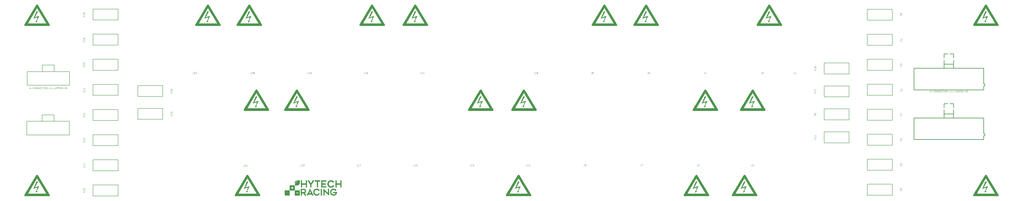
<source format=gbr>
G04 EAGLE Gerber RS-274X export*
G75*
%MOMM*%
%FSLAX34Y34*%
%LPD*%
%INSilkscreen Top*%
%IPPOS*%
%AMOC8*
5,1,8,0,0,1.08239X$1,22.5*%
G01*
%ADD10C,0.076200*%
%ADD11C,0.254000*%
%ADD12C,0.127000*%
%ADD13R,0.355600X0.025400*%
%ADD14R,0.660400X0.025400*%
%ADD15R,0.685800X0.025400*%
%ADD16R,1.828800X0.025400*%
%ADD17R,2.159000X0.025400*%
%ADD18R,0.533400X0.025400*%
%ADD19R,0.635000X0.025400*%
%ADD20R,0.584200X0.025400*%
%ADD21R,0.863600X0.025400*%
%ADD22R,0.050800X0.025400*%
%ADD23R,0.889000X0.025400*%
%ADD24R,1.930400X0.025400*%
%ADD25R,2.184400X0.025400*%
%ADD26R,1.016000X0.025400*%
%ADD27R,0.076200X0.025400*%
%ADD28R,1.041400X0.025400*%
%ADD29R,1.955800X0.025400*%
%ADD30R,1.168400X0.025400*%
%ADD31R,0.101600X0.025400*%
%ADD32R,2.006600X0.025400*%
%ADD33R,1.270000X0.025400*%
%ADD34R,0.127000X0.025400*%
%ADD35R,1.295400X0.025400*%
%ADD36R,2.032000X0.025400*%
%ADD37R,1.371600X0.025400*%
%ADD38R,0.152400X0.025400*%
%ADD39R,1.397000X0.025400*%
%ADD40R,2.057400X0.025400*%
%ADD41R,1.473200X0.025400*%
%ADD42R,0.203200X0.025400*%
%ADD43R,1.447800X0.025400*%
%ADD44R,2.082800X0.025400*%
%ADD45R,1.549400X0.025400*%
%ADD46R,0.228600X0.025400*%
%ADD47R,2.108200X0.025400*%
%ADD48R,0.609600X0.025400*%
%ADD49R,1.625600X0.025400*%
%ADD50R,0.254000X0.025400*%
%ADD51R,1.651000X0.025400*%
%ADD52R,1.701800X0.025400*%
%ADD53R,0.279400X0.025400*%
%ADD54R,2.133600X0.025400*%
%ADD55R,1.778000X0.025400*%
%ADD56R,0.304800X0.025400*%
%ADD57R,1.803400X0.025400*%
%ADD58R,1.854200X0.025400*%
%ADD59R,0.330200X0.025400*%
%ADD60R,1.905000X0.025400*%
%ADD61R,1.981200X0.025400*%
%ADD62R,0.381000X0.025400*%
%ADD63R,0.406400X0.025400*%
%ADD64R,0.457200X0.025400*%
%ADD65R,0.482600X0.025400*%
%ADD66R,0.508000X0.025400*%
%ADD67R,2.209800X0.025400*%
%ADD68R,2.235200X0.025400*%
%ADD69R,2.260600X0.025400*%
%ADD70R,2.540000X0.025400*%
%ADD71R,0.965200X0.025400*%
%ADD72R,0.558800X0.025400*%
%ADD73R,2.514600X0.025400*%
%ADD74R,0.914400X0.025400*%
%ADD75R,2.489200X0.025400*%
%ADD76R,0.838200X0.025400*%
%ADD77R,2.463800X0.025400*%
%ADD78R,0.812800X0.025400*%
%ADD79R,2.438400X0.025400*%
%ADD80R,0.787400X0.025400*%
%ADD81R,0.762000X0.025400*%
%ADD82R,2.413000X0.025400*%
%ADD83R,0.711200X0.025400*%
%ADD84R,0.736600X0.025400*%
%ADD85R,2.387600X0.025400*%
%ADD86R,2.362200X0.025400*%
%ADD87R,2.336800X0.025400*%
%ADD88R,2.311400X0.025400*%
%ADD89R,2.286000X0.025400*%
%ADD90R,0.939800X0.025400*%
%ADD91R,0.990600X0.025400*%
%ADD92R,1.066800X0.025400*%
%ADD93R,1.727200X0.025400*%
%ADD94R,1.092200X0.025400*%
%ADD95R,1.117600X0.025400*%
%ADD96R,1.752600X0.025400*%
%ADD97R,1.143000X0.025400*%
%ADD98R,1.193800X0.025400*%
%ADD99R,1.879600X0.025400*%
%ADD100R,1.219200X0.025400*%
%ADD101R,1.320800X0.025400*%
%ADD102R,1.676400X0.025400*%
%ADD103R,1.244600X0.025400*%
%ADD104R,0.177800X0.025400*%
%ADD105R,0.431800X0.025400*%
%ADD106R,1.600200X0.025400*%
%ADD107R,1.524000X0.025400*%
%ADD108R,1.422400X0.025400*%
%ADD109R,1.346200X0.025400*%
%ADD110R,0.025400X0.025400*%
%ADD111R,1.498600X0.025400*%
%ADD112R,2.717800X0.025400*%
%ADD113R,2.692400X0.025400*%
%ADD114R,10.566400X0.025400*%
%ADD115R,10.718800X0.025400*%
%ADD116R,10.795000X0.025400*%
%ADD117R,10.845800X0.025400*%
%ADD118R,10.896600X0.025400*%
%ADD119R,10.972800X0.025400*%
%ADD120R,10.998200X0.025400*%
%ADD121R,11.023600X0.025400*%
%ADD122R,11.074400X0.025400*%
%ADD123R,11.099800X0.025400*%
%ADD124R,11.125200X0.025400*%
%ADD125R,10.922000X0.025400*%
%ADD126R,10.871200X0.025400*%
%ADD127R,10.820400X0.025400*%
%ADD128R,10.769600X0.025400*%
%ADD129R,10.693400X0.025400*%
%ADD130R,10.668000X0.025400*%
%ADD131R,10.617200X0.025400*%
%ADD132R,10.591800X0.025400*%
%ADD133R,10.515600X0.025400*%
%ADD134R,10.490200X0.025400*%
%ADD135R,10.464800X0.025400*%


D10*
X2673354Y-305181D02*
X2673354Y-310910D01*
X2673352Y-310988D01*
X2673347Y-311066D01*
X2673337Y-311143D01*
X2673324Y-311220D01*
X2673308Y-311296D01*
X2673288Y-311371D01*
X2673264Y-311445D01*
X2673237Y-311518D01*
X2673206Y-311590D01*
X2673172Y-311660D01*
X2673135Y-311729D01*
X2673094Y-311795D01*
X2673050Y-311860D01*
X2673004Y-311922D01*
X2672954Y-311982D01*
X2672902Y-312040D01*
X2672847Y-312095D01*
X2672789Y-312147D01*
X2672729Y-312197D01*
X2672667Y-312243D01*
X2672602Y-312287D01*
X2672536Y-312328D01*
X2672467Y-312365D01*
X2672397Y-312399D01*
X2672325Y-312430D01*
X2672252Y-312457D01*
X2672178Y-312481D01*
X2672103Y-312501D01*
X2672027Y-312517D01*
X2671950Y-312530D01*
X2671873Y-312540D01*
X2671795Y-312545D01*
X2671717Y-312547D01*
X2670899Y-312547D01*
X2676789Y-306818D02*
X2678835Y-305181D01*
X2678835Y-312547D01*
X2676789Y-312547D02*
X2680881Y-312547D01*
X1540667Y-310910D02*
X1540667Y-305181D01*
X1540667Y-310910D02*
X1540665Y-310988D01*
X1540660Y-311066D01*
X1540650Y-311143D01*
X1540637Y-311220D01*
X1540621Y-311296D01*
X1540601Y-311371D01*
X1540577Y-311445D01*
X1540550Y-311518D01*
X1540519Y-311590D01*
X1540485Y-311660D01*
X1540448Y-311729D01*
X1540407Y-311795D01*
X1540363Y-311860D01*
X1540317Y-311922D01*
X1540267Y-311982D01*
X1540215Y-312040D01*
X1540160Y-312095D01*
X1540102Y-312147D01*
X1540042Y-312197D01*
X1539980Y-312243D01*
X1539915Y-312287D01*
X1539849Y-312328D01*
X1539780Y-312365D01*
X1539710Y-312399D01*
X1539638Y-312430D01*
X1539565Y-312457D01*
X1539491Y-312481D01*
X1539416Y-312501D01*
X1539340Y-312517D01*
X1539263Y-312530D01*
X1539186Y-312540D01*
X1539108Y-312545D01*
X1539030Y-312547D01*
X1538211Y-312547D01*
X1544101Y-306818D02*
X1546147Y-305181D01*
X1546147Y-312547D01*
X1544101Y-312547D02*
X1548193Y-312547D01*
X1551417Y-308864D02*
X1551419Y-308711D01*
X1551425Y-308558D01*
X1551434Y-308406D01*
X1551448Y-308253D01*
X1551465Y-308101D01*
X1551486Y-307950D01*
X1551511Y-307799D01*
X1551540Y-307649D01*
X1551572Y-307499D01*
X1551609Y-307351D01*
X1551649Y-307203D01*
X1551692Y-307056D01*
X1551740Y-306911D01*
X1551791Y-306767D01*
X1551845Y-306624D01*
X1551904Y-306482D01*
X1551965Y-306343D01*
X1552031Y-306204D01*
X1552057Y-306134D01*
X1552087Y-306064D01*
X1552120Y-305997D01*
X1552156Y-305931D01*
X1552195Y-305867D01*
X1552238Y-305805D01*
X1552284Y-305746D01*
X1552332Y-305688D01*
X1552383Y-305634D01*
X1552437Y-305581D01*
X1552494Y-305532D01*
X1552553Y-305485D01*
X1552614Y-305442D01*
X1552677Y-305401D01*
X1552742Y-305364D01*
X1552809Y-305329D01*
X1552878Y-305299D01*
X1552948Y-305271D01*
X1553019Y-305248D01*
X1553091Y-305227D01*
X1553164Y-305211D01*
X1553238Y-305198D01*
X1553313Y-305188D01*
X1553388Y-305183D01*
X1553463Y-305181D01*
X1553538Y-305183D01*
X1553613Y-305188D01*
X1553688Y-305198D01*
X1553762Y-305211D01*
X1553835Y-305227D01*
X1553907Y-305248D01*
X1553978Y-305271D01*
X1554048Y-305299D01*
X1554117Y-305329D01*
X1554184Y-305364D01*
X1554249Y-305401D01*
X1554312Y-305442D01*
X1554373Y-305485D01*
X1554432Y-305532D01*
X1554489Y-305581D01*
X1554543Y-305634D01*
X1554594Y-305688D01*
X1554643Y-305746D01*
X1554688Y-305805D01*
X1554731Y-305867D01*
X1554770Y-305931D01*
X1554807Y-305997D01*
X1554839Y-306065D01*
X1554869Y-306134D01*
X1554895Y-306204D01*
X1554960Y-306342D01*
X1555022Y-306482D01*
X1555080Y-306624D01*
X1555135Y-306767D01*
X1555186Y-306911D01*
X1555234Y-307056D01*
X1555277Y-307203D01*
X1555317Y-307350D01*
X1555354Y-307499D01*
X1555386Y-307649D01*
X1555415Y-307799D01*
X1555440Y-307950D01*
X1555461Y-308101D01*
X1555478Y-308253D01*
X1555492Y-308406D01*
X1555501Y-308558D01*
X1555507Y-308711D01*
X1555509Y-308864D01*
X1551417Y-308864D02*
X1551419Y-309017D01*
X1551425Y-309170D01*
X1551434Y-309322D01*
X1551448Y-309475D01*
X1551465Y-309627D01*
X1551486Y-309778D01*
X1551511Y-309929D01*
X1551540Y-310079D01*
X1551572Y-310229D01*
X1551609Y-310377D01*
X1551649Y-310525D01*
X1551692Y-310672D01*
X1551740Y-310817D01*
X1551791Y-310961D01*
X1551845Y-311104D01*
X1551904Y-311246D01*
X1551965Y-311385D01*
X1552031Y-311524D01*
X1552057Y-311595D01*
X1552087Y-311664D01*
X1552120Y-311731D01*
X1552156Y-311797D01*
X1552195Y-311861D01*
X1552238Y-311923D01*
X1552284Y-311982D01*
X1552332Y-312040D01*
X1552383Y-312094D01*
X1552437Y-312147D01*
X1552494Y-312196D01*
X1552553Y-312243D01*
X1552614Y-312286D01*
X1552677Y-312327D01*
X1552742Y-312364D01*
X1552809Y-312399D01*
X1552878Y-312429D01*
X1552948Y-312457D01*
X1553019Y-312480D01*
X1553091Y-312501D01*
X1553164Y-312517D01*
X1553238Y-312530D01*
X1553313Y-312540D01*
X1553388Y-312545D01*
X1553463Y-312547D01*
X1554895Y-311524D02*
X1554960Y-311386D01*
X1555022Y-311246D01*
X1555080Y-311104D01*
X1555135Y-310961D01*
X1555186Y-310817D01*
X1555234Y-310672D01*
X1555277Y-310525D01*
X1555317Y-310378D01*
X1555354Y-310229D01*
X1555386Y-310079D01*
X1555415Y-309929D01*
X1555440Y-309778D01*
X1555461Y-309627D01*
X1555478Y-309475D01*
X1555492Y-309322D01*
X1555501Y-309170D01*
X1555507Y-309017D01*
X1555509Y-308864D01*
X1554895Y-311524D02*
X1554869Y-311594D01*
X1554839Y-311664D01*
X1554806Y-311731D01*
X1554770Y-311797D01*
X1554731Y-311861D01*
X1554688Y-311923D01*
X1554642Y-311982D01*
X1554594Y-312040D01*
X1554543Y-312094D01*
X1554489Y-312147D01*
X1554432Y-312196D01*
X1554373Y-312243D01*
X1554312Y-312286D01*
X1554249Y-312327D01*
X1554184Y-312364D01*
X1554117Y-312399D01*
X1554048Y-312429D01*
X1553978Y-312457D01*
X1553907Y-312480D01*
X1553835Y-312501D01*
X1553762Y-312517D01*
X1553688Y-312530D01*
X1553613Y-312540D01*
X1553538Y-312545D01*
X1553463Y-312547D01*
X1551826Y-310910D02*
X1555099Y-306818D01*
X1507647Y-709041D02*
X1507647Y-714770D01*
X1507645Y-714848D01*
X1507640Y-714926D01*
X1507630Y-715003D01*
X1507617Y-715080D01*
X1507601Y-715156D01*
X1507581Y-715231D01*
X1507557Y-715305D01*
X1507530Y-715378D01*
X1507499Y-715450D01*
X1507465Y-715520D01*
X1507428Y-715589D01*
X1507387Y-715655D01*
X1507343Y-715720D01*
X1507297Y-715782D01*
X1507247Y-715842D01*
X1507195Y-715900D01*
X1507140Y-715955D01*
X1507082Y-716007D01*
X1507022Y-716057D01*
X1506960Y-716103D01*
X1506895Y-716147D01*
X1506829Y-716188D01*
X1506760Y-716225D01*
X1506690Y-716259D01*
X1506618Y-716290D01*
X1506545Y-716317D01*
X1506471Y-716341D01*
X1506396Y-716361D01*
X1506320Y-716377D01*
X1506243Y-716390D01*
X1506166Y-716400D01*
X1506088Y-716405D01*
X1506010Y-716407D01*
X1505191Y-716407D01*
X1511081Y-710678D02*
X1513127Y-709041D01*
X1513127Y-716407D01*
X1511081Y-716407D02*
X1515173Y-716407D01*
X1518396Y-710678D02*
X1520443Y-709041D01*
X1520443Y-716407D01*
X1522489Y-716407D02*
X1518396Y-716407D01*
X1261267Y-714770D02*
X1261267Y-709041D01*
X1261267Y-714770D02*
X1261265Y-714848D01*
X1261260Y-714926D01*
X1261250Y-715003D01*
X1261237Y-715080D01*
X1261221Y-715156D01*
X1261201Y-715231D01*
X1261177Y-715305D01*
X1261150Y-715378D01*
X1261119Y-715450D01*
X1261085Y-715520D01*
X1261048Y-715589D01*
X1261007Y-715655D01*
X1260963Y-715720D01*
X1260917Y-715782D01*
X1260867Y-715842D01*
X1260815Y-715900D01*
X1260760Y-715955D01*
X1260702Y-716007D01*
X1260642Y-716057D01*
X1260580Y-716103D01*
X1260515Y-716147D01*
X1260449Y-716188D01*
X1260380Y-716225D01*
X1260310Y-716259D01*
X1260238Y-716290D01*
X1260165Y-716317D01*
X1260091Y-716341D01*
X1260016Y-716361D01*
X1259940Y-716377D01*
X1259863Y-716390D01*
X1259786Y-716400D01*
X1259708Y-716405D01*
X1259630Y-716407D01*
X1258811Y-716407D01*
X1264701Y-710678D02*
X1266747Y-709041D01*
X1266747Y-716407D01*
X1264701Y-716407D02*
X1268793Y-716407D01*
X1272016Y-716407D02*
X1274063Y-716407D01*
X1274152Y-716405D01*
X1274241Y-716399D01*
X1274330Y-716389D01*
X1274418Y-716376D01*
X1274506Y-716359D01*
X1274593Y-716337D01*
X1274678Y-716312D01*
X1274763Y-716284D01*
X1274846Y-716251D01*
X1274928Y-716215D01*
X1275008Y-716176D01*
X1275086Y-716133D01*
X1275162Y-716087D01*
X1275237Y-716037D01*
X1275309Y-715984D01*
X1275378Y-715928D01*
X1275445Y-715869D01*
X1275510Y-715808D01*
X1275571Y-715743D01*
X1275630Y-715676D01*
X1275686Y-715607D01*
X1275739Y-715535D01*
X1275789Y-715460D01*
X1275835Y-715384D01*
X1275878Y-715306D01*
X1275917Y-715226D01*
X1275953Y-715144D01*
X1275986Y-715061D01*
X1276014Y-714976D01*
X1276039Y-714891D01*
X1276061Y-714804D01*
X1276078Y-714716D01*
X1276091Y-714628D01*
X1276101Y-714539D01*
X1276107Y-714450D01*
X1276109Y-714361D01*
X1276107Y-714272D01*
X1276101Y-714183D01*
X1276091Y-714094D01*
X1276078Y-714006D01*
X1276061Y-713918D01*
X1276039Y-713831D01*
X1276014Y-713746D01*
X1275986Y-713661D01*
X1275953Y-713578D01*
X1275917Y-713496D01*
X1275878Y-713416D01*
X1275835Y-713338D01*
X1275789Y-713262D01*
X1275739Y-713187D01*
X1275686Y-713115D01*
X1275630Y-713046D01*
X1275571Y-712979D01*
X1275510Y-712914D01*
X1275445Y-712853D01*
X1275378Y-712794D01*
X1275309Y-712738D01*
X1275237Y-712685D01*
X1275162Y-712635D01*
X1275086Y-712589D01*
X1275008Y-712546D01*
X1274928Y-712507D01*
X1274846Y-712471D01*
X1274763Y-712438D01*
X1274678Y-712410D01*
X1274593Y-712385D01*
X1274506Y-712363D01*
X1274418Y-712346D01*
X1274330Y-712333D01*
X1274241Y-712323D01*
X1274152Y-712317D01*
X1274063Y-712315D01*
X1274472Y-709041D02*
X1272016Y-709041D01*
X1274472Y-709041D02*
X1274551Y-709043D01*
X1274630Y-709049D01*
X1274709Y-709058D01*
X1274787Y-709071D01*
X1274864Y-709089D01*
X1274940Y-709109D01*
X1275015Y-709134D01*
X1275089Y-709162D01*
X1275162Y-709193D01*
X1275233Y-709229D01*
X1275302Y-709267D01*
X1275369Y-709309D01*
X1275434Y-709354D01*
X1275497Y-709402D01*
X1275558Y-709453D01*
X1275615Y-709507D01*
X1275671Y-709563D01*
X1275723Y-709622D01*
X1275773Y-709684D01*
X1275819Y-709748D01*
X1275863Y-709814D01*
X1275903Y-709882D01*
X1275939Y-709952D01*
X1275973Y-710024D01*
X1276003Y-710098D01*
X1276029Y-710172D01*
X1276052Y-710248D01*
X1276070Y-710325D01*
X1276086Y-710402D01*
X1276097Y-710481D01*
X1276105Y-710559D01*
X1276109Y-710638D01*
X1276109Y-710718D01*
X1276105Y-710797D01*
X1276097Y-710875D01*
X1276086Y-710954D01*
X1276070Y-711031D01*
X1276052Y-711108D01*
X1276029Y-711184D01*
X1276003Y-711258D01*
X1275973Y-711332D01*
X1275939Y-711404D01*
X1275903Y-711474D01*
X1275863Y-711542D01*
X1275819Y-711608D01*
X1275773Y-711672D01*
X1275723Y-711734D01*
X1275671Y-711793D01*
X1275615Y-711849D01*
X1275558Y-711903D01*
X1275497Y-711954D01*
X1275434Y-712002D01*
X1275369Y-712047D01*
X1275302Y-712089D01*
X1275233Y-712127D01*
X1275162Y-712163D01*
X1275089Y-712194D01*
X1275015Y-712222D01*
X1274940Y-712247D01*
X1274864Y-712267D01*
X1274787Y-712285D01*
X1274709Y-712298D01*
X1274630Y-712307D01*
X1274551Y-712313D01*
X1274472Y-712315D01*
X1272835Y-712315D01*
X1045367Y-310910D02*
X1045367Y-305181D01*
X1045367Y-310910D02*
X1045365Y-310988D01*
X1045360Y-311066D01*
X1045350Y-311143D01*
X1045337Y-311220D01*
X1045321Y-311296D01*
X1045301Y-311371D01*
X1045277Y-311445D01*
X1045250Y-311518D01*
X1045219Y-311590D01*
X1045185Y-311660D01*
X1045148Y-311729D01*
X1045107Y-311795D01*
X1045063Y-311860D01*
X1045017Y-311922D01*
X1044967Y-311982D01*
X1044915Y-312040D01*
X1044860Y-312095D01*
X1044802Y-312147D01*
X1044742Y-312197D01*
X1044680Y-312243D01*
X1044615Y-312287D01*
X1044549Y-312328D01*
X1044480Y-312365D01*
X1044410Y-312399D01*
X1044338Y-312430D01*
X1044265Y-312457D01*
X1044191Y-312481D01*
X1044116Y-312501D01*
X1044040Y-312517D01*
X1043963Y-312530D01*
X1043886Y-312540D01*
X1043808Y-312545D01*
X1043730Y-312547D01*
X1042911Y-312547D01*
X1048801Y-306818D02*
X1050847Y-305181D01*
X1050847Y-312547D01*
X1048801Y-312547D02*
X1052893Y-312547D01*
X1056116Y-310910D02*
X1057753Y-305181D01*
X1056116Y-310910D02*
X1060209Y-310910D01*
X1058981Y-309273D02*
X1058981Y-312547D01*
X1014887Y-709041D02*
X1014887Y-714770D01*
X1014885Y-714848D01*
X1014880Y-714926D01*
X1014870Y-715003D01*
X1014857Y-715080D01*
X1014841Y-715156D01*
X1014821Y-715231D01*
X1014797Y-715305D01*
X1014770Y-715378D01*
X1014739Y-715450D01*
X1014705Y-715520D01*
X1014668Y-715589D01*
X1014627Y-715655D01*
X1014583Y-715720D01*
X1014537Y-715782D01*
X1014487Y-715842D01*
X1014435Y-715900D01*
X1014380Y-715955D01*
X1014322Y-716007D01*
X1014262Y-716057D01*
X1014200Y-716103D01*
X1014135Y-716147D01*
X1014069Y-716188D01*
X1014000Y-716225D01*
X1013930Y-716259D01*
X1013858Y-716290D01*
X1013785Y-716317D01*
X1013711Y-716341D01*
X1013636Y-716361D01*
X1013560Y-716377D01*
X1013483Y-716390D01*
X1013406Y-716400D01*
X1013328Y-716405D01*
X1013250Y-716407D01*
X1012431Y-716407D01*
X1018321Y-710678D02*
X1020367Y-709041D01*
X1020367Y-716407D01*
X1018321Y-716407D02*
X1022413Y-716407D01*
X1025636Y-716407D02*
X1028092Y-716407D01*
X1028170Y-716405D01*
X1028248Y-716400D01*
X1028325Y-716390D01*
X1028402Y-716377D01*
X1028478Y-716361D01*
X1028553Y-716341D01*
X1028627Y-716317D01*
X1028700Y-716290D01*
X1028772Y-716259D01*
X1028842Y-716225D01*
X1028911Y-716188D01*
X1028977Y-716147D01*
X1029042Y-716103D01*
X1029104Y-716057D01*
X1029164Y-716007D01*
X1029222Y-715955D01*
X1029277Y-715900D01*
X1029329Y-715842D01*
X1029379Y-715782D01*
X1029425Y-715720D01*
X1029469Y-715655D01*
X1029510Y-715589D01*
X1029547Y-715520D01*
X1029581Y-715450D01*
X1029612Y-715378D01*
X1029639Y-715305D01*
X1029663Y-715231D01*
X1029683Y-715156D01*
X1029699Y-715080D01*
X1029712Y-715003D01*
X1029722Y-714926D01*
X1029727Y-714848D01*
X1029729Y-714770D01*
X1029729Y-713952D01*
X1029727Y-713872D01*
X1029721Y-713792D01*
X1029711Y-713712D01*
X1029698Y-713633D01*
X1029680Y-713554D01*
X1029659Y-713477D01*
X1029633Y-713401D01*
X1029604Y-713326D01*
X1029572Y-713252D01*
X1029536Y-713180D01*
X1029496Y-713110D01*
X1029453Y-713043D01*
X1029407Y-712977D01*
X1029357Y-712914D01*
X1029305Y-712853D01*
X1029250Y-712794D01*
X1029191Y-712739D01*
X1029131Y-712687D01*
X1029067Y-712637D01*
X1029001Y-712591D01*
X1028934Y-712548D01*
X1028864Y-712508D01*
X1028792Y-712472D01*
X1028718Y-712440D01*
X1028644Y-712411D01*
X1028567Y-712385D01*
X1028490Y-712364D01*
X1028411Y-712346D01*
X1028332Y-712333D01*
X1028252Y-712323D01*
X1028172Y-712317D01*
X1028092Y-712315D01*
X1025636Y-712315D01*
X1025636Y-709041D01*
X1029729Y-709041D01*
X798987Y-310910D02*
X798987Y-305181D01*
X798987Y-310910D02*
X798985Y-310988D01*
X798980Y-311066D01*
X798970Y-311143D01*
X798957Y-311220D01*
X798941Y-311296D01*
X798921Y-311371D01*
X798897Y-311445D01*
X798870Y-311518D01*
X798839Y-311590D01*
X798805Y-311660D01*
X798768Y-311729D01*
X798727Y-311795D01*
X798683Y-311860D01*
X798637Y-311922D01*
X798587Y-311982D01*
X798535Y-312040D01*
X798480Y-312095D01*
X798422Y-312147D01*
X798362Y-312197D01*
X798300Y-312243D01*
X798235Y-312287D01*
X798169Y-312328D01*
X798100Y-312365D01*
X798030Y-312399D01*
X797958Y-312430D01*
X797885Y-312457D01*
X797811Y-312481D01*
X797736Y-312501D01*
X797660Y-312517D01*
X797583Y-312530D01*
X797506Y-312540D01*
X797428Y-312545D01*
X797350Y-312547D01*
X796531Y-312547D01*
X802421Y-306818D02*
X804467Y-305181D01*
X804467Y-312547D01*
X802421Y-312547D02*
X806513Y-312547D01*
X809736Y-308455D02*
X812192Y-308455D01*
X812270Y-308457D01*
X812348Y-308462D01*
X812425Y-308472D01*
X812502Y-308485D01*
X812578Y-308501D01*
X812653Y-308521D01*
X812727Y-308545D01*
X812800Y-308572D01*
X812872Y-308603D01*
X812942Y-308637D01*
X813011Y-308674D01*
X813077Y-308715D01*
X813142Y-308759D01*
X813204Y-308805D01*
X813264Y-308855D01*
X813322Y-308907D01*
X813377Y-308962D01*
X813429Y-309020D01*
X813479Y-309080D01*
X813525Y-309142D01*
X813569Y-309207D01*
X813610Y-309274D01*
X813647Y-309342D01*
X813681Y-309412D01*
X813712Y-309484D01*
X813739Y-309557D01*
X813763Y-309631D01*
X813783Y-309706D01*
X813799Y-309782D01*
X813812Y-309859D01*
X813822Y-309936D01*
X813827Y-310014D01*
X813829Y-310092D01*
X813829Y-310501D01*
X813827Y-310590D01*
X813821Y-310679D01*
X813811Y-310768D01*
X813798Y-310856D01*
X813781Y-310944D01*
X813759Y-311031D01*
X813734Y-311116D01*
X813706Y-311201D01*
X813673Y-311284D01*
X813637Y-311366D01*
X813598Y-311446D01*
X813555Y-311524D01*
X813509Y-311600D01*
X813459Y-311675D01*
X813406Y-311747D01*
X813350Y-311816D01*
X813291Y-311883D01*
X813230Y-311948D01*
X813165Y-312009D01*
X813098Y-312068D01*
X813029Y-312124D01*
X812957Y-312177D01*
X812882Y-312227D01*
X812806Y-312273D01*
X812728Y-312316D01*
X812648Y-312355D01*
X812566Y-312391D01*
X812483Y-312424D01*
X812398Y-312452D01*
X812313Y-312477D01*
X812226Y-312499D01*
X812138Y-312516D01*
X812050Y-312529D01*
X811961Y-312539D01*
X811872Y-312545D01*
X811783Y-312547D01*
X811694Y-312545D01*
X811605Y-312539D01*
X811516Y-312529D01*
X811428Y-312516D01*
X811340Y-312499D01*
X811253Y-312477D01*
X811168Y-312452D01*
X811083Y-312424D01*
X811000Y-312391D01*
X810918Y-312355D01*
X810838Y-312316D01*
X810760Y-312273D01*
X810684Y-312227D01*
X810609Y-312177D01*
X810537Y-312124D01*
X810468Y-312068D01*
X810401Y-312009D01*
X810336Y-311948D01*
X810275Y-311883D01*
X810216Y-311816D01*
X810160Y-311747D01*
X810107Y-311675D01*
X810057Y-311600D01*
X810011Y-311524D01*
X809968Y-311446D01*
X809929Y-311366D01*
X809893Y-311284D01*
X809860Y-311201D01*
X809832Y-311116D01*
X809807Y-311031D01*
X809785Y-310944D01*
X809768Y-310856D01*
X809755Y-310768D01*
X809745Y-310679D01*
X809739Y-310590D01*
X809737Y-310501D01*
X809736Y-310501D02*
X809736Y-308455D01*
X809738Y-308341D01*
X809744Y-308227D01*
X809754Y-308113D01*
X809768Y-307999D01*
X809786Y-307886D01*
X809808Y-307774D01*
X809833Y-307663D01*
X809863Y-307553D01*
X809896Y-307443D01*
X809933Y-307335D01*
X809974Y-307229D01*
X810019Y-307123D01*
X810067Y-307020D01*
X810119Y-306918D01*
X810175Y-306818D01*
X810233Y-306720D01*
X810296Y-306624D01*
X810361Y-306531D01*
X810430Y-306439D01*
X810502Y-306351D01*
X810577Y-306264D01*
X810655Y-306181D01*
X810736Y-306100D01*
X810819Y-306022D01*
X810905Y-305947D01*
X810994Y-305875D01*
X811086Y-305806D01*
X811179Y-305741D01*
X811275Y-305679D01*
X811373Y-305620D01*
X811473Y-305564D01*
X811575Y-305512D01*
X811678Y-305464D01*
X811783Y-305419D01*
X811890Y-305378D01*
X811998Y-305341D01*
X812108Y-305308D01*
X812218Y-305278D01*
X812329Y-305253D01*
X812441Y-305231D01*
X812554Y-305213D01*
X812668Y-305199D01*
X812782Y-305189D01*
X812896Y-305183D01*
X813010Y-305181D01*
X768507Y-709041D02*
X768507Y-714770D01*
X768505Y-714848D01*
X768500Y-714926D01*
X768490Y-715003D01*
X768477Y-715080D01*
X768461Y-715156D01*
X768441Y-715231D01*
X768417Y-715305D01*
X768390Y-715378D01*
X768359Y-715450D01*
X768325Y-715520D01*
X768288Y-715589D01*
X768247Y-715655D01*
X768203Y-715720D01*
X768157Y-715782D01*
X768107Y-715842D01*
X768055Y-715900D01*
X768000Y-715955D01*
X767942Y-716007D01*
X767882Y-716057D01*
X767820Y-716103D01*
X767755Y-716147D01*
X767689Y-716188D01*
X767620Y-716225D01*
X767550Y-716259D01*
X767478Y-716290D01*
X767405Y-716317D01*
X767331Y-716341D01*
X767256Y-716361D01*
X767180Y-716377D01*
X767103Y-716390D01*
X767026Y-716400D01*
X766948Y-716405D01*
X766870Y-716407D01*
X766051Y-716407D01*
X771941Y-710678D02*
X773987Y-709041D01*
X773987Y-716407D01*
X771941Y-716407D02*
X776033Y-716407D01*
X779256Y-709859D02*
X779256Y-709041D01*
X783349Y-709041D01*
X781303Y-716407D01*
X552607Y-310910D02*
X552607Y-305181D01*
X552607Y-310910D02*
X552605Y-310988D01*
X552600Y-311066D01*
X552590Y-311143D01*
X552577Y-311220D01*
X552561Y-311296D01*
X552541Y-311371D01*
X552517Y-311445D01*
X552490Y-311518D01*
X552459Y-311590D01*
X552425Y-311660D01*
X552388Y-311729D01*
X552347Y-311795D01*
X552303Y-311860D01*
X552257Y-311922D01*
X552207Y-311982D01*
X552155Y-312040D01*
X552100Y-312095D01*
X552042Y-312147D01*
X551982Y-312197D01*
X551920Y-312243D01*
X551855Y-312287D01*
X551789Y-312328D01*
X551720Y-312365D01*
X551650Y-312399D01*
X551578Y-312430D01*
X551505Y-312457D01*
X551431Y-312481D01*
X551356Y-312501D01*
X551280Y-312517D01*
X551203Y-312530D01*
X551126Y-312540D01*
X551048Y-312545D01*
X550970Y-312547D01*
X550151Y-312547D01*
X556041Y-306818D02*
X558087Y-305181D01*
X558087Y-312547D01*
X556041Y-312547D02*
X560133Y-312547D01*
X563357Y-310501D02*
X563359Y-310412D01*
X563365Y-310323D01*
X563375Y-310234D01*
X563388Y-310146D01*
X563405Y-310058D01*
X563427Y-309971D01*
X563452Y-309886D01*
X563480Y-309801D01*
X563513Y-309718D01*
X563549Y-309636D01*
X563588Y-309556D01*
X563631Y-309478D01*
X563677Y-309402D01*
X563727Y-309327D01*
X563780Y-309255D01*
X563836Y-309186D01*
X563895Y-309119D01*
X563956Y-309054D01*
X564021Y-308993D01*
X564088Y-308934D01*
X564157Y-308878D01*
X564229Y-308825D01*
X564304Y-308775D01*
X564380Y-308729D01*
X564458Y-308686D01*
X564538Y-308647D01*
X564620Y-308611D01*
X564703Y-308578D01*
X564788Y-308550D01*
X564873Y-308525D01*
X564960Y-308503D01*
X565048Y-308486D01*
X565136Y-308473D01*
X565225Y-308463D01*
X565314Y-308457D01*
X565403Y-308455D01*
X565492Y-308457D01*
X565581Y-308463D01*
X565670Y-308473D01*
X565758Y-308486D01*
X565846Y-308503D01*
X565933Y-308525D01*
X566018Y-308550D01*
X566103Y-308578D01*
X566186Y-308611D01*
X566268Y-308647D01*
X566348Y-308686D01*
X566426Y-308729D01*
X566502Y-308775D01*
X566577Y-308825D01*
X566649Y-308878D01*
X566718Y-308934D01*
X566785Y-308993D01*
X566850Y-309054D01*
X566911Y-309119D01*
X566970Y-309186D01*
X567026Y-309255D01*
X567079Y-309327D01*
X567129Y-309402D01*
X567175Y-309478D01*
X567218Y-309556D01*
X567257Y-309636D01*
X567293Y-309718D01*
X567326Y-309801D01*
X567354Y-309886D01*
X567379Y-309971D01*
X567401Y-310058D01*
X567418Y-310146D01*
X567431Y-310234D01*
X567441Y-310323D01*
X567447Y-310412D01*
X567449Y-310501D01*
X567447Y-310590D01*
X567441Y-310679D01*
X567431Y-310768D01*
X567418Y-310856D01*
X567401Y-310944D01*
X567379Y-311031D01*
X567354Y-311116D01*
X567326Y-311201D01*
X567293Y-311284D01*
X567257Y-311366D01*
X567218Y-311446D01*
X567175Y-311524D01*
X567129Y-311600D01*
X567079Y-311675D01*
X567026Y-311747D01*
X566970Y-311816D01*
X566911Y-311883D01*
X566850Y-311948D01*
X566785Y-312009D01*
X566718Y-312068D01*
X566649Y-312124D01*
X566577Y-312177D01*
X566502Y-312227D01*
X566426Y-312273D01*
X566348Y-312316D01*
X566268Y-312355D01*
X566186Y-312391D01*
X566103Y-312424D01*
X566018Y-312452D01*
X565933Y-312477D01*
X565846Y-312499D01*
X565758Y-312516D01*
X565670Y-312529D01*
X565581Y-312539D01*
X565492Y-312545D01*
X565403Y-312547D01*
X565314Y-312545D01*
X565225Y-312539D01*
X565136Y-312529D01*
X565048Y-312516D01*
X564960Y-312499D01*
X564873Y-312477D01*
X564788Y-312452D01*
X564703Y-312424D01*
X564620Y-312391D01*
X564538Y-312355D01*
X564458Y-312316D01*
X564380Y-312273D01*
X564304Y-312227D01*
X564229Y-312177D01*
X564157Y-312124D01*
X564088Y-312068D01*
X564021Y-312009D01*
X563956Y-311948D01*
X563895Y-311883D01*
X563836Y-311816D01*
X563780Y-311747D01*
X563727Y-311675D01*
X563677Y-311600D01*
X563631Y-311524D01*
X563588Y-311446D01*
X563549Y-311366D01*
X563513Y-311284D01*
X563480Y-311201D01*
X563452Y-311116D01*
X563427Y-311031D01*
X563405Y-310944D01*
X563388Y-310856D01*
X563375Y-310768D01*
X563365Y-310679D01*
X563359Y-310590D01*
X563357Y-310501D01*
X563766Y-306818D02*
X563768Y-306739D01*
X563774Y-306660D01*
X563783Y-306581D01*
X563796Y-306503D01*
X563814Y-306426D01*
X563834Y-306350D01*
X563859Y-306275D01*
X563887Y-306201D01*
X563918Y-306128D01*
X563954Y-306057D01*
X563992Y-305988D01*
X564034Y-305921D01*
X564079Y-305856D01*
X564127Y-305793D01*
X564178Y-305732D01*
X564232Y-305675D01*
X564288Y-305619D01*
X564347Y-305567D01*
X564409Y-305517D01*
X564473Y-305471D01*
X564539Y-305427D01*
X564607Y-305387D01*
X564677Y-305351D01*
X564749Y-305317D01*
X564823Y-305287D01*
X564897Y-305261D01*
X564973Y-305238D01*
X565050Y-305220D01*
X565127Y-305204D01*
X565206Y-305193D01*
X565284Y-305185D01*
X565363Y-305181D01*
X565443Y-305181D01*
X565522Y-305185D01*
X565600Y-305193D01*
X565679Y-305204D01*
X565756Y-305220D01*
X565833Y-305238D01*
X565909Y-305261D01*
X565983Y-305287D01*
X566057Y-305317D01*
X566129Y-305351D01*
X566199Y-305387D01*
X566267Y-305427D01*
X566333Y-305471D01*
X566397Y-305517D01*
X566459Y-305567D01*
X566518Y-305619D01*
X566574Y-305675D01*
X566628Y-305732D01*
X566679Y-305793D01*
X566727Y-305856D01*
X566772Y-305921D01*
X566814Y-305988D01*
X566852Y-306057D01*
X566888Y-306128D01*
X566919Y-306201D01*
X566947Y-306275D01*
X566972Y-306350D01*
X566992Y-306426D01*
X567010Y-306503D01*
X567023Y-306581D01*
X567032Y-306660D01*
X567038Y-306739D01*
X567040Y-306818D01*
X567038Y-306897D01*
X567032Y-306976D01*
X567023Y-307055D01*
X567010Y-307133D01*
X566992Y-307210D01*
X566972Y-307286D01*
X566947Y-307361D01*
X566919Y-307435D01*
X566888Y-307508D01*
X566852Y-307579D01*
X566814Y-307648D01*
X566772Y-307715D01*
X566727Y-307780D01*
X566679Y-307843D01*
X566628Y-307904D01*
X566574Y-307961D01*
X566518Y-308017D01*
X566459Y-308069D01*
X566397Y-308119D01*
X566333Y-308165D01*
X566267Y-308209D01*
X566199Y-308249D01*
X566129Y-308285D01*
X566057Y-308319D01*
X565983Y-308349D01*
X565909Y-308375D01*
X565833Y-308398D01*
X565756Y-308416D01*
X565679Y-308432D01*
X565600Y-308443D01*
X565522Y-308451D01*
X565443Y-308455D01*
X565363Y-308455D01*
X565284Y-308451D01*
X565206Y-308443D01*
X565127Y-308432D01*
X565050Y-308416D01*
X564973Y-308398D01*
X564897Y-308375D01*
X564823Y-308349D01*
X564749Y-308319D01*
X564677Y-308285D01*
X564607Y-308249D01*
X564539Y-308209D01*
X564473Y-308165D01*
X564409Y-308119D01*
X564347Y-308069D01*
X564288Y-308017D01*
X564232Y-307961D01*
X564178Y-307904D01*
X564127Y-307843D01*
X564079Y-307780D01*
X564034Y-307715D01*
X563992Y-307648D01*
X563954Y-307579D01*
X563918Y-307508D01*
X563887Y-307435D01*
X563859Y-307361D01*
X563834Y-307286D01*
X563814Y-307210D01*
X563796Y-307133D01*
X563783Y-307055D01*
X563774Y-306976D01*
X563768Y-306897D01*
X563766Y-306818D01*
X522127Y-709041D02*
X522127Y-714770D01*
X522125Y-714848D01*
X522120Y-714926D01*
X522110Y-715003D01*
X522097Y-715080D01*
X522081Y-715156D01*
X522061Y-715231D01*
X522037Y-715305D01*
X522010Y-715378D01*
X521979Y-715450D01*
X521945Y-715520D01*
X521908Y-715589D01*
X521867Y-715655D01*
X521823Y-715720D01*
X521777Y-715782D01*
X521727Y-715842D01*
X521675Y-715900D01*
X521620Y-715955D01*
X521562Y-716007D01*
X521502Y-716057D01*
X521440Y-716103D01*
X521375Y-716147D01*
X521309Y-716188D01*
X521240Y-716225D01*
X521170Y-716259D01*
X521098Y-716290D01*
X521025Y-716317D01*
X520951Y-716341D01*
X520876Y-716361D01*
X520800Y-716377D01*
X520723Y-716390D01*
X520646Y-716400D01*
X520568Y-716405D01*
X520490Y-716407D01*
X519671Y-716407D01*
X525561Y-710678D02*
X527607Y-709041D01*
X527607Y-716407D01*
X525561Y-716407D02*
X529653Y-716407D01*
X534513Y-713133D02*
X536969Y-713133D01*
X534513Y-713133D02*
X534435Y-713131D01*
X534357Y-713126D01*
X534280Y-713116D01*
X534203Y-713103D01*
X534127Y-713087D01*
X534052Y-713067D01*
X533978Y-713043D01*
X533905Y-713016D01*
X533833Y-712985D01*
X533763Y-712951D01*
X533695Y-712914D01*
X533628Y-712873D01*
X533563Y-712829D01*
X533501Y-712783D01*
X533441Y-712733D01*
X533383Y-712681D01*
X533328Y-712626D01*
X533276Y-712568D01*
X533226Y-712508D01*
X533180Y-712446D01*
X533136Y-712381D01*
X533095Y-712315D01*
X533058Y-712246D01*
X533024Y-712176D01*
X532993Y-712104D01*
X532966Y-712031D01*
X532942Y-711957D01*
X532922Y-711882D01*
X532906Y-711806D01*
X532893Y-711729D01*
X532883Y-711652D01*
X532878Y-711574D01*
X532876Y-711496D01*
X532876Y-711087D01*
X532877Y-711087D02*
X532879Y-710998D01*
X532885Y-710909D01*
X532895Y-710820D01*
X532908Y-710732D01*
X532925Y-710644D01*
X532947Y-710557D01*
X532972Y-710472D01*
X533000Y-710387D01*
X533033Y-710304D01*
X533069Y-710222D01*
X533108Y-710142D01*
X533151Y-710064D01*
X533197Y-709988D01*
X533247Y-709913D01*
X533300Y-709841D01*
X533356Y-709772D01*
X533415Y-709705D01*
X533476Y-709640D01*
X533541Y-709579D01*
X533608Y-709520D01*
X533677Y-709464D01*
X533749Y-709411D01*
X533824Y-709361D01*
X533900Y-709315D01*
X533978Y-709272D01*
X534058Y-709233D01*
X534140Y-709197D01*
X534223Y-709164D01*
X534308Y-709136D01*
X534393Y-709111D01*
X534480Y-709089D01*
X534568Y-709072D01*
X534656Y-709059D01*
X534745Y-709049D01*
X534834Y-709043D01*
X534923Y-709041D01*
X535012Y-709043D01*
X535101Y-709049D01*
X535190Y-709059D01*
X535278Y-709072D01*
X535366Y-709089D01*
X535453Y-709111D01*
X535538Y-709136D01*
X535623Y-709164D01*
X535706Y-709197D01*
X535788Y-709233D01*
X535868Y-709272D01*
X535946Y-709315D01*
X536022Y-709361D01*
X536097Y-709411D01*
X536169Y-709464D01*
X536238Y-709520D01*
X536305Y-709579D01*
X536370Y-709640D01*
X536431Y-709705D01*
X536490Y-709772D01*
X536546Y-709841D01*
X536599Y-709913D01*
X536649Y-709988D01*
X536695Y-710064D01*
X536738Y-710142D01*
X536777Y-710222D01*
X536813Y-710304D01*
X536846Y-710387D01*
X536874Y-710472D01*
X536899Y-710557D01*
X536921Y-710644D01*
X536938Y-710732D01*
X536951Y-710820D01*
X536961Y-710909D01*
X536967Y-710998D01*
X536969Y-711087D01*
X536969Y-713133D01*
X536967Y-713245D01*
X536961Y-713356D01*
X536952Y-713468D01*
X536939Y-713579D01*
X536921Y-713689D01*
X536901Y-713799D01*
X536876Y-713908D01*
X536848Y-714016D01*
X536816Y-714123D01*
X536780Y-714229D01*
X536741Y-714334D01*
X536698Y-714437D01*
X536652Y-714539D01*
X536602Y-714639D01*
X536549Y-714738D01*
X536492Y-714834D01*
X536433Y-714929D01*
X536370Y-715021D01*
X536304Y-715111D01*
X536235Y-715199D01*
X536163Y-715285D01*
X536088Y-715368D01*
X536010Y-715448D01*
X535930Y-715526D01*
X535847Y-715601D01*
X535761Y-715673D01*
X535673Y-715742D01*
X535583Y-715808D01*
X535491Y-715871D01*
X535396Y-715930D01*
X535300Y-715987D01*
X535201Y-716040D01*
X535101Y-716090D01*
X534999Y-716136D01*
X534896Y-716179D01*
X534791Y-716218D01*
X534685Y-716254D01*
X534578Y-716286D01*
X534470Y-716314D01*
X534361Y-716339D01*
X534251Y-716359D01*
X534141Y-716377D01*
X534030Y-716390D01*
X533918Y-716399D01*
X533807Y-716405D01*
X533695Y-716407D01*
X2531114Y-310910D02*
X2531114Y-305181D01*
X2531114Y-310910D02*
X2531112Y-310988D01*
X2531107Y-311066D01*
X2531097Y-311143D01*
X2531084Y-311220D01*
X2531068Y-311296D01*
X2531048Y-311371D01*
X2531024Y-311445D01*
X2530997Y-311518D01*
X2530966Y-311590D01*
X2530932Y-311660D01*
X2530895Y-311729D01*
X2530854Y-311795D01*
X2530810Y-311860D01*
X2530764Y-311922D01*
X2530714Y-311982D01*
X2530662Y-312040D01*
X2530607Y-312095D01*
X2530549Y-312147D01*
X2530489Y-312197D01*
X2530427Y-312243D01*
X2530362Y-312287D01*
X2530296Y-312328D01*
X2530227Y-312365D01*
X2530157Y-312399D01*
X2530085Y-312430D01*
X2530012Y-312457D01*
X2529938Y-312481D01*
X2529863Y-312501D01*
X2529787Y-312517D01*
X2529710Y-312530D01*
X2529633Y-312540D01*
X2529555Y-312545D01*
X2529477Y-312547D01*
X2528659Y-312547D01*
X2536800Y-305181D02*
X2536885Y-305183D01*
X2536970Y-305189D01*
X2537054Y-305199D01*
X2537138Y-305212D01*
X2537222Y-305230D01*
X2537304Y-305251D01*
X2537385Y-305276D01*
X2537465Y-305305D01*
X2537544Y-305338D01*
X2537621Y-305374D01*
X2537696Y-305414D01*
X2537770Y-305457D01*
X2537841Y-305503D01*
X2537910Y-305553D01*
X2537977Y-305606D01*
X2538041Y-305662D01*
X2538102Y-305721D01*
X2538161Y-305782D01*
X2538217Y-305846D01*
X2538270Y-305913D01*
X2538320Y-305982D01*
X2538366Y-306053D01*
X2538409Y-306127D01*
X2538449Y-306202D01*
X2538485Y-306279D01*
X2538518Y-306358D01*
X2538547Y-306438D01*
X2538572Y-306519D01*
X2538593Y-306601D01*
X2538611Y-306685D01*
X2538624Y-306769D01*
X2538634Y-306853D01*
X2538640Y-306938D01*
X2538642Y-307023D01*
X2536800Y-305181D02*
X2536704Y-305183D01*
X2536608Y-305189D01*
X2536513Y-305199D01*
X2536418Y-305212D01*
X2536323Y-305230D01*
X2536230Y-305251D01*
X2536137Y-305276D01*
X2536046Y-305305D01*
X2535955Y-305337D01*
X2535866Y-305373D01*
X2535779Y-305413D01*
X2535693Y-305456D01*
X2535609Y-305502D01*
X2535527Y-305552D01*
X2535447Y-305606D01*
X2535370Y-305662D01*
X2535295Y-305722D01*
X2535222Y-305784D01*
X2535152Y-305850D01*
X2535084Y-305918D01*
X2535019Y-305989D01*
X2534958Y-306062D01*
X2534899Y-306138D01*
X2534843Y-306217D01*
X2534791Y-306297D01*
X2534742Y-306380D01*
X2534696Y-306464D01*
X2534654Y-306550D01*
X2534616Y-306638D01*
X2534581Y-306727D01*
X2534549Y-306818D01*
X2538027Y-308455D02*
X2538087Y-308396D01*
X2538144Y-308334D01*
X2538199Y-308270D01*
X2538250Y-308203D01*
X2538299Y-308134D01*
X2538345Y-308064D01*
X2538388Y-307991D01*
X2538428Y-307917D01*
X2538464Y-307841D01*
X2538497Y-307763D01*
X2538527Y-307684D01*
X2538554Y-307604D01*
X2538577Y-307523D01*
X2538596Y-307441D01*
X2538612Y-307359D01*
X2538625Y-307275D01*
X2538634Y-307191D01*
X2538639Y-307107D01*
X2538641Y-307023D01*
X2538027Y-308455D02*
X2534549Y-312547D01*
X2538641Y-312547D01*
X304957Y-310910D02*
X304957Y-305181D01*
X304957Y-310910D02*
X304955Y-310988D01*
X304950Y-311066D01*
X304940Y-311143D01*
X304927Y-311220D01*
X304911Y-311296D01*
X304891Y-311371D01*
X304867Y-311445D01*
X304840Y-311518D01*
X304809Y-311590D01*
X304775Y-311660D01*
X304738Y-311729D01*
X304697Y-311795D01*
X304653Y-311860D01*
X304607Y-311922D01*
X304557Y-311982D01*
X304505Y-312040D01*
X304450Y-312095D01*
X304392Y-312147D01*
X304332Y-312197D01*
X304270Y-312243D01*
X304205Y-312287D01*
X304139Y-312328D01*
X304070Y-312365D01*
X304000Y-312399D01*
X303928Y-312430D01*
X303855Y-312457D01*
X303781Y-312481D01*
X303706Y-312501D01*
X303630Y-312517D01*
X303553Y-312530D01*
X303476Y-312540D01*
X303398Y-312545D01*
X303320Y-312547D01*
X302501Y-312547D01*
X310642Y-305181D02*
X310727Y-305183D01*
X310812Y-305189D01*
X310896Y-305199D01*
X310980Y-305212D01*
X311064Y-305230D01*
X311146Y-305251D01*
X311227Y-305276D01*
X311307Y-305305D01*
X311386Y-305338D01*
X311463Y-305374D01*
X311538Y-305414D01*
X311612Y-305457D01*
X311683Y-305503D01*
X311752Y-305553D01*
X311819Y-305606D01*
X311883Y-305662D01*
X311944Y-305721D01*
X312003Y-305782D01*
X312059Y-305846D01*
X312112Y-305913D01*
X312162Y-305982D01*
X312208Y-306053D01*
X312251Y-306127D01*
X312291Y-306202D01*
X312327Y-306279D01*
X312360Y-306358D01*
X312389Y-306438D01*
X312414Y-306519D01*
X312435Y-306601D01*
X312453Y-306685D01*
X312466Y-306769D01*
X312476Y-306853D01*
X312482Y-306938D01*
X312484Y-307023D01*
X310642Y-305181D02*
X310546Y-305183D01*
X310450Y-305189D01*
X310355Y-305199D01*
X310260Y-305212D01*
X310165Y-305230D01*
X310072Y-305251D01*
X309979Y-305276D01*
X309888Y-305305D01*
X309797Y-305337D01*
X309708Y-305373D01*
X309621Y-305413D01*
X309535Y-305456D01*
X309451Y-305502D01*
X309369Y-305552D01*
X309289Y-305606D01*
X309212Y-305662D01*
X309137Y-305722D01*
X309064Y-305784D01*
X308994Y-305850D01*
X308926Y-305918D01*
X308861Y-305989D01*
X308800Y-306062D01*
X308741Y-306138D01*
X308685Y-306217D01*
X308633Y-306297D01*
X308584Y-306380D01*
X308538Y-306464D01*
X308496Y-306550D01*
X308458Y-306638D01*
X308423Y-306727D01*
X308391Y-306818D01*
X311870Y-308455D02*
X311930Y-308396D01*
X311987Y-308334D01*
X312042Y-308270D01*
X312093Y-308203D01*
X312142Y-308134D01*
X312188Y-308064D01*
X312231Y-307991D01*
X312271Y-307917D01*
X312307Y-307841D01*
X312340Y-307763D01*
X312370Y-307684D01*
X312397Y-307604D01*
X312420Y-307523D01*
X312439Y-307441D01*
X312455Y-307359D01*
X312468Y-307275D01*
X312477Y-307191D01*
X312482Y-307107D01*
X312484Y-307023D01*
X311870Y-308455D02*
X308391Y-312547D01*
X312483Y-312547D01*
X315707Y-308864D02*
X315709Y-308711D01*
X315715Y-308558D01*
X315724Y-308406D01*
X315738Y-308253D01*
X315755Y-308101D01*
X315776Y-307950D01*
X315801Y-307799D01*
X315830Y-307649D01*
X315862Y-307499D01*
X315899Y-307351D01*
X315939Y-307203D01*
X315982Y-307056D01*
X316030Y-306911D01*
X316081Y-306767D01*
X316135Y-306624D01*
X316194Y-306482D01*
X316255Y-306343D01*
X316321Y-306204D01*
X316347Y-306134D01*
X316377Y-306064D01*
X316410Y-305997D01*
X316446Y-305931D01*
X316485Y-305867D01*
X316528Y-305805D01*
X316574Y-305746D01*
X316622Y-305688D01*
X316673Y-305634D01*
X316727Y-305581D01*
X316784Y-305532D01*
X316843Y-305485D01*
X316904Y-305442D01*
X316967Y-305401D01*
X317032Y-305364D01*
X317099Y-305329D01*
X317168Y-305299D01*
X317238Y-305271D01*
X317309Y-305248D01*
X317381Y-305227D01*
X317454Y-305211D01*
X317528Y-305198D01*
X317603Y-305188D01*
X317678Y-305183D01*
X317753Y-305181D01*
X317828Y-305183D01*
X317903Y-305188D01*
X317978Y-305198D01*
X318052Y-305211D01*
X318125Y-305227D01*
X318197Y-305248D01*
X318268Y-305271D01*
X318338Y-305299D01*
X318407Y-305329D01*
X318474Y-305364D01*
X318539Y-305401D01*
X318602Y-305442D01*
X318663Y-305485D01*
X318722Y-305532D01*
X318779Y-305581D01*
X318833Y-305634D01*
X318884Y-305688D01*
X318933Y-305746D01*
X318978Y-305805D01*
X319021Y-305867D01*
X319060Y-305931D01*
X319097Y-305997D01*
X319129Y-306065D01*
X319159Y-306134D01*
X319185Y-306204D01*
X319250Y-306342D01*
X319312Y-306482D01*
X319370Y-306624D01*
X319425Y-306767D01*
X319476Y-306911D01*
X319524Y-307056D01*
X319567Y-307203D01*
X319607Y-307350D01*
X319644Y-307499D01*
X319676Y-307649D01*
X319705Y-307799D01*
X319730Y-307950D01*
X319751Y-308101D01*
X319768Y-308253D01*
X319782Y-308406D01*
X319791Y-308558D01*
X319797Y-308711D01*
X319799Y-308864D01*
X315707Y-308864D02*
X315709Y-309017D01*
X315715Y-309170D01*
X315724Y-309322D01*
X315738Y-309475D01*
X315755Y-309627D01*
X315776Y-309778D01*
X315801Y-309929D01*
X315830Y-310079D01*
X315862Y-310229D01*
X315899Y-310377D01*
X315939Y-310525D01*
X315982Y-310672D01*
X316030Y-310817D01*
X316081Y-310961D01*
X316135Y-311104D01*
X316194Y-311246D01*
X316255Y-311385D01*
X316321Y-311524D01*
X316347Y-311595D01*
X316377Y-311664D01*
X316410Y-311731D01*
X316446Y-311797D01*
X316485Y-311861D01*
X316528Y-311923D01*
X316574Y-311982D01*
X316622Y-312040D01*
X316673Y-312094D01*
X316727Y-312147D01*
X316784Y-312196D01*
X316843Y-312243D01*
X316904Y-312286D01*
X316967Y-312327D01*
X317032Y-312364D01*
X317099Y-312399D01*
X317168Y-312429D01*
X317238Y-312457D01*
X317309Y-312480D01*
X317381Y-312501D01*
X317454Y-312517D01*
X317528Y-312530D01*
X317603Y-312540D01*
X317678Y-312545D01*
X317753Y-312547D01*
X319185Y-311524D02*
X319250Y-311386D01*
X319312Y-311246D01*
X319370Y-311104D01*
X319425Y-310961D01*
X319476Y-310817D01*
X319524Y-310672D01*
X319567Y-310525D01*
X319607Y-310378D01*
X319644Y-310229D01*
X319676Y-310079D01*
X319705Y-309929D01*
X319730Y-309778D01*
X319751Y-309627D01*
X319768Y-309475D01*
X319782Y-309322D01*
X319791Y-309170D01*
X319797Y-309017D01*
X319799Y-308864D01*
X319185Y-311524D02*
X319159Y-311594D01*
X319129Y-311664D01*
X319096Y-311731D01*
X319060Y-311797D01*
X319021Y-311861D01*
X318978Y-311923D01*
X318932Y-311982D01*
X318884Y-312040D01*
X318833Y-312094D01*
X318779Y-312147D01*
X318722Y-312196D01*
X318663Y-312243D01*
X318602Y-312286D01*
X318539Y-312327D01*
X318474Y-312364D01*
X318407Y-312399D01*
X318338Y-312429D01*
X318268Y-312457D01*
X318197Y-312480D01*
X318125Y-312501D01*
X318052Y-312517D01*
X317978Y-312530D01*
X317903Y-312540D01*
X317828Y-312545D01*
X317753Y-312547D01*
X316116Y-310910D02*
X319389Y-306818D01*
X274477Y-710311D02*
X274477Y-716040D01*
X274475Y-716118D01*
X274470Y-716196D01*
X274460Y-716273D01*
X274447Y-716350D01*
X274431Y-716426D01*
X274411Y-716501D01*
X274387Y-716575D01*
X274360Y-716648D01*
X274329Y-716720D01*
X274295Y-716790D01*
X274258Y-716859D01*
X274217Y-716925D01*
X274173Y-716990D01*
X274127Y-717052D01*
X274077Y-717112D01*
X274025Y-717170D01*
X273970Y-717225D01*
X273912Y-717277D01*
X273852Y-717327D01*
X273790Y-717373D01*
X273725Y-717417D01*
X273659Y-717458D01*
X273590Y-717495D01*
X273520Y-717529D01*
X273448Y-717560D01*
X273375Y-717587D01*
X273301Y-717611D01*
X273226Y-717631D01*
X273150Y-717647D01*
X273073Y-717660D01*
X272996Y-717670D01*
X272918Y-717675D01*
X272840Y-717677D01*
X272021Y-717677D01*
X280162Y-710311D02*
X280247Y-710313D01*
X280332Y-710319D01*
X280416Y-710329D01*
X280500Y-710342D01*
X280584Y-710360D01*
X280666Y-710381D01*
X280747Y-710406D01*
X280827Y-710435D01*
X280906Y-710468D01*
X280983Y-710504D01*
X281058Y-710544D01*
X281132Y-710587D01*
X281203Y-710633D01*
X281272Y-710683D01*
X281339Y-710736D01*
X281403Y-710792D01*
X281464Y-710851D01*
X281523Y-710912D01*
X281579Y-710976D01*
X281632Y-711043D01*
X281682Y-711112D01*
X281728Y-711183D01*
X281771Y-711257D01*
X281811Y-711332D01*
X281847Y-711409D01*
X281880Y-711488D01*
X281909Y-711568D01*
X281934Y-711649D01*
X281955Y-711731D01*
X281973Y-711815D01*
X281986Y-711899D01*
X281996Y-711983D01*
X282002Y-712068D01*
X282004Y-712153D01*
X280162Y-710311D02*
X280066Y-710313D01*
X279970Y-710319D01*
X279875Y-710329D01*
X279780Y-710342D01*
X279685Y-710360D01*
X279592Y-710381D01*
X279499Y-710406D01*
X279408Y-710435D01*
X279317Y-710467D01*
X279228Y-710503D01*
X279141Y-710543D01*
X279055Y-710586D01*
X278971Y-710632D01*
X278889Y-710682D01*
X278809Y-710736D01*
X278732Y-710792D01*
X278657Y-710852D01*
X278584Y-710914D01*
X278514Y-710980D01*
X278446Y-711048D01*
X278381Y-711119D01*
X278320Y-711192D01*
X278261Y-711268D01*
X278205Y-711347D01*
X278153Y-711427D01*
X278104Y-711510D01*
X278058Y-711594D01*
X278016Y-711680D01*
X277978Y-711768D01*
X277943Y-711857D01*
X277911Y-711948D01*
X281390Y-713585D02*
X281450Y-713526D01*
X281507Y-713464D01*
X281562Y-713400D01*
X281613Y-713333D01*
X281662Y-713264D01*
X281708Y-713194D01*
X281751Y-713121D01*
X281791Y-713047D01*
X281827Y-712971D01*
X281860Y-712893D01*
X281890Y-712814D01*
X281917Y-712734D01*
X281940Y-712653D01*
X281959Y-712571D01*
X281975Y-712489D01*
X281988Y-712405D01*
X281997Y-712321D01*
X282002Y-712237D01*
X282004Y-712153D01*
X281390Y-713585D02*
X277911Y-717677D01*
X282003Y-717677D01*
X285226Y-711948D02*
X287273Y-710311D01*
X287273Y-717677D01*
X289319Y-717677D02*
X285226Y-717677D01*
X52227Y-310910D02*
X52227Y-305181D01*
X52227Y-310910D02*
X52225Y-310988D01*
X52220Y-311066D01*
X52210Y-311143D01*
X52197Y-311220D01*
X52181Y-311296D01*
X52161Y-311371D01*
X52137Y-311445D01*
X52110Y-311518D01*
X52079Y-311590D01*
X52045Y-311660D01*
X52008Y-311729D01*
X51967Y-311795D01*
X51923Y-311860D01*
X51877Y-311922D01*
X51827Y-311982D01*
X51775Y-312040D01*
X51720Y-312095D01*
X51662Y-312147D01*
X51602Y-312197D01*
X51540Y-312243D01*
X51475Y-312287D01*
X51409Y-312328D01*
X51340Y-312365D01*
X51270Y-312399D01*
X51198Y-312430D01*
X51125Y-312457D01*
X51051Y-312481D01*
X50976Y-312501D01*
X50900Y-312517D01*
X50823Y-312530D01*
X50746Y-312540D01*
X50668Y-312545D01*
X50590Y-312547D01*
X49771Y-312547D01*
X57912Y-305181D02*
X57997Y-305183D01*
X58082Y-305189D01*
X58166Y-305199D01*
X58250Y-305212D01*
X58334Y-305230D01*
X58416Y-305251D01*
X58497Y-305276D01*
X58577Y-305305D01*
X58656Y-305338D01*
X58733Y-305374D01*
X58808Y-305414D01*
X58882Y-305457D01*
X58953Y-305503D01*
X59022Y-305553D01*
X59089Y-305606D01*
X59153Y-305662D01*
X59214Y-305721D01*
X59273Y-305782D01*
X59329Y-305846D01*
X59382Y-305913D01*
X59432Y-305982D01*
X59478Y-306053D01*
X59521Y-306127D01*
X59561Y-306202D01*
X59597Y-306279D01*
X59630Y-306358D01*
X59659Y-306438D01*
X59684Y-306519D01*
X59705Y-306601D01*
X59723Y-306685D01*
X59736Y-306769D01*
X59746Y-306853D01*
X59752Y-306938D01*
X59754Y-307023D01*
X57912Y-305181D02*
X57816Y-305183D01*
X57720Y-305189D01*
X57625Y-305199D01*
X57530Y-305212D01*
X57435Y-305230D01*
X57342Y-305251D01*
X57249Y-305276D01*
X57158Y-305305D01*
X57067Y-305337D01*
X56978Y-305373D01*
X56891Y-305413D01*
X56805Y-305456D01*
X56721Y-305502D01*
X56639Y-305552D01*
X56559Y-305606D01*
X56482Y-305662D01*
X56407Y-305722D01*
X56334Y-305784D01*
X56264Y-305850D01*
X56196Y-305918D01*
X56131Y-305989D01*
X56070Y-306062D01*
X56011Y-306138D01*
X55955Y-306217D01*
X55903Y-306297D01*
X55854Y-306380D01*
X55808Y-306464D01*
X55766Y-306550D01*
X55728Y-306638D01*
X55693Y-306727D01*
X55661Y-306818D01*
X59140Y-308455D02*
X59200Y-308396D01*
X59257Y-308334D01*
X59312Y-308270D01*
X59363Y-308203D01*
X59412Y-308134D01*
X59458Y-308064D01*
X59501Y-307991D01*
X59541Y-307917D01*
X59577Y-307841D01*
X59610Y-307763D01*
X59640Y-307684D01*
X59667Y-307604D01*
X59690Y-307523D01*
X59709Y-307441D01*
X59725Y-307359D01*
X59738Y-307275D01*
X59747Y-307191D01*
X59752Y-307107D01*
X59754Y-307023D01*
X59140Y-308455D02*
X55661Y-312547D01*
X59753Y-312547D01*
X67069Y-307023D02*
X67067Y-306938D01*
X67061Y-306853D01*
X67051Y-306769D01*
X67038Y-306685D01*
X67020Y-306601D01*
X66999Y-306519D01*
X66974Y-306438D01*
X66945Y-306358D01*
X66912Y-306279D01*
X66876Y-306202D01*
X66836Y-306127D01*
X66793Y-306053D01*
X66747Y-305982D01*
X66697Y-305913D01*
X66644Y-305846D01*
X66588Y-305782D01*
X66529Y-305721D01*
X66468Y-305662D01*
X66404Y-305606D01*
X66337Y-305553D01*
X66268Y-305503D01*
X66197Y-305457D01*
X66123Y-305414D01*
X66048Y-305374D01*
X65971Y-305338D01*
X65892Y-305305D01*
X65812Y-305276D01*
X65731Y-305251D01*
X65649Y-305230D01*
X65565Y-305212D01*
X65481Y-305199D01*
X65397Y-305189D01*
X65312Y-305183D01*
X65227Y-305181D01*
X65131Y-305183D01*
X65035Y-305189D01*
X64940Y-305199D01*
X64845Y-305212D01*
X64750Y-305230D01*
X64657Y-305251D01*
X64564Y-305276D01*
X64473Y-305305D01*
X64382Y-305337D01*
X64293Y-305373D01*
X64206Y-305413D01*
X64120Y-305456D01*
X64036Y-305502D01*
X63954Y-305552D01*
X63874Y-305606D01*
X63797Y-305662D01*
X63722Y-305722D01*
X63649Y-305784D01*
X63579Y-305850D01*
X63511Y-305918D01*
X63446Y-305989D01*
X63385Y-306062D01*
X63326Y-306138D01*
X63270Y-306217D01*
X63218Y-306297D01*
X63169Y-306380D01*
X63123Y-306464D01*
X63081Y-306550D01*
X63043Y-306638D01*
X63008Y-306727D01*
X62976Y-306818D01*
X66455Y-308455D02*
X66515Y-308396D01*
X66572Y-308334D01*
X66627Y-308270D01*
X66678Y-308203D01*
X66727Y-308134D01*
X66773Y-308064D01*
X66816Y-307991D01*
X66856Y-307917D01*
X66892Y-307841D01*
X66925Y-307763D01*
X66955Y-307684D01*
X66982Y-307604D01*
X67005Y-307523D01*
X67024Y-307441D01*
X67040Y-307359D01*
X67053Y-307275D01*
X67062Y-307191D01*
X67067Y-307107D01*
X67069Y-307023D01*
X66455Y-308455D02*
X62976Y-312547D01*
X67069Y-312547D01*
X2487934Y-709041D02*
X2487934Y-714770D01*
X2487932Y-714848D01*
X2487927Y-714926D01*
X2487917Y-715003D01*
X2487904Y-715080D01*
X2487888Y-715156D01*
X2487868Y-715231D01*
X2487844Y-715305D01*
X2487817Y-715378D01*
X2487786Y-715450D01*
X2487752Y-715520D01*
X2487715Y-715589D01*
X2487674Y-715655D01*
X2487630Y-715720D01*
X2487584Y-715782D01*
X2487534Y-715842D01*
X2487482Y-715900D01*
X2487427Y-715955D01*
X2487369Y-716007D01*
X2487309Y-716057D01*
X2487247Y-716103D01*
X2487182Y-716147D01*
X2487116Y-716188D01*
X2487047Y-716225D01*
X2486977Y-716259D01*
X2486905Y-716290D01*
X2486832Y-716317D01*
X2486758Y-716341D01*
X2486683Y-716361D01*
X2486607Y-716377D01*
X2486530Y-716390D01*
X2486453Y-716400D01*
X2486375Y-716405D01*
X2486297Y-716407D01*
X2485479Y-716407D01*
X2491369Y-716407D02*
X2493415Y-716407D01*
X2493504Y-716405D01*
X2493593Y-716399D01*
X2493682Y-716389D01*
X2493770Y-716376D01*
X2493858Y-716359D01*
X2493945Y-716337D01*
X2494030Y-716312D01*
X2494115Y-716284D01*
X2494198Y-716251D01*
X2494280Y-716215D01*
X2494360Y-716176D01*
X2494438Y-716133D01*
X2494514Y-716087D01*
X2494589Y-716037D01*
X2494661Y-715984D01*
X2494730Y-715928D01*
X2494797Y-715869D01*
X2494862Y-715808D01*
X2494923Y-715743D01*
X2494982Y-715676D01*
X2495038Y-715607D01*
X2495091Y-715535D01*
X2495141Y-715460D01*
X2495187Y-715384D01*
X2495230Y-715306D01*
X2495269Y-715226D01*
X2495305Y-715144D01*
X2495338Y-715061D01*
X2495366Y-714976D01*
X2495391Y-714891D01*
X2495413Y-714804D01*
X2495430Y-714716D01*
X2495443Y-714628D01*
X2495453Y-714539D01*
X2495459Y-714450D01*
X2495461Y-714361D01*
X2495459Y-714272D01*
X2495453Y-714183D01*
X2495443Y-714094D01*
X2495430Y-714006D01*
X2495413Y-713918D01*
X2495391Y-713831D01*
X2495366Y-713746D01*
X2495338Y-713661D01*
X2495305Y-713578D01*
X2495269Y-713496D01*
X2495230Y-713416D01*
X2495187Y-713338D01*
X2495141Y-713262D01*
X2495091Y-713187D01*
X2495038Y-713115D01*
X2494982Y-713046D01*
X2494923Y-712979D01*
X2494862Y-712914D01*
X2494797Y-712853D01*
X2494730Y-712794D01*
X2494661Y-712738D01*
X2494589Y-712685D01*
X2494514Y-712635D01*
X2494438Y-712589D01*
X2494360Y-712546D01*
X2494280Y-712507D01*
X2494198Y-712471D01*
X2494115Y-712438D01*
X2494030Y-712410D01*
X2493945Y-712385D01*
X2493858Y-712363D01*
X2493770Y-712346D01*
X2493682Y-712333D01*
X2493593Y-712323D01*
X2493504Y-712317D01*
X2493415Y-712315D01*
X2493824Y-709041D02*
X2491369Y-709041D01*
X2493824Y-709041D02*
X2493903Y-709043D01*
X2493982Y-709049D01*
X2494061Y-709058D01*
X2494139Y-709071D01*
X2494216Y-709089D01*
X2494292Y-709109D01*
X2494367Y-709134D01*
X2494441Y-709162D01*
X2494514Y-709193D01*
X2494585Y-709229D01*
X2494654Y-709267D01*
X2494721Y-709309D01*
X2494786Y-709354D01*
X2494849Y-709402D01*
X2494910Y-709453D01*
X2494967Y-709507D01*
X2495023Y-709563D01*
X2495075Y-709622D01*
X2495125Y-709684D01*
X2495171Y-709748D01*
X2495215Y-709814D01*
X2495255Y-709882D01*
X2495291Y-709952D01*
X2495325Y-710024D01*
X2495355Y-710098D01*
X2495381Y-710172D01*
X2495404Y-710248D01*
X2495422Y-710325D01*
X2495438Y-710402D01*
X2495449Y-710481D01*
X2495457Y-710559D01*
X2495461Y-710638D01*
X2495461Y-710718D01*
X2495457Y-710797D01*
X2495449Y-710875D01*
X2495438Y-710954D01*
X2495422Y-711031D01*
X2495404Y-711108D01*
X2495381Y-711184D01*
X2495355Y-711258D01*
X2495325Y-711332D01*
X2495291Y-711404D01*
X2495255Y-711474D01*
X2495215Y-711542D01*
X2495171Y-711608D01*
X2495125Y-711672D01*
X2495075Y-711734D01*
X2495023Y-711793D01*
X2494967Y-711849D01*
X2494910Y-711903D01*
X2494849Y-711954D01*
X2494786Y-712002D01*
X2494721Y-712047D01*
X2494654Y-712089D01*
X2494585Y-712127D01*
X2494514Y-712163D01*
X2494441Y-712194D01*
X2494367Y-712222D01*
X2494292Y-712247D01*
X2494216Y-712267D01*
X2494139Y-712285D01*
X2494061Y-712298D01*
X2493982Y-712307D01*
X2493903Y-712313D01*
X2493824Y-712315D01*
X2492187Y-712315D01*
X2282194Y-310910D02*
X2282194Y-305181D01*
X2282194Y-310910D02*
X2282192Y-310988D01*
X2282187Y-311066D01*
X2282177Y-311143D01*
X2282164Y-311220D01*
X2282148Y-311296D01*
X2282128Y-311371D01*
X2282104Y-311445D01*
X2282077Y-311518D01*
X2282046Y-311590D01*
X2282012Y-311660D01*
X2281975Y-311729D01*
X2281934Y-311795D01*
X2281890Y-311860D01*
X2281844Y-311922D01*
X2281794Y-311982D01*
X2281742Y-312040D01*
X2281687Y-312095D01*
X2281629Y-312147D01*
X2281569Y-312197D01*
X2281507Y-312243D01*
X2281442Y-312287D01*
X2281376Y-312328D01*
X2281307Y-312365D01*
X2281237Y-312399D01*
X2281165Y-312430D01*
X2281092Y-312457D01*
X2281018Y-312481D01*
X2280943Y-312501D01*
X2280867Y-312517D01*
X2280790Y-312530D01*
X2280713Y-312540D01*
X2280635Y-312545D01*
X2280557Y-312547D01*
X2279739Y-312547D01*
X2285629Y-310910D02*
X2287266Y-305181D01*
X2285629Y-310910D02*
X2289721Y-310910D01*
X2288493Y-309273D02*
X2288493Y-312547D01*
X2251714Y-709041D02*
X2251714Y-714770D01*
X2251712Y-714848D01*
X2251707Y-714926D01*
X2251697Y-715003D01*
X2251684Y-715080D01*
X2251668Y-715156D01*
X2251648Y-715231D01*
X2251624Y-715305D01*
X2251597Y-715378D01*
X2251566Y-715450D01*
X2251532Y-715520D01*
X2251495Y-715589D01*
X2251454Y-715655D01*
X2251410Y-715720D01*
X2251364Y-715782D01*
X2251314Y-715842D01*
X2251262Y-715900D01*
X2251207Y-715955D01*
X2251149Y-716007D01*
X2251089Y-716057D01*
X2251027Y-716103D01*
X2250962Y-716147D01*
X2250896Y-716188D01*
X2250827Y-716225D01*
X2250757Y-716259D01*
X2250685Y-716290D01*
X2250612Y-716317D01*
X2250538Y-716341D01*
X2250463Y-716361D01*
X2250387Y-716377D01*
X2250310Y-716390D01*
X2250233Y-716400D01*
X2250155Y-716405D01*
X2250077Y-716407D01*
X2249259Y-716407D01*
X2255149Y-716407D02*
X2257604Y-716407D01*
X2257682Y-716405D01*
X2257760Y-716400D01*
X2257837Y-716390D01*
X2257914Y-716377D01*
X2257990Y-716361D01*
X2258065Y-716341D01*
X2258139Y-716317D01*
X2258212Y-716290D01*
X2258284Y-716259D01*
X2258354Y-716225D01*
X2258423Y-716188D01*
X2258489Y-716147D01*
X2258554Y-716103D01*
X2258616Y-716057D01*
X2258676Y-716007D01*
X2258734Y-715955D01*
X2258789Y-715900D01*
X2258841Y-715842D01*
X2258891Y-715782D01*
X2258937Y-715720D01*
X2258981Y-715655D01*
X2259022Y-715589D01*
X2259059Y-715520D01*
X2259093Y-715450D01*
X2259124Y-715378D01*
X2259151Y-715305D01*
X2259175Y-715231D01*
X2259195Y-715156D01*
X2259211Y-715080D01*
X2259224Y-715003D01*
X2259234Y-714926D01*
X2259239Y-714848D01*
X2259241Y-714770D01*
X2259241Y-713952D01*
X2259239Y-713872D01*
X2259233Y-713792D01*
X2259223Y-713712D01*
X2259210Y-713633D01*
X2259192Y-713554D01*
X2259171Y-713477D01*
X2259145Y-713401D01*
X2259116Y-713326D01*
X2259084Y-713252D01*
X2259048Y-713180D01*
X2259008Y-713110D01*
X2258965Y-713043D01*
X2258919Y-712977D01*
X2258869Y-712914D01*
X2258817Y-712853D01*
X2258762Y-712794D01*
X2258703Y-712739D01*
X2258643Y-712687D01*
X2258579Y-712637D01*
X2258513Y-712591D01*
X2258446Y-712548D01*
X2258376Y-712508D01*
X2258304Y-712472D01*
X2258230Y-712440D01*
X2258156Y-712411D01*
X2258079Y-712385D01*
X2258002Y-712364D01*
X2257923Y-712346D01*
X2257844Y-712333D01*
X2257764Y-712323D01*
X2257684Y-712317D01*
X2257604Y-712315D01*
X2255149Y-712315D01*
X2255149Y-709041D01*
X2259241Y-709041D01*
X2035814Y-310910D02*
X2035814Y-305181D01*
X2035814Y-310910D02*
X2035812Y-310988D01*
X2035807Y-311066D01*
X2035797Y-311143D01*
X2035784Y-311220D01*
X2035768Y-311296D01*
X2035748Y-311371D01*
X2035724Y-311445D01*
X2035697Y-311518D01*
X2035666Y-311590D01*
X2035632Y-311660D01*
X2035595Y-311729D01*
X2035554Y-311795D01*
X2035510Y-311860D01*
X2035464Y-311922D01*
X2035414Y-311982D01*
X2035362Y-312040D01*
X2035307Y-312095D01*
X2035249Y-312147D01*
X2035189Y-312197D01*
X2035127Y-312243D01*
X2035062Y-312287D01*
X2034996Y-312328D01*
X2034927Y-312365D01*
X2034857Y-312399D01*
X2034785Y-312430D01*
X2034712Y-312457D01*
X2034638Y-312481D01*
X2034563Y-312501D01*
X2034487Y-312517D01*
X2034410Y-312530D01*
X2034333Y-312540D01*
X2034255Y-312545D01*
X2034177Y-312547D01*
X2033359Y-312547D01*
X2039249Y-308455D02*
X2041704Y-308455D01*
X2041782Y-308457D01*
X2041860Y-308462D01*
X2041937Y-308472D01*
X2042014Y-308485D01*
X2042090Y-308501D01*
X2042165Y-308521D01*
X2042239Y-308545D01*
X2042312Y-308572D01*
X2042384Y-308603D01*
X2042454Y-308637D01*
X2042523Y-308674D01*
X2042589Y-308715D01*
X2042654Y-308759D01*
X2042716Y-308805D01*
X2042776Y-308855D01*
X2042834Y-308907D01*
X2042889Y-308962D01*
X2042941Y-309020D01*
X2042991Y-309080D01*
X2043037Y-309142D01*
X2043081Y-309207D01*
X2043122Y-309274D01*
X2043159Y-309342D01*
X2043193Y-309412D01*
X2043224Y-309484D01*
X2043251Y-309557D01*
X2043275Y-309631D01*
X2043295Y-309706D01*
X2043311Y-309782D01*
X2043324Y-309859D01*
X2043334Y-309936D01*
X2043339Y-310014D01*
X2043341Y-310092D01*
X2043341Y-310501D01*
X2043339Y-310590D01*
X2043333Y-310679D01*
X2043323Y-310768D01*
X2043310Y-310856D01*
X2043293Y-310944D01*
X2043271Y-311031D01*
X2043246Y-311116D01*
X2043218Y-311201D01*
X2043185Y-311284D01*
X2043149Y-311366D01*
X2043110Y-311446D01*
X2043067Y-311524D01*
X2043021Y-311600D01*
X2042971Y-311675D01*
X2042918Y-311747D01*
X2042862Y-311816D01*
X2042803Y-311883D01*
X2042742Y-311948D01*
X2042677Y-312009D01*
X2042610Y-312068D01*
X2042541Y-312124D01*
X2042469Y-312177D01*
X2042394Y-312227D01*
X2042318Y-312273D01*
X2042240Y-312316D01*
X2042160Y-312355D01*
X2042078Y-312391D01*
X2041995Y-312424D01*
X2041910Y-312452D01*
X2041825Y-312477D01*
X2041738Y-312499D01*
X2041650Y-312516D01*
X2041562Y-312529D01*
X2041473Y-312539D01*
X2041384Y-312545D01*
X2041295Y-312547D01*
X2041206Y-312545D01*
X2041117Y-312539D01*
X2041028Y-312529D01*
X2040940Y-312516D01*
X2040852Y-312499D01*
X2040765Y-312477D01*
X2040680Y-312452D01*
X2040595Y-312424D01*
X2040512Y-312391D01*
X2040430Y-312355D01*
X2040350Y-312316D01*
X2040272Y-312273D01*
X2040196Y-312227D01*
X2040121Y-312177D01*
X2040049Y-312124D01*
X2039980Y-312068D01*
X2039913Y-312009D01*
X2039848Y-311948D01*
X2039787Y-311883D01*
X2039728Y-311816D01*
X2039672Y-311747D01*
X2039619Y-311675D01*
X2039569Y-311600D01*
X2039523Y-311524D01*
X2039480Y-311446D01*
X2039441Y-311366D01*
X2039405Y-311284D01*
X2039372Y-311201D01*
X2039344Y-311116D01*
X2039319Y-311031D01*
X2039297Y-310944D01*
X2039280Y-310856D01*
X2039267Y-310768D01*
X2039257Y-310679D01*
X2039251Y-310590D01*
X2039249Y-310501D01*
X2039249Y-308455D01*
X2039251Y-308341D01*
X2039257Y-308227D01*
X2039267Y-308113D01*
X2039281Y-307999D01*
X2039299Y-307886D01*
X2039321Y-307774D01*
X2039346Y-307663D01*
X2039376Y-307553D01*
X2039409Y-307443D01*
X2039446Y-307335D01*
X2039487Y-307229D01*
X2039532Y-307123D01*
X2039580Y-307020D01*
X2039632Y-306918D01*
X2039688Y-306818D01*
X2039746Y-306720D01*
X2039809Y-306624D01*
X2039874Y-306531D01*
X2039943Y-306439D01*
X2040015Y-306351D01*
X2040090Y-306264D01*
X2040168Y-306181D01*
X2040249Y-306100D01*
X2040332Y-306022D01*
X2040418Y-305947D01*
X2040507Y-305875D01*
X2040599Y-305806D01*
X2040692Y-305741D01*
X2040788Y-305679D01*
X2040886Y-305620D01*
X2040986Y-305564D01*
X2041088Y-305512D01*
X2041191Y-305464D01*
X2041296Y-305419D01*
X2041403Y-305378D01*
X2041511Y-305341D01*
X2041621Y-305308D01*
X2041731Y-305278D01*
X2041842Y-305253D01*
X2041954Y-305231D01*
X2042067Y-305213D01*
X2042181Y-305199D01*
X2042295Y-305189D01*
X2042409Y-305183D01*
X2042523Y-305181D01*
X2005334Y-709041D02*
X2005334Y-714770D01*
X2005332Y-714848D01*
X2005327Y-714926D01*
X2005317Y-715003D01*
X2005304Y-715080D01*
X2005288Y-715156D01*
X2005268Y-715231D01*
X2005244Y-715305D01*
X2005217Y-715378D01*
X2005186Y-715450D01*
X2005152Y-715520D01*
X2005115Y-715589D01*
X2005074Y-715655D01*
X2005030Y-715720D01*
X2004984Y-715782D01*
X2004934Y-715842D01*
X2004882Y-715900D01*
X2004827Y-715955D01*
X2004769Y-716007D01*
X2004709Y-716057D01*
X2004647Y-716103D01*
X2004582Y-716147D01*
X2004516Y-716188D01*
X2004447Y-716225D01*
X2004377Y-716259D01*
X2004305Y-716290D01*
X2004232Y-716317D01*
X2004158Y-716341D01*
X2004083Y-716361D01*
X2004007Y-716377D01*
X2003930Y-716390D01*
X2003853Y-716400D01*
X2003775Y-716405D01*
X2003697Y-716407D01*
X2002879Y-716407D01*
X2008769Y-709859D02*
X2008769Y-709041D01*
X2012861Y-709041D01*
X2010815Y-716407D01*
X1789434Y-310910D02*
X1789434Y-305181D01*
X1789434Y-310910D02*
X1789432Y-310988D01*
X1789427Y-311066D01*
X1789417Y-311143D01*
X1789404Y-311220D01*
X1789388Y-311296D01*
X1789368Y-311371D01*
X1789344Y-311445D01*
X1789317Y-311518D01*
X1789286Y-311590D01*
X1789252Y-311660D01*
X1789215Y-311729D01*
X1789174Y-311795D01*
X1789130Y-311860D01*
X1789084Y-311922D01*
X1789034Y-311982D01*
X1788982Y-312040D01*
X1788927Y-312095D01*
X1788869Y-312147D01*
X1788809Y-312197D01*
X1788747Y-312243D01*
X1788682Y-312287D01*
X1788616Y-312328D01*
X1788547Y-312365D01*
X1788477Y-312399D01*
X1788405Y-312430D01*
X1788332Y-312457D01*
X1788258Y-312481D01*
X1788183Y-312501D01*
X1788107Y-312517D01*
X1788030Y-312530D01*
X1787953Y-312540D01*
X1787875Y-312545D01*
X1787797Y-312547D01*
X1786979Y-312547D01*
X1792869Y-310501D02*
X1792871Y-310412D01*
X1792877Y-310323D01*
X1792887Y-310234D01*
X1792900Y-310146D01*
X1792917Y-310058D01*
X1792939Y-309971D01*
X1792964Y-309886D01*
X1792992Y-309801D01*
X1793025Y-309718D01*
X1793061Y-309636D01*
X1793100Y-309556D01*
X1793143Y-309478D01*
X1793189Y-309402D01*
X1793239Y-309327D01*
X1793292Y-309255D01*
X1793348Y-309186D01*
X1793407Y-309119D01*
X1793468Y-309054D01*
X1793533Y-308993D01*
X1793600Y-308934D01*
X1793669Y-308878D01*
X1793741Y-308825D01*
X1793816Y-308775D01*
X1793892Y-308729D01*
X1793970Y-308686D01*
X1794050Y-308647D01*
X1794132Y-308611D01*
X1794215Y-308578D01*
X1794300Y-308550D01*
X1794385Y-308525D01*
X1794472Y-308503D01*
X1794560Y-308486D01*
X1794648Y-308473D01*
X1794737Y-308463D01*
X1794826Y-308457D01*
X1794915Y-308455D01*
X1795004Y-308457D01*
X1795093Y-308463D01*
X1795182Y-308473D01*
X1795270Y-308486D01*
X1795358Y-308503D01*
X1795445Y-308525D01*
X1795530Y-308550D01*
X1795615Y-308578D01*
X1795698Y-308611D01*
X1795780Y-308647D01*
X1795860Y-308686D01*
X1795938Y-308729D01*
X1796014Y-308775D01*
X1796089Y-308825D01*
X1796161Y-308878D01*
X1796230Y-308934D01*
X1796297Y-308993D01*
X1796362Y-309054D01*
X1796423Y-309119D01*
X1796482Y-309186D01*
X1796538Y-309255D01*
X1796591Y-309327D01*
X1796641Y-309402D01*
X1796687Y-309478D01*
X1796730Y-309556D01*
X1796769Y-309636D01*
X1796805Y-309718D01*
X1796838Y-309801D01*
X1796866Y-309886D01*
X1796891Y-309971D01*
X1796913Y-310058D01*
X1796930Y-310146D01*
X1796943Y-310234D01*
X1796953Y-310323D01*
X1796959Y-310412D01*
X1796961Y-310501D01*
X1796959Y-310590D01*
X1796953Y-310679D01*
X1796943Y-310768D01*
X1796930Y-310856D01*
X1796913Y-310944D01*
X1796891Y-311031D01*
X1796866Y-311116D01*
X1796838Y-311201D01*
X1796805Y-311284D01*
X1796769Y-311366D01*
X1796730Y-311446D01*
X1796687Y-311524D01*
X1796641Y-311600D01*
X1796591Y-311675D01*
X1796538Y-311747D01*
X1796482Y-311816D01*
X1796423Y-311883D01*
X1796362Y-311948D01*
X1796297Y-312009D01*
X1796230Y-312068D01*
X1796161Y-312124D01*
X1796089Y-312177D01*
X1796014Y-312227D01*
X1795938Y-312273D01*
X1795860Y-312316D01*
X1795780Y-312355D01*
X1795698Y-312391D01*
X1795615Y-312424D01*
X1795530Y-312452D01*
X1795445Y-312477D01*
X1795358Y-312499D01*
X1795270Y-312516D01*
X1795182Y-312529D01*
X1795093Y-312539D01*
X1795004Y-312545D01*
X1794915Y-312547D01*
X1794826Y-312545D01*
X1794737Y-312539D01*
X1794648Y-312529D01*
X1794560Y-312516D01*
X1794472Y-312499D01*
X1794385Y-312477D01*
X1794300Y-312452D01*
X1794215Y-312424D01*
X1794132Y-312391D01*
X1794050Y-312355D01*
X1793970Y-312316D01*
X1793892Y-312273D01*
X1793816Y-312227D01*
X1793741Y-312177D01*
X1793669Y-312124D01*
X1793600Y-312068D01*
X1793533Y-312009D01*
X1793468Y-311948D01*
X1793407Y-311883D01*
X1793348Y-311816D01*
X1793292Y-311747D01*
X1793239Y-311675D01*
X1793189Y-311600D01*
X1793143Y-311524D01*
X1793100Y-311446D01*
X1793061Y-311366D01*
X1793025Y-311284D01*
X1792992Y-311201D01*
X1792964Y-311116D01*
X1792939Y-311031D01*
X1792917Y-310944D01*
X1792900Y-310856D01*
X1792887Y-310768D01*
X1792877Y-310679D01*
X1792871Y-310590D01*
X1792869Y-310501D01*
X1793278Y-306818D02*
X1793280Y-306739D01*
X1793286Y-306660D01*
X1793295Y-306581D01*
X1793308Y-306503D01*
X1793326Y-306426D01*
X1793346Y-306350D01*
X1793371Y-306275D01*
X1793399Y-306201D01*
X1793430Y-306128D01*
X1793466Y-306057D01*
X1793504Y-305988D01*
X1793546Y-305921D01*
X1793591Y-305856D01*
X1793639Y-305793D01*
X1793690Y-305732D01*
X1793744Y-305675D01*
X1793800Y-305619D01*
X1793859Y-305567D01*
X1793921Y-305517D01*
X1793985Y-305471D01*
X1794051Y-305427D01*
X1794119Y-305387D01*
X1794189Y-305351D01*
X1794261Y-305317D01*
X1794335Y-305287D01*
X1794409Y-305261D01*
X1794485Y-305238D01*
X1794562Y-305220D01*
X1794639Y-305204D01*
X1794718Y-305193D01*
X1794796Y-305185D01*
X1794875Y-305181D01*
X1794955Y-305181D01*
X1795034Y-305185D01*
X1795112Y-305193D01*
X1795191Y-305204D01*
X1795268Y-305220D01*
X1795345Y-305238D01*
X1795421Y-305261D01*
X1795495Y-305287D01*
X1795569Y-305317D01*
X1795641Y-305351D01*
X1795711Y-305387D01*
X1795779Y-305427D01*
X1795845Y-305471D01*
X1795909Y-305517D01*
X1795971Y-305567D01*
X1796030Y-305619D01*
X1796086Y-305675D01*
X1796140Y-305732D01*
X1796191Y-305793D01*
X1796239Y-305856D01*
X1796284Y-305921D01*
X1796326Y-305988D01*
X1796364Y-306057D01*
X1796400Y-306128D01*
X1796431Y-306201D01*
X1796459Y-306275D01*
X1796484Y-306350D01*
X1796504Y-306426D01*
X1796522Y-306503D01*
X1796535Y-306581D01*
X1796544Y-306660D01*
X1796550Y-306739D01*
X1796552Y-306818D01*
X1796550Y-306897D01*
X1796544Y-306976D01*
X1796535Y-307055D01*
X1796522Y-307133D01*
X1796504Y-307210D01*
X1796484Y-307286D01*
X1796459Y-307361D01*
X1796431Y-307435D01*
X1796400Y-307508D01*
X1796364Y-307579D01*
X1796326Y-307648D01*
X1796284Y-307715D01*
X1796239Y-307780D01*
X1796191Y-307843D01*
X1796140Y-307904D01*
X1796086Y-307961D01*
X1796030Y-308017D01*
X1795971Y-308069D01*
X1795909Y-308119D01*
X1795845Y-308165D01*
X1795779Y-308209D01*
X1795711Y-308249D01*
X1795641Y-308285D01*
X1795569Y-308319D01*
X1795495Y-308349D01*
X1795421Y-308375D01*
X1795345Y-308398D01*
X1795268Y-308416D01*
X1795191Y-308432D01*
X1795112Y-308443D01*
X1795034Y-308451D01*
X1794955Y-308455D01*
X1794875Y-308455D01*
X1794796Y-308451D01*
X1794718Y-308443D01*
X1794639Y-308432D01*
X1794562Y-308416D01*
X1794485Y-308398D01*
X1794409Y-308375D01*
X1794335Y-308349D01*
X1794261Y-308319D01*
X1794189Y-308285D01*
X1794119Y-308249D01*
X1794051Y-308209D01*
X1793985Y-308165D01*
X1793921Y-308119D01*
X1793859Y-308069D01*
X1793800Y-308017D01*
X1793744Y-307961D01*
X1793690Y-307904D01*
X1793639Y-307843D01*
X1793591Y-307780D01*
X1793546Y-307715D01*
X1793504Y-307648D01*
X1793466Y-307579D01*
X1793430Y-307508D01*
X1793399Y-307435D01*
X1793371Y-307361D01*
X1793346Y-307286D01*
X1793326Y-307210D01*
X1793308Y-307133D01*
X1793295Y-307055D01*
X1793286Y-306976D01*
X1793280Y-306897D01*
X1793278Y-306818D01*
X1757684Y-709041D02*
X1757684Y-714770D01*
X1757682Y-714848D01*
X1757677Y-714926D01*
X1757667Y-715003D01*
X1757654Y-715080D01*
X1757638Y-715156D01*
X1757618Y-715231D01*
X1757594Y-715305D01*
X1757567Y-715378D01*
X1757536Y-715450D01*
X1757502Y-715520D01*
X1757465Y-715589D01*
X1757424Y-715655D01*
X1757380Y-715720D01*
X1757334Y-715782D01*
X1757284Y-715842D01*
X1757232Y-715900D01*
X1757177Y-715955D01*
X1757119Y-716007D01*
X1757059Y-716057D01*
X1756997Y-716103D01*
X1756932Y-716147D01*
X1756866Y-716188D01*
X1756797Y-716225D01*
X1756727Y-716259D01*
X1756655Y-716290D01*
X1756582Y-716317D01*
X1756508Y-716341D01*
X1756433Y-716361D01*
X1756357Y-716377D01*
X1756280Y-716390D01*
X1756203Y-716400D01*
X1756125Y-716405D01*
X1756047Y-716407D01*
X1755229Y-716407D01*
X1762756Y-713133D02*
X1765211Y-713133D01*
X1762756Y-713133D02*
X1762678Y-713131D01*
X1762600Y-713126D01*
X1762523Y-713116D01*
X1762446Y-713103D01*
X1762370Y-713087D01*
X1762295Y-713067D01*
X1762221Y-713043D01*
X1762148Y-713016D01*
X1762076Y-712985D01*
X1762006Y-712951D01*
X1761938Y-712914D01*
X1761871Y-712873D01*
X1761806Y-712829D01*
X1761744Y-712783D01*
X1761684Y-712733D01*
X1761626Y-712681D01*
X1761571Y-712626D01*
X1761519Y-712568D01*
X1761469Y-712508D01*
X1761423Y-712446D01*
X1761379Y-712381D01*
X1761338Y-712315D01*
X1761301Y-712246D01*
X1761267Y-712176D01*
X1761236Y-712104D01*
X1761209Y-712031D01*
X1761185Y-711957D01*
X1761165Y-711882D01*
X1761149Y-711806D01*
X1761136Y-711729D01*
X1761126Y-711652D01*
X1761121Y-711574D01*
X1761119Y-711496D01*
X1761119Y-711087D01*
X1761121Y-710998D01*
X1761127Y-710909D01*
X1761137Y-710820D01*
X1761150Y-710732D01*
X1761167Y-710644D01*
X1761189Y-710557D01*
X1761214Y-710472D01*
X1761242Y-710387D01*
X1761275Y-710304D01*
X1761311Y-710222D01*
X1761350Y-710142D01*
X1761393Y-710064D01*
X1761439Y-709988D01*
X1761489Y-709913D01*
X1761542Y-709841D01*
X1761598Y-709772D01*
X1761657Y-709705D01*
X1761718Y-709640D01*
X1761783Y-709579D01*
X1761850Y-709520D01*
X1761919Y-709464D01*
X1761991Y-709411D01*
X1762066Y-709361D01*
X1762142Y-709315D01*
X1762220Y-709272D01*
X1762300Y-709233D01*
X1762382Y-709197D01*
X1762465Y-709164D01*
X1762550Y-709136D01*
X1762635Y-709111D01*
X1762722Y-709089D01*
X1762810Y-709072D01*
X1762898Y-709059D01*
X1762987Y-709049D01*
X1763076Y-709043D01*
X1763165Y-709041D01*
X1763254Y-709043D01*
X1763343Y-709049D01*
X1763432Y-709059D01*
X1763520Y-709072D01*
X1763608Y-709089D01*
X1763695Y-709111D01*
X1763780Y-709136D01*
X1763865Y-709164D01*
X1763948Y-709197D01*
X1764030Y-709233D01*
X1764110Y-709272D01*
X1764188Y-709315D01*
X1764264Y-709361D01*
X1764339Y-709411D01*
X1764411Y-709464D01*
X1764480Y-709520D01*
X1764547Y-709579D01*
X1764612Y-709640D01*
X1764673Y-709705D01*
X1764732Y-709772D01*
X1764788Y-709841D01*
X1764841Y-709913D01*
X1764891Y-709988D01*
X1764937Y-710064D01*
X1764980Y-710142D01*
X1765019Y-710222D01*
X1765055Y-710304D01*
X1765088Y-710387D01*
X1765116Y-710472D01*
X1765141Y-710557D01*
X1765163Y-710644D01*
X1765180Y-710732D01*
X1765193Y-710820D01*
X1765203Y-710909D01*
X1765209Y-710998D01*
X1765211Y-711087D01*
X1765211Y-713133D01*
X1765209Y-713245D01*
X1765203Y-713356D01*
X1765194Y-713468D01*
X1765181Y-713579D01*
X1765163Y-713689D01*
X1765143Y-713799D01*
X1765118Y-713908D01*
X1765090Y-714016D01*
X1765058Y-714123D01*
X1765022Y-714229D01*
X1764983Y-714334D01*
X1764940Y-714437D01*
X1764894Y-714539D01*
X1764844Y-714639D01*
X1764791Y-714738D01*
X1764734Y-714834D01*
X1764675Y-714929D01*
X1764612Y-715021D01*
X1764546Y-715111D01*
X1764477Y-715199D01*
X1764405Y-715285D01*
X1764330Y-715368D01*
X1764252Y-715448D01*
X1764172Y-715526D01*
X1764089Y-715601D01*
X1764003Y-715673D01*
X1763915Y-715742D01*
X1763825Y-715808D01*
X1763733Y-715871D01*
X1763638Y-715930D01*
X1763542Y-715987D01*
X1763443Y-716040D01*
X1763343Y-716090D01*
X1763241Y-716136D01*
X1763138Y-716179D01*
X1763033Y-716218D01*
X1762927Y-716254D01*
X1762820Y-716286D01*
X1762712Y-716314D01*
X1762603Y-716339D01*
X1762493Y-716359D01*
X1762383Y-716377D01*
X1762272Y-716390D01*
X1762160Y-716399D01*
X1762049Y-716405D01*
X1761937Y-716407D01*
D11*
X3195466Y-288502D02*
X3499466Y-288502D01*
X3499466Y-355502D01*
X3499466Y-366502D02*
X3499466Y-382502D01*
X3195466Y-382502D01*
X3195466Y-288502D01*
X3499466Y-355502D02*
X3499614Y-355504D01*
X3499761Y-355510D01*
X3499909Y-355520D01*
X3500056Y-355534D01*
X3500202Y-355551D01*
X3500348Y-355573D01*
X3500494Y-355599D01*
X3500638Y-355628D01*
X3500782Y-355662D01*
X3500925Y-355699D01*
X3501067Y-355740D01*
X3501208Y-355785D01*
X3501347Y-355834D01*
X3501485Y-355886D01*
X3501622Y-355942D01*
X3501757Y-356002D01*
X3501890Y-356065D01*
X3502022Y-356132D01*
X3502152Y-356202D01*
X3502280Y-356276D01*
X3502406Y-356353D01*
X3502529Y-356434D01*
X3502651Y-356518D01*
X3502770Y-356605D01*
X3502887Y-356695D01*
X3503001Y-356789D01*
X3503113Y-356885D01*
X3503222Y-356985D01*
X3503329Y-357087D01*
X3503433Y-357192D01*
X3503533Y-357300D01*
X3503631Y-357410D01*
X3503726Y-357524D01*
X3503818Y-357639D01*
X3503907Y-357757D01*
X3503992Y-357878D01*
X3504075Y-358000D01*
X3504154Y-358125D01*
X3504229Y-358252D01*
X3504301Y-358381D01*
X3504370Y-358512D01*
X3504435Y-358644D01*
X3504496Y-358778D01*
X3504554Y-358914D01*
X3504609Y-359052D01*
X3504659Y-359190D01*
X3504706Y-359331D01*
X3504749Y-359472D01*
X3504788Y-359614D01*
X3504823Y-359758D01*
X3504855Y-359902D01*
X3504882Y-360047D01*
X3504906Y-360193D01*
X3504926Y-360339D01*
X3504942Y-360486D01*
X3504954Y-360633D01*
X3504962Y-360781D01*
X3504966Y-360928D01*
X3504966Y-361076D01*
X3504962Y-361223D01*
X3504954Y-361371D01*
X3504942Y-361518D01*
X3504926Y-361665D01*
X3504906Y-361811D01*
X3504882Y-361957D01*
X3504855Y-362102D01*
X3504823Y-362246D01*
X3504788Y-362390D01*
X3504749Y-362532D01*
X3504706Y-362673D01*
X3504659Y-362814D01*
X3504609Y-362952D01*
X3504554Y-363090D01*
X3504496Y-363226D01*
X3504435Y-363360D01*
X3504370Y-363492D01*
X3504301Y-363623D01*
X3504229Y-363752D01*
X3504154Y-363879D01*
X3504075Y-364004D01*
X3503992Y-364126D01*
X3503907Y-364247D01*
X3503818Y-364365D01*
X3503726Y-364480D01*
X3503631Y-364594D01*
X3503533Y-364704D01*
X3503433Y-364812D01*
X3503329Y-364917D01*
X3503222Y-365019D01*
X3503113Y-365119D01*
X3503001Y-365215D01*
X3502887Y-365309D01*
X3502770Y-365399D01*
X3502651Y-365486D01*
X3502529Y-365570D01*
X3502406Y-365651D01*
X3502280Y-365728D01*
X3502152Y-365802D01*
X3502022Y-365872D01*
X3501890Y-365939D01*
X3501757Y-366002D01*
X3501622Y-366062D01*
X3501485Y-366118D01*
X3501347Y-366170D01*
X3501208Y-366219D01*
X3501067Y-366264D01*
X3500925Y-366305D01*
X3500782Y-366342D01*
X3500638Y-366376D01*
X3500494Y-366405D01*
X3500348Y-366431D01*
X3500202Y-366453D01*
X3500056Y-366470D01*
X3499909Y-366484D01*
X3499761Y-366494D01*
X3499614Y-366500D01*
X3499466Y-366502D01*
X3368466Y-270502D02*
X3326466Y-270502D01*
X3326466Y-287502D01*
X3368466Y-287502D02*
X3368466Y-270502D01*
X3342466Y-225510D02*
X3326466Y-225510D01*
X3352466Y-225510D02*
X3368466Y-225510D01*
X3326466Y-225510D02*
X3326466Y-243006D01*
X3326466Y-253006D02*
X3326466Y-270502D01*
X3368466Y-243006D02*
X3368466Y-225510D01*
X3368466Y-253006D02*
X3368466Y-270502D01*
D10*
X3268057Y-385953D02*
X3265602Y-393319D01*
X3270512Y-393319D02*
X3268057Y-385953D01*
X3269898Y-391478D02*
X3266215Y-391478D01*
X3273405Y-390454D02*
X3278315Y-390454D01*
X3283230Y-393319D02*
X3284867Y-393319D01*
X3283230Y-393319D02*
X3283152Y-393317D01*
X3283074Y-393312D01*
X3282997Y-393302D01*
X3282920Y-393289D01*
X3282844Y-393273D01*
X3282769Y-393253D01*
X3282695Y-393229D01*
X3282622Y-393202D01*
X3282550Y-393171D01*
X3282480Y-393137D01*
X3282412Y-393100D01*
X3282345Y-393059D01*
X3282280Y-393015D01*
X3282218Y-392969D01*
X3282158Y-392919D01*
X3282100Y-392867D01*
X3282045Y-392812D01*
X3281993Y-392754D01*
X3281943Y-392694D01*
X3281897Y-392632D01*
X3281853Y-392567D01*
X3281812Y-392501D01*
X3281775Y-392432D01*
X3281741Y-392362D01*
X3281710Y-392290D01*
X3281683Y-392217D01*
X3281659Y-392143D01*
X3281639Y-392068D01*
X3281623Y-391992D01*
X3281610Y-391915D01*
X3281600Y-391838D01*
X3281595Y-391760D01*
X3281593Y-391682D01*
X3281594Y-391682D02*
X3281594Y-387590D01*
X3281593Y-387590D02*
X3281595Y-387510D01*
X3281601Y-387430D01*
X3281611Y-387350D01*
X3281624Y-387271D01*
X3281642Y-387192D01*
X3281663Y-387115D01*
X3281689Y-387039D01*
X3281718Y-386964D01*
X3281750Y-386890D01*
X3281786Y-386818D01*
X3281826Y-386748D01*
X3281869Y-386681D01*
X3281915Y-386615D01*
X3281965Y-386552D01*
X3282017Y-386491D01*
X3282072Y-386432D01*
X3282131Y-386377D01*
X3282191Y-386325D01*
X3282255Y-386275D01*
X3282320Y-386229D01*
X3282388Y-386186D01*
X3282458Y-386146D01*
X3282530Y-386110D01*
X3282604Y-386078D01*
X3282678Y-386049D01*
X3282755Y-386024D01*
X3282832Y-386002D01*
X3282911Y-385984D01*
X3282990Y-385971D01*
X3283069Y-385961D01*
X3283150Y-385955D01*
X3283230Y-385953D01*
X3284867Y-385953D01*
X3287713Y-387999D02*
X3287713Y-391273D01*
X3287713Y-387999D02*
X3287715Y-387910D01*
X3287721Y-387821D01*
X3287731Y-387732D01*
X3287744Y-387644D01*
X3287761Y-387556D01*
X3287783Y-387469D01*
X3287808Y-387384D01*
X3287836Y-387299D01*
X3287869Y-387216D01*
X3287905Y-387134D01*
X3287944Y-387054D01*
X3287987Y-386976D01*
X3288033Y-386900D01*
X3288083Y-386825D01*
X3288136Y-386753D01*
X3288192Y-386684D01*
X3288251Y-386617D01*
X3288312Y-386552D01*
X3288377Y-386491D01*
X3288444Y-386432D01*
X3288513Y-386376D01*
X3288585Y-386323D01*
X3288660Y-386273D01*
X3288736Y-386227D01*
X3288814Y-386184D01*
X3288894Y-386145D01*
X3288976Y-386109D01*
X3289059Y-386076D01*
X3289144Y-386048D01*
X3289229Y-386023D01*
X3289316Y-386001D01*
X3289404Y-385984D01*
X3289492Y-385971D01*
X3289581Y-385961D01*
X3289670Y-385955D01*
X3289759Y-385953D01*
X3289848Y-385955D01*
X3289937Y-385961D01*
X3290026Y-385971D01*
X3290114Y-385984D01*
X3290202Y-386001D01*
X3290289Y-386023D01*
X3290374Y-386048D01*
X3290459Y-386076D01*
X3290542Y-386109D01*
X3290624Y-386145D01*
X3290704Y-386184D01*
X3290782Y-386227D01*
X3290858Y-386273D01*
X3290933Y-386323D01*
X3291005Y-386376D01*
X3291074Y-386432D01*
X3291141Y-386491D01*
X3291206Y-386552D01*
X3291267Y-386617D01*
X3291326Y-386684D01*
X3291382Y-386753D01*
X3291435Y-386825D01*
X3291485Y-386900D01*
X3291531Y-386976D01*
X3291574Y-387054D01*
X3291613Y-387134D01*
X3291649Y-387216D01*
X3291682Y-387299D01*
X3291710Y-387384D01*
X3291735Y-387469D01*
X3291757Y-387556D01*
X3291774Y-387644D01*
X3291787Y-387732D01*
X3291797Y-387821D01*
X3291803Y-387910D01*
X3291805Y-387999D01*
X3291805Y-391273D01*
X3291803Y-391362D01*
X3291797Y-391451D01*
X3291787Y-391540D01*
X3291774Y-391628D01*
X3291757Y-391716D01*
X3291735Y-391803D01*
X3291710Y-391888D01*
X3291682Y-391973D01*
X3291649Y-392056D01*
X3291613Y-392138D01*
X3291574Y-392218D01*
X3291531Y-392296D01*
X3291485Y-392372D01*
X3291435Y-392447D01*
X3291382Y-392519D01*
X3291326Y-392588D01*
X3291267Y-392655D01*
X3291206Y-392720D01*
X3291141Y-392781D01*
X3291074Y-392840D01*
X3291005Y-392896D01*
X3290933Y-392949D01*
X3290858Y-392999D01*
X3290782Y-393045D01*
X3290704Y-393088D01*
X3290624Y-393127D01*
X3290542Y-393163D01*
X3290459Y-393196D01*
X3290374Y-393224D01*
X3290289Y-393249D01*
X3290202Y-393271D01*
X3290114Y-393288D01*
X3290026Y-393301D01*
X3289937Y-393311D01*
X3289848Y-393317D01*
X3289759Y-393319D01*
X3289670Y-393317D01*
X3289581Y-393311D01*
X3289492Y-393301D01*
X3289404Y-393288D01*
X3289316Y-393271D01*
X3289229Y-393249D01*
X3289144Y-393224D01*
X3289059Y-393196D01*
X3288976Y-393163D01*
X3288894Y-393127D01*
X3288814Y-393088D01*
X3288736Y-393045D01*
X3288660Y-392999D01*
X3288585Y-392949D01*
X3288513Y-392896D01*
X3288444Y-392840D01*
X3288377Y-392781D01*
X3288312Y-392720D01*
X3288251Y-392655D01*
X3288192Y-392588D01*
X3288136Y-392519D01*
X3288083Y-392447D01*
X3288033Y-392372D01*
X3287987Y-392296D01*
X3287944Y-392218D01*
X3287905Y-392138D01*
X3287869Y-392056D01*
X3287836Y-391973D01*
X3287808Y-391888D01*
X3287783Y-391803D01*
X3287761Y-391716D01*
X3287744Y-391628D01*
X3287731Y-391540D01*
X3287721Y-391451D01*
X3287715Y-391362D01*
X3287713Y-391273D01*
X3295272Y-393319D02*
X3295272Y-385953D01*
X3299364Y-393319D01*
X3299364Y-385953D01*
X3303074Y-385953D02*
X3303074Y-393319D01*
X3307167Y-393319D02*
X3303074Y-385953D01*
X3307167Y-385953D02*
X3307167Y-393319D01*
X3310893Y-393319D02*
X3314167Y-393319D01*
X3310893Y-393319D02*
X3310893Y-385953D01*
X3314167Y-385953D01*
X3313348Y-389227D02*
X3310893Y-389227D01*
X3318587Y-393319D02*
X3320224Y-393319D01*
X3318587Y-393319D02*
X3318509Y-393317D01*
X3318431Y-393312D01*
X3318354Y-393302D01*
X3318277Y-393289D01*
X3318201Y-393273D01*
X3318126Y-393253D01*
X3318052Y-393229D01*
X3317979Y-393202D01*
X3317907Y-393171D01*
X3317837Y-393137D01*
X3317769Y-393100D01*
X3317702Y-393059D01*
X3317637Y-393015D01*
X3317575Y-392969D01*
X3317515Y-392919D01*
X3317457Y-392867D01*
X3317402Y-392812D01*
X3317350Y-392754D01*
X3317300Y-392694D01*
X3317254Y-392632D01*
X3317210Y-392567D01*
X3317169Y-392501D01*
X3317132Y-392432D01*
X3317098Y-392362D01*
X3317067Y-392290D01*
X3317040Y-392217D01*
X3317016Y-392143D01*
X3316996Y-392068D01*
X3316980Y-391992D01*
X3316967Y-391915D01*
X3316957Y-391838D01*
X3316952Y-391760D01*
X3316950Y-391682D01*
X3316950Y-387590D01*
X3316952Y-387510D01*
X3316958Y-387430D01*
X3316968Y-387350D01*
X3316981Y-387271D01*
X3316999Y-387192D01*
X3317020Y-387115D01*
X3317046Y-387039D01*
X3317075Y-386964D01*
X3317107Y-386890D01*
X3317143Y-386818D01*
X3317183Y-386748D01*
X3317226Y-386681D01*
X3317272Y-386615D01*
X3317322Y-386552D01*
X3317374Y-386491D01*
X3317429Y-386432D01*
X3317488Y-386377D01*
X3317548Y-386325D01*
X3317612Y-386275D01*
X3317677Y-386229D01*
X3317745Y-386186D01*
X3317815Y-386146D01*
X3317887Y-386110D01*
X3317961Y-386078D01*
X3318035Y-386049D01*
X3318112Y-386024D01*
X3318189Y-386002D01*
X3318268Y-385984D01*
X3318347Y-385971D01*
X3318426Y-385961D01*
X3318507Y-385955D01*
X3318587Y-385953D01*
X3320224Y-385953D01*
X3324628Y-385953D02*
X3324628Y-393319D01*
X3322582Y-385953D02*
X3326674Y-385953D01*
X3329409Y-387999D02*
X3329409Y-391273D01*
X3329409Y-387999D02*
X3329411Y-387910D01*
X3329417Y-387821D01*
X3329427Y-387732D01*
X3329440Y-387644D01*
X3329457Y-387556D01*
X3329479Y-387469D01*
X3329504Y-387384D01*
X3329532Y-387299D01*
X3329565Y-387216D01*
X3329601Y-387134D01*
X3329640Y-387054D01*
X3329683Y-386976D01*
X3329729Y-386900D01*
X3329779Y-386825D01*
X3329832Y-386753D01*
X3329888Y-386684D01*
X3329947Y-386617D01*
X3330008Y-386552D01*
X3330073Y-386491D01*
X3330140Y-386432D01*
X3330209Y-386376D01*
X3330281Y-386323D01*
X3330356Y-386273D01*
X3330432Y-386227D01*
X3330510Y-386184D01*
X3330590Y-386145D01*
X3330672Y-386109D01*
X3330755Y-386076D01*
X3330840Y-386048D01*
X3330925Y-386023D01*
X3331012Y-386001D01*
X3331100Y-385984D01*
X3331188Y-385971D01*
X3331277Y-385961D01*
X3331366Y-385955D01*
X3331455Y-385953D01*
X3331544Y-385955D01*
X3331633Y-385961D01*
X3331722Y-385971D01*
X3331810Y-385984D01*
X3331898Y-386001D01*
X3331985Y-386023D01*
X3332070Y-386048D01*
X3332155Y-386076D01*
X3332238Y-386109D01*
X3332320Y-386145D01*
X3332400Y-386184D01*
X3332478Y-386227D01*
X3332554Y-386273D01*
X3332629Y-386323D01*
X3332701Y-386376D01*
X3332770Y-386432D01*
X3332837Y-386491D01*
X3332902Y-386552D01*
X3332963Y-386617D01*
X3333022Y-386684D01*
X3333078Y-386753D01*
X3333131Y-386825D01*
X3333181Y-386900D01*
X3333227Y-386976D01*
X3333270Y-387054D01*
X3333309Y-387134D01*
X3333345Y-387216D01*
X3333378Y-387299D01*
X3333406Y-387384D01*
X3333431Y-387469D01*
X3333453Y-387556D01*
X3333470Y-387644D01*
X3333483Y-387732D01*
X3333493Y-387821D01*
X3333499Y-387910D01*
X3333501Y-387999D01*
X3333501Y-391273D01*
X3333499Y-391362D01*
X3333493Y-391451D01*
X3333483Y-391540D01*
X3333470Y-391628D01*
X3333453Y-391716D01*
X3333431Y-391803D01*
X3333406Y-391888D01*
X3333378Y-391973D01*
X3333345Y-392056D01*
X3333309Y-392138D01*
X3333270Y-392218D01*
X3333227Y-392296D01*
X3333181Y-392372D01*
X3333131Y-392447D01*
X3333078Y-392519D01*
X3333022Y-392588D01*
X3332963Y-392655D01*
X3332902Y-392720D01*
X3332837Y-392781D01*
X3332770Y-392840D01*
X3332701Y-392896D01*
X3332629Y-392949D01*
X3332554Y-392999D01*
X3332478Y-393045D01*
X3332400Y-393088D01*
X3332320Y-393127D01*
X3332238Y-393163D01*
X3332155Y-393196D01*
X3332070Y-393224D01*
X3331985Y-393249D01*
X3331898Y-393271D01*
X3331810Y-393288D01*
X3331722Y-393301D01*
X3331633Y-393311D01*
X3331544Y-393317D01*
X3331455Y-393319D01*
X3331366Y-393317D01*
X3331277Y-393311D01*
X3331188Y-393301D01*
X3331100Y-393288D01*
X3331012Y-393271D01*
X3330925Y-393249D01*
X3330840Y-393224D01*
X3330755Y-393196D01*
X3330672Y-393163D01*
X3330590Y-393127D01*
X3330510Y-393088D01*
X3330432Y-393045D01*
X3330356Y-392999D01*
X3330281Y-392949D01*
X3330209Y-392896D01*
X3330140Y-392840D01*
X3330073Y-392781D01*
X3330008Y-392720D01*
X3329947Y-392655D01*
X3329888Y-392588D01*
X3329832Y-392519D01*
X3329779Y-392447D01*
X3329729Y-392372D01*
X3329683Y-392296D01*
X3329640Y-392218D01*
X3329601Y-392138D01*
X3329565Y-392056D01*
X3329532Y-391973D01*
X3329504Y-391888D01*
X3329479Y-391803D01*
X3329457Y-391716D01*
X3329440Y-391628D01*
X3329427Y-391540D01*
X3329417Y-391451D01*
X3329411Y-391362D01*
X3329409Y-391273D01*
X3337019Y-393319D02*
X3337019Y-385953D01*
X3339065Y-385953D01*
X3339154Y-385955D01*
X3339243Y-385961D01*
X3339332Y-385971D01*
X3339420Y-385984D01*
X3339508Y-386001D01*
X3339595Y-386023D01*
X3339680Y-386048D01*
X3339765Y-386076D01*
X3339848Y-386109D01*
X3339930Y-386145D01*
X3340010Y-386184D01*
X3340088Y-386227D01*
X3340164Y-386273D01*
X3340239Y-386323D01*
X3340311Y-386376D01*
X3340380Y-386432D01*
X3340447Y-386491D01*
X3340512Y-386552D01*
X3340573Y-386617D01*
X3340632Y-386684D01*
X3340688Y-386753D01*
X3340741Y-386825D01*
X3340791Y-386900D01*
X3340837Y-386976D01*
X3340880Y-387054D01*
X3340919Y-387134D01*
X3340955Y-387216D01*
X3340988Y-387299D01*
X3341016Y-387384D01*
X3341041Y-387469D01*
X3341063Y-387556D01*
X3341080Y-387644D01*
X3341093Y-387732D01*
X3341103Y-387821D01*
X3341109Y-387910D01*
X3341111Y-387999D01*
X3341109Y-388088D01*
X3341103Y-388177D01*
X3341093Y-388266D01*
X3341080Y-388354D01*
X3341063Y-388442D01*
X3341041Y-388529D01*
X3341016Y-388614D01*
X3340988Y-388699D01*
X3340955Y-388782D01*
X3340919Y-388864D01*
X3340880Y-388944D01*
X3340837Y-389022D01*
X3340791Y-389098D01*
X3340741Y-389173D01*
X3340688Y-389245D01*
X3340632Y-389314D01*
X3340573Y-389381D01*
X3340512Y-389446D01*
X3340447Y-389507D01*
X3340380Y-389566D01*
X3340311Y-389622D01*
X3340239Y-389675D01*
X3340164Y-389725D01*
X3340088Y-389771D01*
X3340010Y-389814D01*
X3339930Y-389853D01*
X3339848Y-389889D01*
X3339765Y-389922D01*
X3339680Y-389950D01*
X3339595Y-389975D01*
X3339508Y-389997D01*
X3339420Y-390014D01*
X3339332Y-390027D01*
X3339243Y-390037D01*
X3339154Y-390043D01*
X3339065Y-390045D01*
X3337019Y-390045D01*
X3339475Y-390045D02*
X3341112Y-393319D01*
X3344362Y-390454D02*
X3349272Y-390454D01*
X3352574Y-387590D02*
X3354620Y-385953D01*
X3354620Y-393319D01*
X3352574Y-393319D02*
X3356666Y-393319D01*
X3359889Y-391682D02*
X3361526Y-385953D01*
X3359889Y-391682D02*
X3363981Y-391682D01*
X3362754Y-390045D02*
X3362754Y-393319D01*
X3367283Y-390454D02*
X3372193Y-390454D01*
X3375754Y-393319D02*
X3375754Y-385953D01*
X3375754Y-393319D02*
X3379028Y-393319D01*
X3381835Y-391273D02*
X3381835Y-387999D01*
X3381837Y-387910D01*
X3381843Y-387821D01*
X3381853Y-387732D01*
X3381866Y-387644D01*
X3381883Y-387556D01*
X3381905Y-387469D01*
X3381930Y-387384D01*
X3381958Y-387299D01*
X3381991Y-387216D01*
X3382027Y-387134D01*
X3382066Y-387054D01*
X3382109Y-386976D01*
X3382155Y-386900D01*
X3382205Y-386825D01*
X3382258Y-386753D01*
X3382314Y-386684D01*
X3382373Y-386617D01*
X3382434Y-386552D01*
X3382499Y-386491D01*
X3382566Y-386432D01*
X3382635Y-386376D01*
X3382707Y-386323D01*
X3382782Y-386273D01*
X3382858Y-386227D01*
X3382936Y-386184D01*
X3383016Y-386145D01*
X3383098Y-386109D01*
X3383181Y-386076D01*
X3383266Y-386048D01*
X3383351Y-386023D01*
X3383438Y-386001D01*
X3383526Y-385984D01*
X3383614Y-385971D01*
X3383703Y-385961D01*
X3383792Y-385955D01*
X3383881Y-385953D01*
X3383970Y-385955D01*
X3384059Y-385961D01*
X3384148Y-385971D01*
X3384236Y-385984D01*
X3384324Y-386001D01*
X3384411Y-386023D01*
X3384496Y-386048D01*
X3384581Y-386076D01*
X3384664Y-386109D01*
X3384746Y-386145D01*
X3384826Y-386184D01*
X3384904Y-386227D01*
X3384980Y-386273D01*
X3385055Y-386323D01*
X3385127Y-386376D01*
X3385196Y-386432D01*
X3385263Y-386491D01*
X3385328Y-386552D01*
X3385389Y-386617D01*
X3385448Y-386684D01*
X3385504Y-386753D01*
X3385557Y-386825D01*
X3385607Y-386900D01*
X3385653Y-386976D01*
X3385696Y-387054D01*
X3385735Y-387134D01*
X3385771Y-387216D01*
X3385804Y-387299D01*
X3385832Y-387384D01*
X3385857Y-387469D01*
X3385879Y-387556D01*
X3385896Y-387644D01*
X3385909Y-387732D01*
X3385919Y-387821D01*
X3385925Y-387910D01*
X3385927Y-387999D01*
X3385927Y-391273D01*
X3385925Y-391362D01*
X3385919Y-391451D01*
X3385909Y-391540D01*
X3385896Y-391628D01*
X3385879Y-391716D01*
X3385857Y-391803D01*
X3385832Y-391888D01*
X3385804Y-391973D01*
X3385771Y-392056D01*
X3385735Y-392138D01*
X3385696Y-392218D01*
X3385653Y-392296D01*
X3385607Y-392372D01*
X3385557Y-392447D01*
X3385504Y-392519D01*
X3385448Y-392588D01*
X3385389Y-392655D01*
X3385328Y-392720D01*
X3385263Y-392781D01*
X3385196Y-392840D01*
X3385127Y-392896D01*
X3385055Y-392949D01*
X3384980Y-392999D01*
X3384904Y-393045D01*
X3384826Y-393088D01*
X3384746Y-393127D01*
X3384664Y-393163D01*
X3384581Y-393196D01*
X3384496Y-393224D01*
X3384411Y-393249D01*
X3384324Y-393271D01*
X3384236Y-393288D01*
X3384148Y-393301D01*
X3384059Y-393311D01*
X3383970Y-393317D01*
X3383881Y-393319D01*
X3383792Y-393317D01*
X3383703Y-393311D01*
X3383614Y-393301D01*
X3383526Y-393288D01*
X3383438Y-393271D01*
X3383351Y-393249D01*
X3383266Y-393224D01*
X3383181Y-393196D01*
X3383098Y-393163D01*
X3383016Y-393127D01*
X3382936Y-393088D01*
X3382858Y-393045D01*
X3382782Y-392999D01*
X3382707Y-392949D01*
X3382635Y-392896D01*
X3382566Y-392840D01*
X3382499Y-392781D01*
X3382434Y-392720D01*
X3382373Y-392655D01*
X3382314Y-392588D01*
X3382258Y-392519D01*
X3382205Y-392447D01*
X3382155Y-392372D01*
X3382109Y-392296D01*
X3382066Y-392218D01*
X3382027Y-392138D01*
X3381991Y-392056D01*
X3381958Y-391973D01*
X3381930Y-391888D01*
X3381905Y-391803D01*
X3381883Y-391716D01*
X3381866Y-391628D01*
X3381853Y-391540D01*
X3381843Y-391451D01*
X3381837Y-391362D01*
X3381835Y-391273D01*
X3388898Y-385953D02*
X3390534Y-393319D01*
X3392171Y-388408D01*
X3393808Y-393319D01*
X3395445Y-385953D01*
X3398675Y-393319D02*
X3401949Y-393319D01*
X3398675Y-393319D02*
X3398675Y-385953D01*
X3401949Y-385953D01*
X3401131Y-389227D02*
X3398675Y-389227D01*
X3405051Y-385953D02*
X3405051Y-393319D01*
X3405051Y-385953D02*
X3407097Y-385953D01*
X3407186Y-385955D01*
X3407275Y-385961D01*
X3407364Y-385971D01*
X3407452Y-385984D01*
X3407540Y-386001D01*
X3407627Y-386023D01*
X3407712Y-386048D01*
X3407797Y-386076D01*
X3407880Y-386109D01*
X3407962Y-386145D01*
X3408042Y-386184D01*
X3408120Y-386227D01*
X3408196Y-386273D01*
X3408271Y-386323D01*
X3408343Y-386376D01*
X3408412Y-386432D01*
X3408479Y-386491D01*
X3408544Y-386552D01*
X3408605Y-386617D01*
X3408664Y-386684D01*
X3408720Y-386753D01*
X3408773Y-386825D01*
X3408823Y-386900D01*
X3408869Y-386976D01*
X3408912Y-387054D01*
X3408951Y-387134D01*
X3408987Y-387216D01*
X3409020Y-387299D01*
X3409048Y-387384D01*
X3409073Y-387469D01*
X3409095Y-387556D01*
X3409112Y-387644D01*
X3409125Y-387732D01*
X3409135Y-387821D01*
X3409141Y-387910D01*
X3409143Y-387999D01*
X3409141Y-388088D01*
X3409135Y-388177D01*
X3409125Y-388266D01*
X3409112Y-388354D01*
X3409095Y-388442D01*
X3409073Y-388529D01*
X3409048Y-388614D01*
X3409020Y-388699D01*
X3408987Y-388782D01*
X3408951Y-388864D01*
X3408912Y-388944D01*
X3408869Y-389022D01*
X3408823Y-389098D01*
X3408773Y-389173D01*
X3408720Y-389245D01*
X3408664Y-389314D01*
X3408605Y-389381D01*
X3408544Y-389446D01*
X3408479Y-389507D01*
X3408412Y-389566D01*
X3408343Y-389622D01*
X3408271Y-389675D01*
X3408196Y-389725D01*
X3408120Y-389771D01*
X3408042Y-389814D01*
X3407962Y-389853D01*
X3407880Y-389889D01*
X3407797Y-389922D01*
X3407712Y-389950D01*
X3407627Y-389975D01*
X3407540Y-389997D01*
X3407452Y-390014D01*
X3407364Y-390027D01*
X3407275Y-390037D01*
X3407186Y-390043D01*
X3407097Y-390045D01*
X3405051Y-390045D01*
X3407506Y-390045D02*
X3409143Y-393319D01*
X3412393Y-390454D02*
X3417304Y-390454D01*
X3421188Y-393319D02*
X3421188Y-385953D01*
X3420370Y-393319D02*
X3422007Y-393319D01*
X3422007Y-385953D02*
X3420370Y-385953D01*
X3425238Y-385953D02*
X3425238Y-393319D01*
X3429330Y-393319D02*
X3425238Y-385953D01*
X3429330Y-385953D02*
X3429330Y-393319D01*
D11*
X3499466Y-505926D02*
X3195466Y-505926D01*
X3499466Y-505926D02*
X3499466Y-572926D01*
X3499466Y-583926D02*
X3499466Y-599926D01*
X3195466Y-599926D01*
X3195466Y-505926D01*
X3499466Y-572926D02*
X3499614Y-572928D01*
X3499761Y-572934D01*
X3499909Y-572944D01*
X3500056Y-572958D01*
X3500202Y-572975D01*
X3500348Y-572997D01*
X3500494Y-573023D01*
X3500638Y-573052D01*
X3500782Y-573086D01*
X3500925Y-573123D01*
X3501067Y-573164D01*
X3501208Y-573209D01*
X3501347Y-573258D01*
X3501485Y-573310D01*
X3501622Y-573366D01*
X3501757Y-573426D01*
X3501890Y-573489D01*
X3502022Y-573556D01*
X3502152Y-573626D01*
X3502280Y-573700D01*
X3502406Y-573777D01*
X3502529Y-573858D01*
X3502651Y-573942D01*
X3502770Y-574029D01*
X3502887Y-574119D01*
X3503001Y-574213D01*
X3503113Y-574309D01*
X3503222Y-574409D01*
X3503329Y-574511D01*
X3503433Y-574616D01*
X3503533Y-574724D01*
X3503631Y-574834D01*
X3503726Y-574948D01*
X3503818Y-575063D01*
X3503907Y-575181D01*
X3503992Y-575302D01*
X3504075Y-575424D01*
X3504154Y-575549D01*
X3504229Y-575676D01*
X3504301Y-575805D01*
X3504370Y-575936D01*
X3504435Y-576068D01*
X3504496Y-576202D01*
X3504554Y-576338D01*
X3504609Y-576476D01*
X3504659Y-576614D01*
X3504706Y-576755D01*
X3504749Y-576896D01*
X3504788Y-577038D01*
X3504823Y-577182D01*
X3504855Y-577326D01*
X3504882Y-577471D01*
X3504906Y-577617D01*
X3504926Y-577763D01*
X3504942Y-577910D01*
X3504954Y-578057D01*
X3504962Y-578205D01*
X3504966Y-578352D01*
X3504966Y-578500D01*
X3504962Y-578647D01*
X3504954Y-578795D01*
X3504942Y-578942D01*
X3504926Y-579089D01*
X3504906Y-579235D01*
X3504882Y-579381D01*
X3504855Y-579526D01*
X3504823Y-579670D01*
X3504788Y-579814D01*
X3504749Y-579956D01*
X3504706Y-580097D01*
X3504659Y-580238D01*
X3504609Y-580376D01*
X3504554Y-580514D01*
X3504496Y-580650D01*
X3504435Y-580784D01*
X3504370Y-580916D01*
X3504301Y-581047D01*
X3504229Y-581176D01*
X3504154Y-581303D01*
X3504075Y-581428D01*
X3503992Y-581550D01*
X3503907Y-581671D01*
X3503818Y-581789D01*
X3503726Y-581904D01*
X3503631Y-582018D01*
X3503533Y-582128D01*
X3503433Y-582236D01*
X3503329Y-582341D01*
X3503222Y-582443D01*
X3503113Y-582543D01*
X3503001Y-582639D01*
X3502887Y-582733D01*
X3502770Y-582823D01*
X3502651Y-582910D01*
X3502529Y-582994D01*
X3502406Y-583075D01*
X3502280Y-583152D01*
X3502152Y-583226D01*
X3502022Y-583296D01*
X3501890Y-583363D01*
X3501757Y-583426D01*
X3501622Y-583486D01*
X3501485Y-583542D01*
X3501347Y-583594D01*
X3501208Y-583643D01*
X3501067Y-583688D01*
X3500925Y-583729D01*
X3500782Y-583766D01*
X3500638Y-583800D01*
X3500494Y-583829D01*
X3500348Y-583855D01*
X3500202Y-583877D01*
X3500056Y-583894D01*
X3499909Y-583908D01*
X3499761Y-583918D01*
X3499614Y-583924D01*
X3499466Y-583926D01*
X3368466Y-487926D02*
X3326466Y-487926D01*
X3326466Y-504926D01*
X3368466Y-504926D02*
X3368466Y-487926D01*
X3342466Y-442934D02*
X3326466Y-442934D01*
X3352466Y-442934D02*
X3368466Y-442934D01*
X3326466Y-442934D02*
X3326466Y-460430D01*
X3326466Y-470430D02*
X3326466Y-487926D01*
X3368466Y-460430D02*
X3368466Y-442934D01*
X3368466Y-470430D02*
X3368466Y-487926D01*
D12*
X-486620Y-362921D02*
X-671620Y-362921D01*
X-486620Y-362921D02*
X-486620Y-302921D01*
X-553120Y-302921D01*
X-605120Y-302921D01*
X-671620Y-302921D01*
X-671620Y-362921D01*
X-605120Y-274421D02*
X-553120Y-274421D01*
X-553120Y-302921D01*
X-605120Y-302921D02*
X-605120Y-274421D01*
D10*
X-658285Y-371602D02*
X-660740Y-378968D01*
X-655830Y-378968D02*
X-658285Y-371602D01*
X-656444Y-377127D02*
X-660127Y-377127D01*
X-652938Y-376103D02*
X-648027Y-376103D01*
X-643112Y-378968D02*
X-641475Y-378968D01*
X-643112Y-378968D02*
X-643190Y-378966D01*
X-643268Y-378961D01*
X-643345Y-378951D01*
X-643422Y-378938D01*
X-643498Y-378922D01*
X-643573Y-378902D01*
X-643647Y-378878D01*
X-643720Y-378851D01*
X-643792Y-378820D01*
X-643862Y-378786D01*
X-643931Y-378749D01*
X-643997Y-378708D01*
X-644062Y-378664D01*
X-644124Y-378618D01*
X-644184Y-378568D01*
X-644242Y-378516D01*
X-644297Y-378461D01*
X-644349Y-378403D01*
X-644399Y-378343D01*
X-644445Y-378281D01*
X-644489Y-378216D01*
X-644530Y-378150D01*
X-644567Y-378081D01*
X-644601Y-378011D01*
X-644632Y-377939D01*
X-644659Y-377866D01*
X-644683Y-377792D01*
X-644703Y-377717D01*
X-644719Y-377641D01*
X-644732Y-377564D01*
X-644742Y-377487D01*
X-644747Y-377409D01*
X-644749Y-377331D01*
X-644749Y-373239D01*
X-644747Y-373159D01*
X-644741Y-373079D01*
X-644731Y-372999D01*
X-644718Y-372920D01*
X-644700Y-372841D01*
X-644679Y-372764D01*
X-644653Y-372688D01*
X-644624Y-372613D01*
X-644592Y-372539D01*
X-644556Y-372467D01*
X-644516Y-372397D01*
X-644473Y-372330D01*
X-644427Y-372264D01*
X-644377Y-372201D01*
X-644325Y-372140D01*
X-644270Y-372081D01*
X-644211Y-372026D01*
X-644151Y-371974D01*
X-644087Y-371924D01*
X-644022Y-371878D01*
X-643954Y-371835D01*
X-643884Y-371795D01*
X-643812Y-371759D01*
X-643738Y-371727D01*
X-643664Y-371698D01*
X-643587Y-371673D01*
X-643510Y-371651D01*
X-643431Y-371633D01*
X-643352Y-371620D01*
X-643273Y-371610D01*
X-643192Y-371604D01*
X-643112Y-371602D01*
X-641475Y-371602D01*
X-638630Y-373648D02*
X-638630Y-376922D01*
X-638629Y-373648D02*
X-638627Y-373559D01*
X-638621Y-373470D01*
X-638611Y-373381D01*
X-638598Y-373293D01*
X-638581Y-373205D01*
X-638559Y-373118D01*
X-638534Y-373033D01*
X-638506Y-372948D01*
X-638473Y-372865D01*
X-638437Y-372783D01*
X-638398Y-372703D01*
X-638355Y-372625D01*
X-638309Y-372549D01*
X-638259Y-372474D01*
X-638206Y-372402D01*
X-638150Y-372333D01*
X-638091Y-372266D01*
X-638030Y-372201D01*
X-637965Y-372140D01*
X-637898Y-372081D01*
X-637829Y-372025D01*
X-637757Y-371972D01*
X-637682Y-371922D01*
X-637606Y-371876D01*
X-637528Y-371833D01*
X-637448Y-371794D01*
X-637366Y-371758D01*
X-637283Y-371725D01*
X-637198Y-371697D01*
X-637113Y-371672D01*
X-637026Y-371650D01*
X-636938Y-371633D01*
X-636850Y-371620D01*
X-636761Y-371610D01*
X-636672Y-371604D01*
X-636583Y-371602D01*
X-636494Y-371604D01*
X-636405Y-371610D01*
X-636316Y-371620D01*
X-636228Y-371633D01*
X-636140Y-371650D01*
X-636053Y-371672D01*
X-635968Y-371697D01*
X-635883Y-371725D01*
X-635800Y-371758D01*
X-635718Y-371794D01*
X-635638Y-371833D01*
X-635560Y-371876D01*
X-635484Y-371922D01*
X-635409Y-371972D01*
X-635337Y-372025D01*
X-635268Y-372081D01*
X-635201Y-372140D01*
X-635136Y-372201D01*
X-635075Y-372266D01*
X-635016Y-372333D01*
X-634960Y-372402D01*
X-634907Y-372474D01*
X-634857Y-372549D01*
X-634811Y-372625D01*
X-634768Y-372703D01*
X-634729Y-372783D01*
X-634693Y-372865D01*
X-634660Y-372948D01*
X-634632Y-373033D01*
X-634607Y-373118D01*
X-634585Y-373205D01*
X-634568Y-373293D01*
X-634555Y-373381D01*
X-634545Y-373470D01*
X-634539Y-373559D01*
X-634537Y-373648D01*
X-634537Y-376922D01*
X-634539Y-377011D01*
X-634545Y-377100D01*
X-634555Y-377189D01*
X-634568Y-377277D01*
X-634585Y-377365D01*
X-634607Y-377452D01*
X-634632Y-377537D01*
X-634660Y-377622D01*
X-634693Y-377705D01*
X-634729Y-377787D01*
X-634768Y-377867D01*
X-634811Y-377945D01*
X-634857Y-378021D01*
X-634907Y-378096D01*
X-634960Y-378168D01*
X-635016Y-378237D01*
X-635075Y-378304D01*
X-635136Y-378369D01*
X-635201Y-378430D01*
X-635268Y-378489D01*
X-635337Y-378545D01*
X-635409Y-378598D01*
X-635484Y-378648D01*
X-635560Y-378694D01*
X-635638Y-378737D01*
X-635718Y-378776D01*
X-635800Y-378812D01*
X-635883Y-378845D01*
X-635968Y-378873D01*
X-636053Y-378898D01*
X-636140Y-378920D01*
X-636228Y-378937D01*
X-636316Y-378950D01*
X-636405Y-378960D01*
X-636494Y-378966D01*
X-636583Y-378968D01*
X-636672Y-378966D01*
X-636761Y-378960D01*
X-636850Y-378950D01*
X-636938Y-378937D01*
X-637026Y-378920D01*
X-637113Y-378898D01*
X-637198Y-378873D01*
X-637283Y-378845D01*
X-637366Y-378812D01*
X-637448Y-378776D01*
X-637528Y-378737D01*
X-637606Y-378694D01*
X-637682Y-378648D01*
X-637757Y-378598D01*
X-637829Y-378545D01*
X-637898Y-378489D01*
X-637965Y-378430D01*
X-638030Y-378369D01*
X-638091Y-378304D01*
X-638150Y-378237D01*
X-638206Y-378168D01*
X-638259Y-378096D01*
X-638309Y-378021D01*
X-638355Y-377945D01*
X-638398Y-377867D01*
X-638437Y-377787D01*
X-638473Y-377705D01*
X-638506Y-377622D01*
X-638534Y-377537D01*
X-638559Y-377452D01*
X-638581Y-377365D01*
X-638598Y-377277D01*
X-638611Y-377189D01*
X-638621Y-377100D01*
X-638627Y-377011D01*
X-638629Y-376922D01*
X-631071Y-378968D02*
X-631071Y-371602D01*
X-626978Y-378968D01*
X-626978Y-371602D01*
X-623268Y-371602D02*
X-623268Y-378968D01*
X-619175Y-378968D02*
X-623268Y-371602D01*
X-619175Y-371602D02*
X-619175Y-378968D01*
X-615449Y-378968D02*
X-612175Y-378968D01*
X-615449Y-378968D02*
X-615449Y-371602D01*
X-612175Y-371602D01*
X-612994Y-374876D02*
X-615449Y-374876D01*
X-607755Y-378968D02*
X-606118Y-378968D01*
X-607755Y-378968D02*
X-607833Y-378966D01*
X-607911Y-378961D01*
X-607988Y-378951D01*
X-608065Y-378938D01*
X-608141Y-378922D01*
X-608216Y-378902D01*
X-608290Y-378878D01*
X-608363Y-378851D01*
X-608435Y-378820D01*
X-608505Y-378786D01*
X-608574Y-378749D01*
X-608640Y-378708D01*
X-608705Y-378664D01*
X-608767Y-378618D01*
X-608827Y-378568D01*
X-608885Y-378516D01*
X-608940Y-378461D01*
X-608992Y-378403D01*
X-609042Y-378343D01*
X-609088Y-378281D01*
X-609132Y-378216D01*
X-609173Y-378150D01*
X-609210Y-378081D01*
X-609244Y-378011D01*
X-609275Y-377939D01*
X-609302Y-377866D01*
X-609326Y-377792D01*
X-609346Y-377717D01*
X-609362Y-377641D01*
X-609375Y-377564D01*
X-609385Y-377487D01*
X-609390Y-377409D01*
X-609392Y-377331D01*
X-609392Y-373239D01*
X-609390Y-373159D01*
X-609384Y-373079D01*
X-609374Y-372999D01*
X-609361Y-372920D01*
X-609343Y-372841D01*
X-609322Y-372764D01*
X-609296Y-372688D01*
X-609267Y-372613D01*
X-609235Y-372539D01*
X-609199Y-372467D01*
X-609159Y-372397D01*
X-609116Y-372330D01*
X-609070Y-372264D01*
X-609020Y-372201D01*
X-608968Y-372140D01*
X-608913Y-372081D01*
X-608854Y-372026D01*
X-608794Y-371974D01*
X-608730Y-371924D01*
X-608665Y-371878D01*
X-608597Y-371835D01*
X-608527Y-371795D01*
X-608455Y-371759D01*
X-608381Y-371727D01*
X-608307Y-371698D01*
X-608230Y-371673D01*
X-608153Y-371651D01*
X-608074Y-371633D01*
X-607995Y-371620D01*
X-607916Y-371610D01*
X-607835Y-371604D01*
X-607755Y-371602D01*
X-606118Y-371602D01*
X-601714Y-371602D02*
X-601714Y-378968D01*
X-599668Y-371602D02*
X-603761Y-371602D01*
X-596933Y-373648D02*
X-596933Y-376922D01*
X-596933Y-373648D02*
X-596931Y-373559D01*
X-596925Y-373470D01*
X-596915Y-373381D01*
X-596902Y-373293D01*
X-596885Y-373205D01*
X-596863Y-373118D01*
X-596838Y-373033D01*
X-596810Y-372948D01*
X-596777Y-372865D01*
X-596741Y-372783D01*
X-596702Y-372703D01*
X-596659Y-372625D01*
X-596613Y-372549D01*
X-596563Y-372474D01*
X-596510Y-372402D01*
X-596454Y-372333D01*
X-596395Y-372266D01*
X-596334Y-372201D01*
X-596269Y-372140D01*
X-596202Y-372081D01*
X-596133Y-372025D01*
X-596061Y-371972D01*
X-595986Y-371922D01*
X-595910Y-371876D01*
X-595832Y-371833D01*
X-595752Y-371794D01*
X-595670Y-371758D01*
X-595587Y-371725D01*
X-595502Y-371697D01*
X-595417Y-371672D01*
X-595330Y-371650D01*
X-595242Y-371633D01*
X-595154Y-371620D01*
X-595065Y-371610D01*
X-594976Y-371604D01*
X-594887Y-371602D01*
X-594798Y-371604D01*
X-594709Y-371610D01*
X-594620Y-371620D01*
X-594532Y-371633D01*
X-594444Y-371650D01*
X-594357Y-371672D01*
X-594272Y-371697D01*
X-594187Y-371725D01*
X-594104Y-371758D01*
X-594022Y-371794D01*
X-593942Y-371833D01*
X-593864Y-371876D01*
X-593788Y-371922D01*
X-593713Y-371972D01*
X-593641Y-372025D01*
X-593572Y-372081D01*
X-593505Y-372140D01*
X-593440Y-372201D01*
X-593379Y-372266D01*
X-593320Y-372333D01*
X-593264Y-372402D01*
X-593211Y-372474D01*
X-593161Y-372549D01*
X-593115Y-372625D01*
X-593072Y-372703D01*
X-593033Y-372783D01*
X-592997Y-372865D01*
X-592964Y-372948D01*
X-592936Y-373033D01*
X-592911Y-373118D01*
X-592889Y-373205D01*
X-592872Y-373293D01*
X-592859Y-373381D01*
X-592849Y-373470D01*
X-592843Y-373559D01*
X-592841Y-373648D01*
X-592841Y-376922D01*
X-592843Y-377011D01*
X-592849Y-377100D01*
X-592859Y-377189D01*
X-592872Y-377277D01*
X-592889Y-377365D01*
X-592911Y-377452D01*
X-592936Y-377537D01*
X-592964Y-377622D01*
X-592997Y-377705D01*
X-593033Y-377787D01*
X-593072Y-377867D01*
X-593115Y-377945D01*
X-593161Y-378021D01*
X-593211Y-378096D01*
X-593264Y-378168D01*
X-593320Y-378237D01*
X-593379Y-378304D01*
X-593440Y-378369D01*
X-593505Y-378430D01*
X-593572Y-378489D01*
X-593641Y-378545D01*
X-593713Y-378598D01*
X-593788Y-378648D01*
X-593864Y-378694D01*
X-593942Y-378737D01*
X-594022Y-378776D01*
X-594104Y-378812D01*
X-594187Y-378845D01*
X-594272Y-378873D01*
X-594357Y-378898D01*
X-594444Y-378920D01*
X-594532Y-378937D01*
X-594620Y-378950D01*
X-594709Y-378960D01*
X-594798Y-378966D01*
X-594887Y-378968D01*
X-594976Y-378966D01*
X-595065Y-378960D01*
X-595154Y-378950D01*
X-595242Y-378937D01*
X-595330Y-378920D01*
X-595417Y-378898D01*
X-595502Y-378873D01*
X-595587Y-378845D01*
X-595670Y-378812D01*
X-595752Y-378776D01*
X-595832Y-378737D01*
X-595910Y-378694D01*
X-595986Y-378648D01*
X-596061Y-378598D01*
X-596133Y-378545D01*
X-596202Y-378489D01*
X-596269Y-378430D01*
X-596334Y-378369D01*
X-596395Y-378304D01*
X-596454Y-378237D01*
X-596510Y-378168D01*
X-596563Y-378096D01*
X-596613Y-378021D01*
X-596659Y-377945D01*
X-596702Y-377867D01*
X-596741Y-377787D01*
X-596777Y-377705D01*
X-596810Y-377622D01*
X-596838Y-377537D01*
X-596863Y-377452D01*
X-596885Y-377365D01*
X-596902Y-377277D01*
X-596915Y-377189D01*
X-596925Y-377100D01*
X-596931Y-377011D01*
X-596933Y-376922D01*
X-589323Y-378968D02*
X-589323Y-371602D01*
X-587277Y-371602D01*
X-587188Y-371604D01*
X-587099Y-371610D01*
X-587010Y-371620D01*
X-586922Y-371633D01*
X-586834Y-371650D01*
X-586747Y-371672D01*
X-586662Y-371697D01*
X-586577Y-371725D01*
X-586494Y-371758D01*
X-586412Y-371794D01*
X-586332Y-371833D01*
X-586254Y-371876D01*
X-586178Y-371922D01*
X-586103Y-371972D01*
X-586031Y-372025D01*
X-585962Y-372081D01*
X-585895Y-372140D01*
X-585830Y-372201D01*
X-585769Y-372266D01*
X-585710Y-372333D01*
X-585654Y-372402D01*
X-585601Y-372474D01*
X-585551Y-372549D01*
X-585505Y-372625D01*
X-585462Y-372703D01*
X-585423Y-372783D01*
X-585387Y-372865D01*
X-585354Y-372948D01*
X-585326Y-373033D01*
X-585301Y-373118D01*
X-585279Y-373205D01*
X-585262Y-373293D01*
X-585249Y-373381D01*
X-585239Y-373470D01*
X-585233Y-373559D01*
X-585231Y-373648D01*
X-585233Y-373737D01*
X-585239Y-373826D01*
X-585249Y-373915D01*
X-585262Y-374003D01*
X-585279Y-374091D01*
X-585301Y-374178D01*
X-585326Y-374263D01*
X-585354Y-374348D01*
X-585387Y-374431D01*
X-585423Y-374513D01*
X-585462Y-374593D01*
X-585505Y-374671D01*
X-585551Y-374747D01*
X-585601Y-374822D01*
X-585654Y-374894D01*
X-585710Y-374963D01*
X-585769Y-375030D01*
X-585830Y-375095D01*
X-585895Y-375156D01*
X-585962Y-375215D01*
X-586031Y-375271D01*
X-586103Y-375324D01*
X-586178Y-375374D01*
X-586254Y-375420D01*
X-586332Y-375463D01*
X-586412Y-375502D01*
X-586494Y-375538D01*
X-586577Y-375571D01*
X-586662Y-375599D01*
X-586747Y-375624D01*
X-586834Y-375646D01*
X-586922Y-375663D01*
X-587010Y-375676D01*
X-587099Y-375686D01*
X-587188Y-375692D01*
X-587277Y-375694D01*
X-589323Y-375694D01*
X-586868Y-375694D02*
X-585231Y-378968D01*
X-581980Y-376103D02*
X-577070Y-376103D01*
X-573768Y-373239D02*
X-571722Y-371602D01*
X-571722Y-378968D01*
X-573768Y-378968D02*
X-569676Y-378968D01*
X-566453Y-377331D02*
X-564816Y-371602D01*
X-566453Y-377331D02*
X-562361Y-377331D01*
X-563589Y-375694D02*
X-563589Y-378968D01*
X-559059Y-376103D02*
X-554149Y-376103D01*
X-550603Y-376922D02*
X-550603Y-371602D01*
X-550603Y-376922D02*
X-550601Y-377011D01*
X-550595Y-377100D01*
X-550585Y-377189D01*
X-550572Y-377277D01*
X-550555Y-377365D01*
X-550533Y-377452D01*
X-550508Y-377537D01*
X-550480Y-377622D01*
X-550447Y-377705D01*
X-550411Y-377787D01*
X-550372Y-377867D01*
X-550329Y-377945D01*
X-550283Y-378021D01*
X-550233Y-378096D01*
X-550180Y-378168D01*
X-550124Y-378237D01*
X-550065Y-378304D01*
X-550004Y-378369D01*
X-549939Y-378430D01*
X-549872Y-378489D01*
X-549803Y-378545D01*
X-549731Y-378598D01*
X-549656Y-378648D01*
X-549580Y-378694D01*
X-549502Y-378737D01*
X-549422Y-378776D01*
X-549340Y-378812D01*
X-549257Y-378845D01*
X-549172Y-378873D01*
X-549087Y-378898D01*
X-549000Y-378920D01*
X-548912Y-378937D01*
X-548824Y-378950D01*
X-548735Y-378960D01*
X-548646Y-378966D01*
X-548557Y-378968D01*
X-548468Y-378966D01*
X-548379Y-378960D01*
X-548290Y-378950D01*
X-548202Y-378937D01*
X-548114Y-378920D01*
X-548027Y-378898D01*
X-547942Y-378873D01*
X-547857Y-378845D01*
X-547774Y-378812D01*
X-547692Y-378776D01*
X-547612Y-378737D01*
X-547534Y-378694D01*
X-547458Y-378648D01*
X-547383Y-378598D01*
X-547311Y-378545D01*
X-547242Y-378489D01*
X-547175Y-378430D01*
X-547110Y-378369D01*
X-547049Y-378304D01*
X-546990Y-378237D01*
X-546934Y-378168D01*
X-546881Y-378096D01*
X-546831Y-378021D01*
X-546785Y-377945D01*
X-546742Y-377867D01*
X-546703Y-377787D01*
X-546667Y-377705D01*
X-546634Y-377622D01*
X-546606Y-377537D01*
X-546581Y-377452D01*
X-546559Y-377365D01*
X-546542Y-377277D01*
X-546529Y-377189D01*
X-546519Y-377100D01*
X-546513Y-377011D01*
X-546511Y-376922D01*
X-546511Y-371602D01*
X-542683Y-371602D02*
X-542683Y-378968D01*
X-542683Y-371602D02*
X-540637Y-371602D01*
X-540548Y-371604D01*
X-540459Y-371610D01*
X-540370Y-371620D01*
X-540282Y-371633D01*
X-540194Y-371650D01*
X-540107Y-371672D01*
X-540022Y-371697D01*
X-539937Y-371725D01*
X-539854Y-371758D01*
X-539772Y-371794D01*
X-539692Y-371833D01*
X-539614Y-371876D01*
X-539538Y-371922D01*
X-539463Y-371972D01*
X-539391Y-372025D01*
X-539322Y-372081D01*
X-539255Y-372140D01*
X-539190Y-372201D01*
X-539129Y-372266D01*
X-539070Y-372333D01*
X-539014Y-372402D01*
X-538961Y-372474D01*
X-538911Y-372549D01*
X-538865Y-372625D01*
X-538822Y-372703D01*
X-538783Y-372783D01*
X-538747Y-372865D01*
X-538714Y-372948D01*
X-538686Y-373033D01*
X-538661Y-373118D01*
X-538639Y-373205D01*
X-538622Y-373293D01*
X-538609Y-373381D01*
X-538599Y-373470D01*
X-538593Y-373559D01*
X-538591Y-373648D01*
X-538593Y-373737D01*
X-538599Y-373826D01*
X-538609Y-373915D01*
X-538622Y-374003D01*
X-538639Y-374091D01*
X-538661Y-374178D01*
X-538686Y-374263D01*
X-538714Y-374348D01*
X-538747Y-374431D01*
X-538783Y-374513D01*
X-538822Y-374593D01*
X-538865Y-374671D01*
X-538911Y-374747D01*
X-538961Y-374822D01*
X-539014Y-374894D01*
X-539070Y-374963D01*
X-539129Y-375030D01*
X-539190Y-375095D01*
X-539255Y-375156D01*
X-539322Y-375215D01*
X-539391Y-375271D01*
X-539463Y-375324D01*
X-539538Y-375374D01*
X-539614Y-375420D01*
X-539692Y-375463D01*
X-539772Y-375502D01*
X-539854Y-375538D01*
X-539937Y-375571D01*
X-540022Y-375599D01*
X-540107Y-375624D01*
X-540194Y-375646D01*
X-540282Y-375663D01*
X-540370Y-375676D01*
X-540459Y-375686D01*
X-540548Y-375692D01*
X-540637Y-375694D01*
X-542683Y-375694D01*
X-535368Y-378968D02*
X-535368Y-371602D01*
X-533322Y-371602D01*
X-533233Y-371604D01*
X-533144Y-371610D01*
X-533055Y-371620D01*
X-532967Y-371633D01*
X-532879Y-371650D01*
X-532792Y-371672D01*
X-532707Y-371697D01*
X-532622Y-371725D01*
X-532539Y-371758D01*
X-532457Y-371794D01*
X-532377Y-371833D01*
X-532299Y-371876D01*
X-532223Y-371922D01*
X-532148Y-371972D01*
X-532076Y-372025D01*
X-532007Y-372081D01*
X-531940Y-372140D01*
X-531875Y-372201D01*
X-531814Y-372266D01*
X-531755Y-372333D01*
X-531699Y-372402D01*
X-531646Y-372474D01*
X-531596Y-372549D01*
X-531550Y-372625D01*
X-531507Y-372703D01*
X-531468Y-372783D01*
X-531432Y-372865D01*
X-531399Y-372948D01*
X-531371Y-373033D01*
X-531346Y-373118D01*
X-531324Y-373205D01*
X-531307Y-373293D01*
X-531294Y-373381D01*
X-531284Y-373470D01*
X-531278Y-373559D01*
X-531276Y-373648D01*
X-531278Y-373737D01*
X-531284Y-373826D01*
X-531294Y-373915D01*
X-531307Y-374003D01*
X-531324Y-374091D01*
X-531346Y-374178D01*
X-531371Y-374263D01*
X-531399Y-374348D01*
X-531432Y-374431D01*
X-531468Y-374513D01*
X-531507Y-374593D01*
X-531550Y-374671D01*
X-531596Y-374747D01*
X-531646Y-374822D01*
X-531699Y-374894D01*
X-531755Y-374963D01*
X-531814Y-375030D01*
X-531875Y-375095D01*
X-531940Y-375156D01*
X-532007Y-375215D01*
X-532076Y-375271D01*
X-532148Y-375324D01*
X-532223Y-375374D01*
X-532299Y-375420D01*
X-532377Y-375463D01*
X-532457Y-375502D01*
X-532539Y-375538D01*
X-532622Y-375571D01*
X-532707Y-375599D01*
X-532792Y-375624D01*
X-532879Y-375646D01*
X-532967Y-375663D01*
X-533055Y-375676D01*
X-533144Y-375686D01*
X-533233Y-375692D01*
X-533322Y-375694D01*
X-535368Y-375694D01*
X-528155Y-378968D02*
X-524881Y-378968D01*
X-528155Y-378968D02*
X-528155Y-371602D01*
X-524881Y-371602D01*
X-525699Y-374876D02*
X-528155Y-374876D01*
X-521779Y-371602D02*
X-521779Y-378968D01*
X-521779Y-371602D02*
X-519733Y-371602D01*
X-519644Y-371604D01*
X-519555Y-371610D01*
X-519466Y-371620D01*
X-519378Y-371633D01*
X-519290Y-371650D01*
X-519203Y-371672D01*
X-519118Y-371697D01*
X-519033Y-371725D01*
X-518950Y-371758D01*
X-518868Y-371794D01*
X-518788Y-371833D01*
X-518710Y-371876D01*
X-518634Y-371922D01*
X-518559Y-371972D01*
X-518487Y-372025D01*
X-518418Y-372081D01*
X-518351Y-372140D01*
X-518286Y-372201D01*
X-518225Y-372266D01*
X-518166Y-372333D01*
X-518110Y-372402D01*
X-518057Y-372474D01*
X-518007Y-372549D01*
X-517961Y-372625D01*
X-517918Y-372703D01*
X-517879Y-372783D01*
X-517843Y-372865D01*
X-517810Y-372948D01*
X-517782Y-373033D01*
X-517757Y-373118D01*
X-517735Y-373205D01*
X-517718Y-373293D01*
X-517705Y-373381D01*
X-517695Y-373470D01*
X-517689Y-373559D01*
X-517687Y-373648D01*
X-517689Y-373737D01*
X-517695Y-373826D01*
X-517705Y-373915D01*
X-517718Y-374003D01*
X-517735Y-374091D01*
X-517757Y-374178D01*
X-517782Y-374263D01*
X-517810Y-374348D01*
X-517843Y-374431D01*
X-517879Y-374513D01*
X-517918Y-374593D01*
X-517961Y-374671D01*
X-518007Y-374747D01*
X-518057Y-374822D01*
X-518110Y-374894D01*
X-518166Y-374963D01*
X-518225Y-375030D01*
X-518286Y-375095D01*
X-518351Y-375156D01*
X-518418Y-375215D01*
X-518487Y-375271D01*
X-518559Y-375324D01*
X-518634Y-375374D01*
X-518710Y-375420D01*
X-518788Y-375463D01*
X-518868Y-375502D01*
X-518950Y-375538D01*
X-519033Y-375571D01*
X-519118Y-375599D01*
X-519203Y-375624D01*
X-519290Y-375646D01*
X-519378Y-375663D01*
X-519466Y-375676D01*
X-519555Y-375686D01*
X-519644Y-375692D01*
X-519733Y-375694D01*
X-521779Y-375694D01*
X-519324Y-375694D02*
X-517687Y-378968D01*
X-514437Y-376103D02*
X-509526Y-376103D01*
X-505642Y-378968D02*
X-505642Y-371602D01*
X-506460Y-378968D02*
X-504823Y-378968D01*
X-504823Y-371602D02*
X-506460Y-371602D01*
X-501592Y-371602D02*
X-501592Y-378968D01*
X-497500Y-378968D02*
X-501592Y-371602D01*
X-497500Y-371602D02*
X-497500Y-378968D01*
D12*
X-487636Y-580345D02*
X-672636Y-580345D01*
X-487636Y-580345D02*
X-487636Y-520345D01*
X-554136Y-520345D01*
X-606136Y-520345D01*
X-672636Y-520345D01*
X-672636Y-580345D01*
X-606136Y-491845D02*
X-554136Y-491845D01*
X-554136Y-520345D01*
X-606136Y-520345D02*
X-606136Y-491845D01*
D13*
X591439Y-845693D03*
X664845Y-845693D03*
D14*
X591439Y-845439D03*
D15*
X664972Y-845439D03*
D16*
X464439Y-845185D03*
D17*
X506730Y-845185D03*
D18*
X524510Y-845185D03*
D19*
X542798Y-845185D03*
D20*
X550672Y-845185D03*
X574802Y-845185D03*
D21*
X591439Y-845185D03*
D18*
X611632Y-845185D03*
X623316Y-845185D03*
D22*
X645541Y-845185D03*
D23*
X664972Y-845185D03*
D24*
X463931Y-844931D03*
D25*
X506857Y-844931D03*
D18*
X524510Y-844931D03*
D14*
X542671Y-844931D03*
D20*
X550672Y-844931D03*
X574548Y-844931D03*
D26*
X591439Y-844931D03*
D18*
X611632Y-844931D03*
X623316Y-844931D03*
D27*
X645414Y-844931D03*
D28*
X664972Y-844931D03*
D29*
X463804Y-844677D03*
D25*
X506857Y-844677D03*
D18*
X524510Y-844677D03*
D14*
X542417Y-844677D03*
D20*
X550926Y-844677D03*
X574548Y-844677D03*
D30*
X591439Y-844677D03*
D18*
X611632Y-844677D03*
X623316Y-844677D03*
D31*
X645287Y-844677D03*
D30*
X664845Y-844677D03*
D32*
X463550Y-844423D03*
D25*
X506857Y-844423D03*
D18*
X524510Y-844423D03*
D14*
X542163Y-844423D03*
D20*
X550926Y-844423D03*
X574294Y-844423D03*
D33*
X591439Y-844423D03*
D18*
X611632Y-844423D03*
X623316Y-844423D03*
D34*
X645160Y-844423D03*
D35*
X664972Y-844423D03*
D36*
X463423Y-844169D03*
D25*
X506857Y-844169D03*
D18*
X524510Y-844169D03*
D19*
X542036Y-844169D03*
D20*
X551180Y-844169D03*
X574294Y-844169D03*
D37*
X591439Y-844169D03*
D18*
X611632Y-844169D03*
X623316Y-844169D03*
D38*
X645033Y-844169D03*
D39*
X664972Y-844169D03*
D40*
X463296Y-843915D03*
D25*
X506857Y-843915D03*
D18*
X524510Y-843915D03*
D14*
X541909Y-843915D03*
D20*
X551180Y-843915D03*
X574040Y-843915D03*
D41*
X591439Y-843915D03*
D18*
X611632Y-843915D03*
X623316Y-843915D03*
D42*
X644779Y-843915D03*
D43*
X664972Y-843915D03*
D44*
X463169Y-843661D03*
D25*
X506857Y-843661D03*
D18*
X524510Y-843661D03*
D14*
X541655Y-843661D03*
D20*
X551434Y-843661D03*
X574040Y-843661D03*
D45*
X591566Y-843661D03*
D18*
X611632Y-843661D03*
X623316Y-843661D03*
D46*
X644652Y-843661D03*
D45*
X664972Y-843661D03*
D47*
X463042Y-843407D03*
D25*
X506857Y-843407D03*
D18*
X524510Y-843407D03*
D14*
X541401Y-843407D03*
D20*
X551434Y-843407D03*
D48*
X573913Y-843407D03*
D49*
X591439Y-843407D03*
D18*
X611632Y-843407D03*
X623316Y-843407D03*
D50*
X644525Y-843407D03*
D51*
X664972Y-843407D03*
D47*
X463042Y-843153D03*
D25*
X506857Y-843153D03*
D18*
X524510Y-843153D03*
D19*
X541274Y-843153D03*
D20*
X551688Y-843153D03*
X573786Y-843153D03*
D52*
X591566Y-843153D03*
D18*
X611632Y-843153D03*
X623316Y-843153D03*
D53*
X644398Y-843153D03*
D52*
X664972Y-843153D03*
D54*
X462915Y-842899D03*
D25*
X506857Y-842899D03*
D18*
X524510Y-842899D03*
D14*
X541147Y-842899D03*
D20*
X551688Y-842899D03*
D48*
X573659Y-842899D03*
D55*
X591439Y-842899D03*
D18*
X611632Y-842899D03*
X623316Y-842899D03*
D56*
X644271Y-842899D03*
D57*
X664972Y-842899D03*
D54*
X462915Y-842645D03*
D25*
X506857Y-842645D03*
D18*
X524510Y-842645D03*
D14*
X540893Y-842645D03*
D20*
X551942Y-842645D03*
X573532Y-842645D03*
D58*
X591566Y-842645D03*
D18*
X611632Y-842645D03*
X623316Y-842645D03*
D59*
X644144Y-842645D03*
D58*
X664972Y-842645D03*
D17*
X462788Y-842391D03*
D25*
X506857Y-842391D03*
D18*
X524510Y-842391D03*
D14*
X540639Y-842391D03*
D20*
X551942Y-842391D03*
D48*
X573405Y-842391D03*
D60*
X591566Y-842391D03*
D18*
X611632Y-842391D03*
X623316Y-842391D03*
D13*
X644017Y-842391D03*
D60*
X664972Y-842391D03*
D17*
X462788Y-842137D03*
D25*
X506857Y-842137D03*
D18*
X524510Y-842137D03*
D14*
X540639Y-842137D03*
D20*
X552196Y-842137D03*
X573278Y-842137D03*
D61*
X591439Y-842137D03*
D18*
X611632Y-842137D03*
X623316Y-842137D03*
D62*
X643890Y-842137D03*
D32*
X664972Y-842137D03*
D17*
X462788Y-841883D03*
D25*
X506857Y-841883D03*
D18*
X524510Y-841883D03*
D14*
X540385Y-841883D03*
D20*
X552196Y-841883D03*
D48*
X573151Y-841883D03*
D36*
X591439Y-841883D03*
D18*
X611632Y-841883D03*
X623316Y-841883D03*
D63*
X643763Y-841883D03*
D40*
X664972Y-841883D03*
D25*
X462661Y-841629D03*
X506857Y-841629D03*
D18*
X524510Y-841629D03*
D14*
X540131Y-841629D03*
D20*
X552450Y-841629D03*
X573024Y-841629D03*
D44*
X591439Y-841629D03*
D18*
X611632Y-841629D03*
X623316Y-841629D03*
D64*
X643509Y-841629D03*
D47*
X664972Y-841629D03*
D25*
X462661Y-841375D03*
X506857Y-841375D03*
D18*
X524510Y-841375D03*
D19*
X540004Y-841375D03*
D20*
X552450Y-841375D03*
X572770Y-841375D03*
D54*
X591439Y-841375D03*
D18*
X611632Y-841375D03*
X623316Y-841375D03*
D65*
X643382Y-841375D03*
D17*
X664972Y-841375D03*
D25*
X462661Y-841121D03*
X506857Y-841121D03*
D18*
X524510Y-841121D03*
D14*
X539877Y-841121D03*
D20*
X552704Y-841121D03*
X572770Y-841121D03*
D25*
X591439Y-841121D03*
D18*
X611632Y-841121D03*
X623316Y-841121D03*
D66*
X643255Y-841121D03*
D67*
X664972Y-841121D03*
D25*
X462661Y-840867D03*
X506857Y-840867D03*
D18*
X524510Y-840867D03*
D14*
X539623Y-840867D03*
D20*
X552704Y-840867D03*
X572516Y-840867D03*
D68*
X591439Y-840867D03*
D18*
X611632Y-840867D03*
X623316Y-840867D03*
X643128Y-840867D03*
D69*
X664972Y-840867D03*
D25*
X462661Y-840613D03*
X506857Y-840613D03*
D18*
X524510Y-840613D03*
D14*
X539369Y-840613D03*
D70*
X562737Y-840613D03*
D71*
X584835Y-840613D03*
X598043Y-840613D03*
D18*
X611632Y-840613D03*
X623316Y-840613D03*
D72*
X643001Y-840613D03*
D71*
X658241Y-840613D03*
X671449Y-840613D03*
D25*
X462661Y-840359D03*
X506857Y-840359D03*
D18*
X524510Y-840359D03*
D19*
X539242Y-840359D03*
D73*
X562610Y-840359D03*
D21*
X584327Y-840359D03*
D74*
X598551Y-840359D03*
D18*
X611632Y-840359D03*
X623316Y-840359D03*
D20*
X642874Y-840359D03*
D21*
X657733Y-840359D03*
D23*
X672084Y-840359D03*
D25*
X462661Y-840105D03*
X506857Y-840105D03*
D18*
X524510Y-840105D03*
D14*
X539115Y-840105D03*
D75*
X562737Y-840105D03*
D76*
X583946Y-840105D03*
D21*
X599059Y-840105D03*
D18*
X611632Y-840105D03*
X623316Y-840105D03*
D48*
X642747Y-840105D03*
D76*
X657352Y-840105D03*
X672592Y-840105D03*
D25*
X462661Y-839851D03*
X506857Y-839851D03*
D18*
X524510Y-839851D03*
D14*
X538861Y-839851D03*
D77*
X562610Y-839851D03*
D78*
X583565Y-839851D03*
X599313Y-839851D03*
D18*
X611632Y-839851D03*
X623316Y-839851D03*
D19*
X642620Y-839851D03*
D78*
X656971Y-839851D03*
X672973Y-839851D03*
D25*
X462661Y-839597D03*
X506857Y-839597D03*
D18*
X524510Y-839597D03*
D14*
X538607Y-839597D03*
D79*
X562737Y-839597D03*
D80*
X583184Y-839597D03*
X599694Y-839597D03*
D18*
X611632Y-839597D03*
X623316Y-839597D03*
D14*
X642493Y-839597D03*
D80*
X656590Y-839597D03*
D81*
X673227Y-839597D03*
D25*
X462661Y-839343D03*
X506857Y-839343D03*
D18*
X524510Y-839343D03*
D19*
X538480Y-839343D03*
D82*
X562610Y-839343D03*
D81*
X582803Y-839343D03*
D80*
X599948Y-839343D03*
D18*
X611632Y-839343D03*
X623316Y-839343D03*
D83*
X642239Y-839343D03*
D84*
X656336Y-839343D03*
X673608Y-839343D03*
D25*
X462661Y-839089D03*
X506857Y-839089D03*
D18*
X524510Y-839089D03*
D14*
X538353Y-839089D03*
D85*
X562737Y-839089D03*
D84*
X582676Y-839089D03*
D81*
X600329Y-839089D03*
D18*
X611632Y-839089D03*
X623316Y-839089D03*
D84*
X642112Y-839089D03*
X656082Y-839089D03*
X673862Y-839089D03*
D25*
X462661Y-838835D03*
X506857Y-838835D03*
D18*
X524510Y-838835D03*
D14*
X538099Y-838835D03*
D86*
X562610Y-838835D03*
D83*
X582295Y-838835D03*
D84*
X600456Y-838835D03*
D18*
X611632Y-838835D03*
X623316Y-838835D03*
D81*
X641985Y-838835D03*
D83*
X655701Y-838835D03*
X673989Y-838835D03*
D25*
X462661Y-838581D03*
X506857Y-838581D03*
D18*
X524510Y-838581D03*
D14*
X537845Y-838581D03*
D87*
X562737Y-838581D03*
D83*
X582041Y-838581D03*
X600837Y-838581D03*
D18*
X611632Y-838581D03*
X623316Y-838581D03*
D80*
X641858Y-838581D03*
D15*
X655574Y-838581D03*
X674370Y-838581D03*
D25*
X462661Y-838327D03*
X506857Y-838327D03*
D18*
X524510Y-838327D03*
D19*
X537718Y-838327D03*
D88*
X562610Y-838327D03*
D15*
X581914Y-838327D03*
X600964Y-838327D03*
D18*
X611632Y-838327D03*
X623316Y-838327D03*
D78*
X641731Y-838327D03*
D15*
X655320Y-838327D03*
D14*
X674497Y-838327D03*
D25*
X462661Y-838073D03*
X506857Y-838073D03*
D18*
X524510Y-838073D03*
D14*
X537591Y-838073D03*
D89*
X562737Y-838073D03*
D15*
X581660Y-838073D03*
D14*
X601091Y-838073D03*
D18*
X611632Y-838073D03*
X623316Y-838073D03*
D76*
X641604Y-838073D03*
D15*
X655066Y-838073D03*
D14*
X674751Y-838073D03*
D25*
X462661Y-837819D03*
X506857Y-837819D03*
D18*
X524510Y-837819D03*
D14*
X537337Y-837819D03*
D69*
X562610Y-837819D03*
D14*
X581533Y-837819D03*
D72*
X600837Y-837819D03*
D18*
X611632Y-837819D03*
X623316Y-837819D03*
D21*
X641477Y-837819D03*
D14*
X654939Y-837819D03*
D19*
X674878Y-837819D03*
D25*
X462661Y-837565D03*
X506857Y-837565D03*
D18*
X524510Y-837565D03*
D19*
X537210Y-837565D03*
D68*
X562737Y-837565D03*
D14*
X581279Y-837565D03*
D65*
X600710Y-837565D03*
D18*
X611632Y-837565D03*
X623316Y-837565D03*
D23*
X641350Y-837565D03*
D14*
X654685Y-837565D03*
D19*
X675132Y-837565D03*
D25*
X462661Y-837311D03*
X506857Y-837311D03*
D18*
X524510Y-837311D03*
D19*
X536956Y-837311D03*
D67*
X562610Y-837311D03*
D19*
X581152Y-837311D03*
D62*
X600456Y-837311D03*
D18*
X611632Y-837311D03*
X623316Y-837311D03*
D74*
X641223Y-837311D03*
D19*
X654558Y-837311D03*
D48*
X675259Y-837311D03*
D25*
X462661Y-837057D03*
X506857Y-837057D03*
D18*
X524510Y-837057D03*
D14*
X536829Y-837057D03*
D25*
X562737Y-837057D03*
D19*
X580898Y-837057D03*
D56*
X600329Y-837057D03*
D18*
X611632Y-837057D03*
X623316Y-837057D03*
D90*
X641096Y-837057D03*
D19*
X654304Y-837057D03*
D48*
X675513Y-837057D03*
D25*
X462661Y-836803D03*
X506857Y-836803D03*
D18*
X524510Y-836803D03*
D19*
X536702Y-836803D03*
D17*
X562610Y-836803D03*
D48*
X580771Y-836803D03*
D46*
X600202Y-836803D03*
D18*
X611632Y-836803D03*
X623316Y-836803D03*
D91*
X640842Y-836803D03*
D48*
X654177Y-836803D03*
X675513Y-836803D03*
D25*
X462661Y-836549D03*
X506857Y-836549D03*
D18*
X524510Y-836549D03*
D19*
X536448Y-836549D03*
D54*
X562737Y-836549D03*
D19*
X580644Y-836549D03*
D38*
X599821Y-836549D03*
D18*
X611632Y-836549D03*
X623316Y-836549D03*
D26*
X640715Y-836549D03*
D48*
X653923Y-836549D03*
X675767Y-836549D03*
D25*
X462661Y-836295D03*
X506857Y-836295D03*
D18*
X524510Y-836295D03*
D19*
X536194Y-836295D03*
D47*
X562610Y-836295D03*
D48*
X580517Y-836295D03*
D27*
X599694Y-836295D03*
D18*
X611632Y-836295D03*
X623316Y-836295D03*
D28*
X640588Y-836295D03*
D48*
X653923Y-836295D03*
X675767Y-836295D03*
D25*
X462661Y-836041D03*
X506857Y-836041D03*
D18*
X524510Y-836041D03*
D14*
X536067Y-836041D03*
D44*
X562737Y-836041D03*
D20*
X580390Y-836041D03*
D18*
X611632Y-836041D03*
X623316Y-836041D03*
D92*
X640461Y-836041D03*
D20*
X653796Y-836041D03*
X675894Y-836041D03*
D25*
X462661Y-835787D03*
D48*
X498983Y-835787D03*
D19*
X514604Y-835787D03*
D93*
X530479Y-835787D03*
D48*
X555371Y-835787D03*
X569849Y-835787D03*
X580263Y-835787D03*
D18*
X611632Y-835787D03*
X623316Y-835787D03*
D94*
X640334Y-835787D03*
D48*
X653669Y-835787D03*
D20*
X676148Y-835787D03*
D25*
X462661Y-835533D03*
D48*
X498983Y-835533D03*
D19*
X514604Y-835533D03*
D52*
X530352Y-835533D03*
D20*
X555498Y-835533D03*
D48*
X569849Y-835533D03*
D20*
X580136Y-835533D03*
D18*
X611632Y-835533D03*
X623316Y-835533D03*
D95*
X640207Y-835533D03*
D20*
X653542Y-835533D03*
X676148Y-835533D03*
D25*
X462661Y-835279D03*
D48*
X498983Y-835279D03*
D19*
X514604Y-835279D03*
D96*
X530606Y-835279D03*
D20*
X555752Y-835279D03*
D48*
X569595Y-835279D03*
D72*
X580009Y-835279D03*
D18*
X611632Y-835279D03*
X623316Y-835279D03*
D97*
X640080Y-835279D03*
D72*
X653415Y-835279D03*
D20*
X676148Y-835279D03*
D25*
X462661Y-835025D03*
D48*
X498983Y-835025D03*
D19*
X514604Y-835025D03*
D57*
X530860Y-835025D03*
D48*
X555879Y-835025D03*
X569595Y-835025D03*
D20*
X579882Y-835025D03*
D18*
X611632Y-835025D03*
X623316Y-835025D03*
D30*
X639953Y-835025D03*
D20*
X653288Y-835025D03*
X676402Y-835025D03*
D25*
X462661Y-834771D03*
D48*
X498983Y-834771D03*
D19*
X514604Y-834771D03*
D58*
X531114Y-834771D03*
D20*
X556006Y-834771D03*
X569468Y-834771D03*
X579882Y-834771D03*
D18*
X611632Y-834771D03*
X623316Y-834771D03*
D98*
X639826Y-834771D03*
D72*
X653161Y-834771D03*
D20*
X676402Y-834771D03*
D25*
X462661Y-834517D03*
D48*
X498983Y-834517D03*
D19*
X514604Y-834517D03*
D99*
X531241Y-834517D03*
D20*
X556006Y-834517D03*
D48*
X569341Y-834517D03*
D72*
X579755Y-834517D03*
D18*
X611632Y-834517D03*
X623316Y-834517D03*
D100*
X639699Y-834517D03*
D72*
X653161Y-834517D03*
X676529Y-834517D03*
D25*
X462661Y-834263D03*
D48*
X498983Y-834263D03*
D19*
X514604Y-834263D03*
D24*
X531495Y-834263D03*
D20*
X556260Y-834263D03*
X569214Y-834263D03*
X579628Y-834263D03*
D18*
X611632Y-834263D03*
X623316Y-834263D03*
D33*
X639445Y-834263D03*
D72*
X653161Y-834263D03*
D51*
X671068Y-834263D03*
D25*
X462661Y-834009D03*
D48*
X498983Y-834009D03*
D19*
X514604Y-834009D03*
D29*
X531622Y-834009D03*
D20*
X556260Y-834009D03*
D48*
X569087Y-834009D03*
D72*
X579501Y-834009D03*
D18*
X611632Y-834009D03*
X623316Y-834009D03*
D35*
X639318Y-834009D03*
D72*
X652907Y-834009D03*
D51*
X671068Y-834009D03*
D25*
X462661Y-833755D03*
D48*
X498983Y-833755D03*
D19*
X514604Y-833755D03*
D61*
X531749Y-833755D03*
D20*
X556514Y-833755D03*
X568960Y-833755D03*
D72*
X579501Y-833755D03*
D18*
X611632Y-833755D03*
X623316Y-833755D03*
D101*
X639191Y-833755D03*
D72*
X652907Y-833755D03*
D51*
X671068Y-833755D03*
D25*
X462661Y-833501D03*
D48*
X498983Y-833501D03*
D19*
X514604Y-833501D03*
D32*
X531876Y-833501D03*
D20*
X556514Y-833501D03*
D48*
X568833Y-833501D03*
D72*
X579501Y-833501D03*
D18*
X611632Y-833501D03*
X623316Y-833501D03*
D81*
X636143Y-833501D03*
D18*
X643128Y-833501D03*
D72*
X652907Y-833501D03*
D102*
X671195Y-833501D03*
D25*
X462661Y-833247D03*
D48*
X498983Y-833247D03*
D19*
X514604Y-833247D03*
D36*
X532003Y-833247D03*
D48*
X556641Y-833247D03*
D20*
X568706Y-833247D03*
D72*
X579501Y-833247D03*
D18*
X611632Y-833247D03*
X623316Y-833247D03*
D81*
X635889Y-833247D03*
D18*
X643128Y-833247D03*
X652780Y-833247D03*
D102*
X671195Y-833247D03*
D25*
X462661Y-832993D03*
D48*
X498983Y-832993D03*
D19*
X514604Y-832993D03*
D40*
X532130Y-832993D03*
D20*
X556768Y-832993D03*
D48*
X568579Y-832993D03*
D72*
X579247Y-832993D03*
D18*
X611632Y-832993D03*
X623316Y-832993D03*
D81*
X635635Y-832993D03*
D18*
X643128Y-832993D03*
X652780Y-832993D03*
D102*
X671195Y-832993D03*
D25*
X462661Y-832739D03*
D48*
X498983Y-832739D03*
D19*
X514604Y-832739D03*
D44*
X532257Y-832739D03*
D48*
X556895Y-832739D03*
D20*
X568452Y-832739D03*
D72*
X579247Y-832739D03*
D18*
X611632Y-832739D03*
X623316Y-832739D03*
D81*
X635381Y-832739D03*
D18*
X643128Y-832739D03*
D72*
X652653Y-832739D03*
D102*
X671195Y-832739D03*
D25*
X462661Y-832485D03*
X506857Y-832485D03*
D47*
X532384Y-832485D03*
D20*
X557022Y-832485D03*
D48*
X568325Y-832485D03*
D72*
X579247Y-832485D03*
D18*
X611632Y-832485D03*
X623316Y-832485D03*
D81*
X635127Y-832485D03*
D18*
X643128Y-832485D03*
D72*
X652653Y-832485D03*
D102*
X671195Y-832485D03*
D25*
X462661Y-832231D03*
X506857Y-832231D03*
D54*
X532511Y-832231D03*
D20*
X557276Y-832231D03*
X568198Y-832231D03*
D72*
X579247Y-832231D03*
D18*
X611632Y-832231D03*
X623316Y-832231D03*
D81*
X634873Y-832231D03*
D18*
X643128Y-832231D03*
D72*
X652653Y-832231D03*
D102*
X671195Y-832231D03*
D25*
X462661Y-831977D03*
X506857Y-831977D03*
D54*
X532511Y-831977D03*
D20*
X557276Y-831977D03*
D48*
X568071Y-831977D03*
D72*
X579247Y-831977D03*
D18*
X611632Y-831977D03*
X623316Y-831977D03*
D81*
X634365Y-831977D03*
D18*
X643128Y-831977D03*
X652526Y-831977D03*
D102*
X671195Y-831977D03*
D25*
X462661Y-831723D03*
X506857Y-831723D03*
D17*
X532638Y-831723D03*
D20*
X557530Y-831723D03*
X567944Y-831723D03*
D72*
X579247Y-831723D03*
D18*
X611632Y-831723D03*
X623316Y-831723D03*
D81*
X634111Y-831723D03*
D18*
X643128Y-831723D03*
X652526Y-831723D03*
D102*
X671195Y-831723D03*
D25*
X462661Y-831469D03*
X506857Y-831469D03*
X532765Y-831469D03*
D20*
X557530Y-831469D03*
D48*
X567817Y-831469D03*
D18*
X579120Y-831469D03*
X611632Y-831469D03*
X623316Y-831469D03*
D81*
X633857Y-831469D03*
D18*
X643128Y-831469D03*
X652526Y-831469D03*
D102*
X671195Y-831469D03*
D25*
X462661Y-831215D03*
X506857Y-831215D03*
X532765Y-831215D03*
D20*
X557784Y-831215D03*
X567690Y-831215D03*
D18*
X579120Y-831215D03*
X611632Y-831215D03*
X623316Y-831215D03*
D81*
X633603Y-831215D03*
D18*
X643128Y-831215D03*
X652526Y-831215D03*
D102*
X671195Y-831215D03*
D25*
X462661Y-830961D03*
X506857Y-830961D03*
D18*
X524510Y-830961D03*
D80*
X540004Y-830961D03*
D20*
X557784Y-830961D03*
D48*
X567563Y-830961D03*
D18*
X579120Y-830961D03*
X611632Y-830961D03*
X623316Y-830961D03*
D81*
X633349Y-830961D03*
D18*
X643128Y-830961D03*
X652526Y-830961D03*
D102*
X671195Y-830961D03*
D25*
X462661Y-830707D03*
X506857Y-830707D03*
D18*
X524510Y-830707D03*
D83*
X540385Y-830707D03*
D20*
X558038Y-830707D03*
X567436Y-830707D03*
D18*
X579120Y-830707D03*
X611632Y-830707D03*
X623316Y-830707D03*
D81*
X633095Y-830707D03*
D18*
X643128Y-830707D03*
X652526Y-830707D03*
D102*
X671195Y-830707D03*
D25*
X462661Y-830453D03*
X506857Y-830453D03*
D18*
X524510Y-830453D03*
D15*
X540766Y-830453D03*
D20*
X558038Y-830453D03*
X567182Y-830453D03*
D18*
X579120Y-830453D03*
X611632Y-830453D03*
X623316Y-830453D03*
D81*
X632841Y-830453D03*
D18*
X643128Y-830453D03*
X652526Y-830453D03*
D102*
X671195Y-830453D03*
D25*
X462661Y-830199D03*
X506857Y-830199D03*
D18*
X524510Y-830199D03*
D14*
X540893Y-830199D03*
D72*
X558165Y-830199D03*
D20*
X567182Y-830199D03*
D18*
X579120Y-830199D03*
X611632Y-830199D03*
X623316Y-830199D03*
D81*
X632587Y-830199D03*
D18*
X643128Y-830199D03*
X652526Y-830199D03*
D102*
X671195Y-830199D03*
D25*
X462661Y-829945D03*
X506857Y-829945D03*
D18*
X524510Y-829945D03*
D19*
X541020Y-829945D03*
D20*
X558292Y-829945D03*
D72*
X567055Y-829945D03*
D18*
X579120Y-829945D03*
X611632Y-829945D03*
X623316Y-829945D03*
D81*
X632333Y-829945D03*
D18*
X643128Y-829945D03*
X652526Y-829945D03*
D102*
X671195Y-829945D03*
D25*
X462661Y-829691D03*
X506857Y-829691D03*
D18*
X524510Y-829691D03*
D19*
X541274Y-829691D03*
D72*
X558419Y-829691D03*
D20*
X566928Y-829691D03*
D72*
X579247Y-829691D03*
D18*
X611632Y-829691D03*
X623316Y-829691D03*
D81*
X632079Y-829691D03*
D18*
X643128Y-829691D03*
X652526Y-829691D03*
D102*
X671195Y-829691D03*
D25*
X462661Y-829437D03*
X506857Y-829437D03*
D18*
X524510Y-829437D03*
D48*
X541401Y-829437D03*
D20*
X558546Y-829437D03*
D72*
X566801Y-829437D03*
X579247Y-829437D03*
D18*
X611632Y-829437D03*
X623316Y-829437D03*
D80*
X631698Y-829437D03*
D18*
X643128Y-829437D03*
D72*
X652653Y-829437D03*
D25*
X462661Y-829183D03*
X506857Y-829183D03*
D18*
X524510Y-829183D03*
D20*
X541528Y-829183D03*
D72*
X558673Y-829183D03*
D20*
X566674Y-829183D03*
D72*
X579247Y-829183D03*
D18*
X611632Y-829183D03*
X623316Y-829183D03*
D81*
X631317Y-829183D03*
D18*
X643128Y-829183D03*
D72*
X652653Y-829183D03*
D25*
X462661Y-828929D03*
X506857Y-828929D03*
D18*
X524510Y-828929D03*
D20*
X541782Y-828929D03*
X558800Y-828929D03*
D72*
X566547Y-828929D03*
X579247Y-828929D03*
D18*
X611632Y-828929D03*
X623316Y-828929D03*
D81*
X631063Y-828929D03*
D18*
X643128Y-828929D03*
D72*
X652653Y-828929D03*
D25*
X462661Y-828675D03*
X506857Y-828675D03*
D18*
X524510Y-828675D03*
D20*
X541782Y-828675D03*
D72*
X558927Y-828675D03*
D20*
X566420Y-828675D03*
D72*
X579247Y-828675D03*
D18*
X611632Y-828675D03*
X623316Y-828675D03*
D81*
X630809Y-828675D03*
D18*
X643128Y-828675D03*
D72*
X652653Y-828675D03*
D25*
X462661Y-828421D03*
X506857Y-828421D03*
D18*
X524510Y-828421D03*
D72*
X541909Y-828421D03*
D20*
X559054Y-828421D03*
D72*
X566293Y-828421D03*
D18*
X579374Y-828421D03*
X611632Y-828421D03*
X623316Y-828421D03*
D81*
X630555Y-828421D03*
D18*
X643128Y-828421D03*
X652780Y-828421D03*
D25*
X462661Y-828167D03*
X506857Y-828167D03*
D18*
X524510Y-828167D03*
D72*
X541909Y-828167D03*
X559181Y-828167D03*
D20*
X566166Y-828167D03*
D72*
X579501Y-828167D03*
D18*
X611632Y-828167D03*
X623316Y-828167D03*
D81*
X630301Y-828167D03*
D18*
X643128Y-828167D03*
X652780Y-828167D03*
D25*
X462661Y-827913D03*
X506857Y-827913D03*
D18*
X524510Y-827913D03*
X542036Y-827913D03*
D20*
X559308Y-827913D03*
D72*
X566039Y-827913D03*
X579501Y-827913D03*
D18*
X611632Y-827913D03*
D101*
X627253Y-827913D03*
D18*
X643128Y-827913D03*
D72*
X652907Y-827913D03*
D25*
X462661Y-827659D03*
X506857Y-827659D03*
D18*
X524510Y-827659D03*
X542036Y-827659D03*
D72*
X559435Y-827659D03*
D20*
X565912Y-827659D03*
D72*
X579501Y-827659D03*
D18*
X611632Y-827659D03*
D35*
X627126Y-827659D03*
D18*
X643128Y-827659D03*
D72*
X652907Y-827659D03*
D25*
X462661Y-827405D03*
X506857Y-827405D03*
D18*
X524510Y-827405D03*
D72*
X542163Y-827405D03*
D20*
X559562Y-827405D03*
D72*
X565785Y-827405D03*
D20*
X579628Y-827405D03*
D18*
X611632Y-827405D03*
D33*
X626999Y-827405D03*
D18*
X643128Y-827405D03*
D72*
X652907Y-827405D03*
D25*
X462661Y-827151D03*
X506857Y-827151D03*
D18*
X524510Y-827151D03*
D72*
X542163Y-827151D03*
X559689Y-827151D03*
D20*
X565658Y-827151D03*
D72*
X579755Y-827151D03*
D18*
X611632Y-827151D03*
D103*
X626872Y-827151D03*
D18*
X643128Y-827151D03*
D72*
X653161Y-827151D03*
D25*
X462661Y-826897D03*
X506857Y-826897D03*
D18*
X524510Y-826897D03*
X542290Y-826897D03*
D97*
X562610Y-826897D03*
D72*
X579755Y-826897D03*
D18*
X611632Y-826897D03*
D100*
X626745Y-826897D03*
D18*
X643128Y-826897D03*
D72*
X653161Y-826897D03*
D25*
X462661Y-826643D03*
X506857Y-826643D03*
D18*
X524510Y-826643D03*
X542290Y-826643D03*
D95*
X562737Y-826643D03*
D20*
X579882Y-826643D03*
D18*
X611632Y-826643D03*
D98*
X626618Y-826643D03*
D18*
X643128Y-826643D03*
D20*
X653288Y-826643D03*
D25*
X462661Y-826389D03*
X506857Y-826389D03*
D18*
X524510Y-826389D03*
X542290Y-826389D03*
D94*
X562610Y-826389D03*
D20*
X579882Y-826389D03*
D18*
X611632Y-826389D03*
D97*
X626364Y-826389D03*
D18*
X643128Y-826389D03*
D20*
X653288Y-826389D03*
D25*
X462661Y-826135D03*
X506857Y-826135D03*
D18*
X524510Y-826135D03*
X542290Y-826135D03*
D92*
X562737Y-826135D03*
D20*
X580136Y-826135D03*
D18*
X611632Y-826135D03*
D95*
X626237Y-826135D03*
D18*
X643128Y-826135D03*
D20*
X653542Y-826135D03*
D25*
X462661Y-825881D03*
X506857Y-825881D03*
D18*
X524510Y-825881D03*
X542290Y-825881D03*
D28*
X562610Y-825881D03*
D20*
X580136Y-825881D03*
D18*
X611632Y-825881D03*
D94*
X626110Y-825881D03*
D18*
X643128Y-825881D03*
D20*
X653542Y-825881D03*
D25*
X462661Y-825627D03*
X506857Y-825627D03*
D18*
X524510Y-825627D03*
X542290Y-825627D03*
D26*
X562737Y-825627D03*
D48*
X580263Y-825627D03*
D18*
X611632Y-825627D03*
D92*
X625983Y-825627D03*
D18*
X643128Y-825627D03*
D48*
X653669Y-825627D03*
D25*
X462661Y-825373D03*
X506857Y-825373D03*
D18*
X524510Y-825373D03*
X542290Y-825373D03*
D91*
X562610Y-825373D03*
D20*
X580390Y-825373D03*
D18*
X611632Y-825373D03*
D28*
X625856Y-825373D03*
D18*
X643128Y-825373D03*
D20*
X653796Y-825373D03*
D25*
X462661Y-825119D03*
X506857Y-825119D03*
D18*
X524510Y-825119D03*
D72*
X542163Y-825119D03*
D71*
X562737Y-825119D03*
D48*
X580517Y-825119D03*
D27*
X599694Y-825119D03*
D18*
X611632Y-825119D03*
D26*
X625729Y-825119D03*
D18*
X643128Y-825119D03*
D48*
X653923Y-825119D03*
D25*
X462661Y-824865D03*
X506857Y-824865D03*
D18*
X524510Y-824865D03*
D72*
X542163Y-824865D03*
D90*
X562610Y-824865D03*
D48*
X580771Y-824865D03*
D38*
X599821Y-824865D03*
D18*
X611632Y-824865D03*
D91*
X625602Y-824865D03*
D18*
X643128Y-824865D03*
D48*
X654177Y-824865D03*
D27*
X672846Y-824865D03*
D25*
X462661Y-824611D03*
X506857Y-824611D03*
D18*
X524510Y-824611D03*
X542036Y-824611D03*
D74*
X562737Y-824611D03*
D48*
X580771Y-824611D03*
D46*
X600202Y-824611D03*
D18*
X611632Y-824611D03*
D71*
X625475Y-824611D03*
D18*
X643128Y-824611D03*
D48*
X654177Y-824611D03*
D34*
X672846Y-824611D03*
D25*
X462661Y-824357D03*
X506857Y-824357D03*
D18*
X524510Y-824357D03*
X542036Y-824357D03*
D21*
X562737Y-824357D03*
D19*
X580898Y-824357D03*
D56*
X600329Y-824357D03*
D18*
X611632Y-824357D03*
D90*
X625348Y-824357D03*
D18*
X643128Y-824357D03*
D19*
X654304Y-824357D03*
D104*
X673100Y-824357D03*
D25*
X462661Y-824103D03*
X506857Y-824103D03*
D18*
X524510Y-824103D03*
X542036Y-824103D03*
D21*
X562737Y-824103D03*
D19*
X581152Y-824103D03*
D63*
X600583Y-824103D03*
D18*
X611632Y-824103D03*
D74*
X625221Y-824103D03*
D18*
X643128Y-824103D03*
D19*
X654558Y-824103D03*
D46*
X673100Y-824103D03*
D25*
X462661Y-823849D03*
X506857Y-823849D03*
D18*
X524510Y-823849D03*
D72*
X541909Y-823849D03*
D78*
X562737Y-823849D03*
D14*
X581279Y-823849D03*
D65*
X600710Y-823849D03*
D18*
X611632Y-823849D03*
D23*
X625094Y-823849D03*
D18*
X643128Y-823849D03*
D14*
X654685Y-823849D03*
D56*
X673227Y-823849D03*
D25*
X462661Y-823595D03*
X506857Y-823595D03*
D18*
X524510Y-823595D03*
D72*
X541909Y-823595D03*
D78*
X562737Y-823595D03*
D14*
X581533Y-823595D03*
D20*
X600964Y-823595D03*
D18*
X611632Y-823595D03*
D21*
X624967Y-823595D03*
D18*
X643128Y-823595D03*
D14*
X654939Y-823595D03*
D62*
X673354Y-823595D03*
D18*
X524510Y-823341D03*
D20*
X541782Y-823341D03*
D81*
X562737Y-823341D03*
D15*
X581660Y-823341D03*
D14*
X601091Y-823341D03*
D18*
X611632Y-823341D03*
D78*
X624713Y-823341D03*
D18*
X643128Y-823341D03*
D15*
X655066Y-823341D03*
D64*
X673481Y-823341D03*
D25*
X484759Y-823087D03*
D18*
X524510Y-823087D03*
D72*
X541655Y-823087D03*
D81*
X562737Y-823087D03*
D15*
X581914Y-823087D03*
D83*
X600837Y-823087D03*
D18*
X611632Y-823087D03*
D80*
X624586Y-823087D03*
D18*
X643128Y-823087D03*
D15*
X655320Y-823087D03*
D18*
X673354Y-823087D03*
D25*
X484759Y-822833D03*
D18*
X524510Y-822833D03*
D20*
X541528Y-822833D03*
D84*
X562610Y-822833D03*
D15*
X582168Y-822833D03*
D84*
X600710Y-822833D03*
D18*
X611632Y-822833D03*
D81*
X624459Y-822833D03*
D18*
X643128Y-822833D03*
D15*
X655574Y-822833D03*
D48*
X673481Y-822833D03*
D25*
X484759Y-822579D03*
D18*
X524510Y-822579D03*
D48*
X541401Y-822579D03*
D83*
X562737Y-822579D03*
D84*
X582422Y-822579D03*
X600456Y-822579D03*
D18*
X611632Y-822579D03*
D84*
X624332Y-822579D03*
D18*
X643128Y-822579D03*
D84*
X655828Y-822579D03*
D15*
X673608Y-822579D03*
D25*
X484759Y-822325D03*
D18*
X524510Y-822325D03*
D20*
X541274Y-822325D03*
D15*
X562610Y-822325D03*
D84*
X582676Y-822325D03*
X600202Y-822325D03*
D18*
X611632Y-822325D03*
D83*
X624205Y-822325D03*
D18*
X643128Y-822325D03*
D84*
X656082Y-822325D03*
D81*
X673481Y-822325D03*
D25*
X484759Y-822071D03*
D18*
X524510Y-822071D03*
D48*
X541147Y-822071D03*
D14*
X562737Y-822071D03*
D81*
X583057Y-822071D03*
D80*
X599948Y-822071D03*
D18*
X611632Y-822071D03*
D15*
X624078Y-822071D03*
D18*
X643128Y-822071D03*
D81*
X656463Y-822071D03*
D80*
X673354Y-822071D03*
D25*
X484759Y-821817D03*
D18*
X524510Y-821817D03*
D19*
X541020Y-821817D03*
X562610Y-821817D03*
D80*
X583184Y-821817D03*
D78*
X599567Y-821817D03*
D18*
X611632Y-821817D03*
D14*
X623951Y-821817D03*
D18*
X643128Y-821817D03*
D80*
X656590Y-821817D03*
D78*
X672973Y-821817D03*
D25*
X484759Y-821563D03*
D18*
X524510Y-821563D03*
D14*
X540639Y-821563D03*
D48*
X562737Y-821563D03*
D78*
X583565Y-821563D03*
D76*
X599186Y-821563D03*
D18*
X611632Y-821563D03*
D19*
X623824Y-821563D03*
D18*
X643128Y-821563D03*
D78*
X656971Y-821563D03*
X672719Y-821563D03*
D25*
X484759Y-821309D03*
D18*
X524510Y-821309D03*
D83*
X540385Y-821309D03*
D72*
X562737Y-821309D03*
D76*
X583946Y-821309D03*
D21*
X598805Y-821309D03*
D18*
X611632Y-821309D03*
D48*
X623697Y-821309D03*
D18*
X643128Y-821309D03*
D76*
X657352Y-821309D03*
D21*
X672211Y-821309D03*
D25*
X484759Y-821055D03*
D18*
X524510Y-821055D03*
D81*
X539877Y-821055D03*
D72*
X562737Y-821055D03*
D23*
X584454Y-821055D03*
D90*
X598424Y-821055D03*
D18*
X611632Y-821055D03*
D20*
X623570Y-821055D03*
D18*
X643128Y-821055D03*
D23*
X657860Y-821055D03*
D74*
X671957Y-821055D03*
D25*
X484759Y-820801D03*
X532765Y-820801D03*
D66*
X562737Y-820801D03*
D91*
X585216Y-820801D03*
D28*
X597662Y-820801D03*
D18*
X611632Y-820801D03*
D72*
X623443Y-820801D03*
D18*
X643128Y-820801D03*
D91*
X658622Y-820801D03*
D26*
X671195Y-820801D03*
D25*
X484759Y-820547D03*
D17*
X532638Y-820547D03*
D66*
X562737Y-820547D03*
D67*
X591566Y-820547D03*
D18*
X611632Y-820547D03*
X623316Y-820547D03*
X643128Y-820547D03*
D68*
X664845Y-820547D03*
D25*
X484759Y-820293D03*
D54*
X532511Y-820293D03*
D64*
X562737Y-820293D03*
D25*
X591439Y-820293D03*
D18*
X611632Y-820293D03*
D66*
X623189Y-820293D03*
D18*
X643128Y-820293D03*
D25*
X664845Y-820293D03*
X484759Y-820039D03*
D54*
X532511Y-820039D03*
D64*
X562737Y-820039D03*
D54*
X591439Y-820039D03*
D18*
X611632Y-820039D03*
D65*
X623062Y-820039D03*
D18*
X643128Y-820039D03*
D54*
X664845Y-820039D03*
D25*
X484759Y-819785D03*
D47*
X532384Y-819785D03*
D63*
X562737Y-819785D03*
D44*
X591439Y-819785D03*
D18*
X611632Y-819785D03*
D105*
X622808Y-819785D03*
D18*
X643128Y-819785D03*
D44*
X664845Y-819785D03*
D25*
X484759Y-819531D03*
D44*
X532257Y-819531D03*
D62*
X562610Y-819531D03*
D36*
X591439Y-819531D03*
D18*
X611632Y-819531D03*
D63*
X622681Y-819531D03*
D18*
X643128Y-819531D03*
D36*
X664845Y-819531D03*
D25*
X484759Y-819277D03*
D40*
X532130Y-819277D03*
D13*
X562737Y-819277D03*
D29*
X591566Y-819277D03*
D18*
X611632Y-819277D03*
D62*
X622554Y-819277D03*
D18*
X643128Y-819277D03*
D29*
X664972Y-819277D03*
D25*
X484759Y-819023D03*
D36*
X532003Y-819023D03*
D59*
X562610Y-819023D03*
D99*
X591439Y-819023D03*
D18*
X611632Y-819023D03*
D13*
X622427Y-819023D03*
D18*
X643128Y-819023D03*
D60*
X664972Y-819023D03*
D25*
X484759Y-818769D03*
D32*
X531876Y-818769D03*
D56*
X562737Y-818769D03*
D16*
X591439Y-818769D03*
D18*
X611632Y-818769D03*
D59*
X622300Y-818769D03*
D18*
X643128Y-818769D03*
D16*
X664845Y-818769D03*
D25*
X484759Y-818515D03*
D61*
X531749Y-818515D03*
D53*
X562610Y-818515D03*
D96*
X591566Y-818515D03*
D18*
X611632Y-818515D03*
D56*
X622173Y-818515D03*
D18*
X643128Y-818515D03*
D96*
X664972Y-818515D03*
D25*
X484759Y-818261D03*
D29*
X531622Y-818261D03*
D50*
X562737Y-818261D03*
D102*
X591439Y-818261D03*
D18*
X611632Y-818261D03*
D53*
X622046Y-818261D03*
D18*
X643128Y-818261D03*
D102*
X664845Y-818261D03*
D71*
X478663Y-818007D03*
X490855Y-818007D03*
D24*
X531495Y-818007D03*
D46*
X562610Y-818007D03*
D106*
X591566Y-818007D03*
D18*
X611632Y-818007D03*
D50*
X621919Y-818007D03*
D18*
X643128Y-818007D03*
D49*
X664845Y-818007D03*
D90*
X478536Y-817753D03*
D71*
X490855Y-817753D03*
D99*
X531241Y-817753D03*
D42*
X562737Y-817753D03*
D107*
X591439Y-817753D03*
D18*
X611632Y-817753D03*
D46*
X621792Y-817753D03*
D18*
X643128Y-817753D03*
D107*
X664845Y-817753D03*
D90*
X478536Y-817499D03*
D71*
X490855Y-817499D03*
D58*
X531114Y-817499D03*
D104*
X562610Y-817499D03*
D108*
X591439Y-817499D03*
D18*
X611632Y-817499D03*
D42*
X621665Y-817499D03*
D18*
X643128Y-817499D03*
D43*
X664972Y-817499D03*
D90*
X478536Y-817245D03*
D71*
X490855Y-817245D03*
D57*
X530860Y-817245D03*
D38*
X562737Y-817245D03*
D109*
X591566Y-817245D03*
D18*
X611632Y-817245D03*
D104*
X621538Y-817245D03*
D18*
X643128Y-817245D03*
D109*
X664972Y-817245D03*
D90*
X478536Y-816991D03*
D71*
X490855Y-816991D03*
D96*
X530606Y-816991D03*
D34*
X562610Y-816991D03*
D103*
X591566Y-816991D03*
D18*
X611632Y-816991D03*
D34*
X621284Y-816991D03*
D18*
X643128Y-816991D03*
D103*
X664972Y-816991D03*
D90*
X478536Y-816737D03*
D71*
X490855Y-816737D03*
D52*
X530352Y-816737D03*
D31*
X562737Y-816737D03*
D95*
X591439Y-816737D03*
D18*
X611632Y-816737D03*
D31*
X621157Y-816737D03*
D18*
X643128Y-816737D03*
D97*
X664972Y-816737D03*
D90*
X478536Y-816483D03*
D71*
X490855Y-816483D03*
D106*
X529844Y-816483D03*
D27*
X562610Y-816483D03*
D91*
X591566Y-816483D03*
D18*
X611632Y-816483D03*
D27*
X621030Y-816483D03*
D18*
X643128Y-816483D03*
D26*
X664845Y-816483D03*
D90*
X478536Y-816229D03*
D71*
X490855Y-816229D03*
D41*
X529209Y-816229D03*
D22*
X562737Y-816229D03*
D78*
X591439Y-816229D03*
D18*
X611632Y-816229D03*
D22*
X620903Y-816229D03*
D18*
X643128Y-816229D03*
D76*
X664972Y-816229D03*
D90*
X478536Y-815975D03*
D71*
X490855Y-815975D03*
D20*
X591566Y-815975D03*
D48*
X664845Y-815975D03*
D90*
X478536Y-815721D03*
D71*
X490855Y-815721D03*
D38*
X591439Y-815721D03*
D46*
X664972Y-815721D03*
D90*
X478536Y-815467D03*
D71*
X490855Y-815467D03*
D90*
X478536Y-815213D03*
D71*
X490855Y-815213D03*
D90*
X478536Y-814959D03*
D71*
X490855Y-814959D03*
D90*
X478536Y-814705D03*
D71*
X490855Y-814705D03*
D90*
X478536Y-814451D03*
D71*
X490855Y-814451D03*
D90*
X478536Y-814197D03*
D71*
X490855Y-814197D03*
D90*
X478536Y-813943D03*
D71*
X490855Y-813943D03*
D66*
X476377Y-813689D03*
X493141Y-813689D03*
X476377Y-813435D03*
X493141Y-813435D03*
X476377Y-813181D03*
X493141Y-813181D03*
X476377Y-812927D03*
X493141Y-812927D03*
X476377Y-812673D03*
X493141Y-812673D03*
X476377Y-812419D03*
X493141Y-812419D03*
X476377Y-812165D03*
X493141Y-812165D03*
X476377Y-811911D03*
X493141Y-811911D03*
X476377Y-811657D03*
X493141Y-811657D03*
X476377Y-811403D03*
X493141Y-811403D03*
X476377Y-811149D03*
X493141Y-811149D03*
X476377Y-810895D03*
X493141Y-810895D03*
D18*
X476504Y-810641D03*
X493014Y-810641D03*
D59*
X654050Y-810641D03*
D90*
X478536Y-810387D03*
D71*
X490855Y-810387D03*
D14*
X653923Y-810387D03*
D90*
X478536Y-810133D03*
D71*
X490855Y-810133D03*
D110*
X563372Y-810133D03*
X568706Y-810133D03*
D21*
X653923Y-810133D03*
D110*
X678180Y-810133D03*
D90*
X478536Y-809879D03*
D71*
X490855Y-809879D03*
D20*
X524764Y-809879D03*
X546100Y-809879D03*
D72*
X566039Y-809879D03*
D20*
X594868Y-809879D03*
D89*
X622173Y-809879D03*
D28*
X654050Y-809879D03*
D72*
X675513Y-809879D03*
D20*
X696722Y-809879D03*
D90*
X478536Y-809625D03*
D71*
X490855Y-809625D03*
D20*
X524764Y-809625D03*
X546100Y-809625D03*
D72*
X566039Y-809625D03*
D20*
X594868Y-809625D03*
D89*
X622173Y-809625D03*
D98*
X654050Y-809625D03*
D72*
X675513Y-809625D03*
D20*
X696722Y-809625D03*
D90*
X478536Y-809371D03*
D71*
X490855Y-809371D03*
D20*
X524764Y-809371D03*
X546100Y-809371D03*
D72*
X566039Y-809371D03*
D20*
X594868Y-809371D03*
D89*
X622173Y-809371D03*
D35*
X654050Y-809371D03*
D72*
X675513Y-809371D03*
D20*
X696722Y-809371D03*
D90*
X478536Y-809117D03*
D71*
X490855Y-809117D03*
D20*
X524764Y-809117D03*
X546100Y-809117D03*
D72*
X566039Y-809117D03*
D20*
X594868Y-809117D03*
D89*
X622173Y-809117D03*
D39*
X654050Y-809117D03*
D72*
X675513Y-809117D03*
D20*
X696722Y-809117D03*
D90*
X478536Y-808863D03*
D71*
X490855Y-808863D03*
D20*
X524764Y-808863D03*
X546100Y-808863D03*
D72*
X566039Y-808863D03*
D20*
X594868Y-808863D03*
D89*
X622173Y-808863D03*
D111*
X654050Y-808863D03*
D72*
X675513Y-808863D03*
D20*
X696722Y-808863D03*
D90*
X478536Y-808609D03*
D71*
X490855Y-808609D03*
D20*
X524764Y-808609D03*
X546100Y-808609D03*
D72*
X566039Y-808609D03*
D20*
X594868Y-808609D03*
D89*
X622173Y-808609D03*
D106*
X654050Y-808609D03*
D72*
X675513Y-808609D03*
D20*
X696722Y-808609D03*
D90*
X478536Y-808355D03*
D71*
X490855Y-808355D03*
D20*
X524764Y-808355D03*
X546100Y-808355D03*
D72*
X566039Y-808355D03*
D20*
X594868Y-808355D03*
D89*
X622173Y-808355D03*
D52*
X654050Y-808355D03*
D72*
X675513Y-808355D03*
D20*
X696722Y-808355D03*
D90*
X478536Y-808101D03*
D71*
X490855Y-808101D03*
D20*
X524764Y-808101D03*
X546100Y-808101D03*
D72*
X566039Y-808101D03*
D20*
X594868Y-808101D03*
D89*
X622173Y-808101D03*
D96*
X654050Y-808101D03*
D72*
X675513Y-808101D03*
D20*
X696722Y-808101D03*
D90*
X478536Y-807847D03*
D71*
X490855Y-807847D03*
D20*
X524764Y-807847D03*
X546100Y-807847D03*
D72*
X566039Y-807847D03*
D20*
X594868Y-807847D03*
D89*
X622173Y-807847D03*
D58*
X654050Y-807847D03*
D72*
X675513Y-807847D03*
D20*
X696722Y-807847D03*
D90*
X478536Y-807593D03*
D71*
X490855Y-807593D03*
D20*
X524764Y-807593D03*
X546100Y-807593D03*
D72*
X566039Y-807593D03*
D20*
X594868Y-807593D03*
D89*
X622173Y-807593D03*
D60*
X654050Y-807593D03*
D72*
X675513Y-807593D03*
D20*
X696722Y-807593D03*
D90*
X478536Y-807339D03*
D71*
X490855Y-807339D03*
D20*
X524764Y-807339D03*
X546100Y-807339D03*
D72*
X566039Y-807339D03*
D20*
X594868Y-807339D03*
D89*
X622173Y-807339D03*
D29*
X654050Y-807339D03*
D72*
X675513Y-807339D03*
D20*
X696722Y-807339D03*
D90*
X478536Y-807085D03*
D71*
X490855Y-807085D03*
D20*
X524764Y-807085D03*
X546100Y-807085D03*
D72*
X566039Y-807085D03*
D20*
X594868Y-807085D03*
D89*
X622173Y-807085D03*
D36*
X653923Y-807085D03*
D72*
X675513Y-807085D03*
D20*
X696722Y-807085D03*
D90*
X478536Y-806831D03*
D71*
X490855Y-806831D03*
D20*
X524764Y-806831D03*
X546100Y-806831D03*
D72*
X566039Y-806831D03*
D20*
X594868Y-806831D03*
D89*
X622173Y-806831D03*
D47*
X654050Y-806831D03*
D72*
X675513Y-806831D03*
D20*
X696722Y-806831D03*
D90*
X478536Y-806577D03*
D71*
X490855Y-806577D03*
D20*
X524764Y-806577D03*
X546100Y-806577D03*
D72*
X566039Y-806577D03*
D20*
X594868Y-806577D03*
D89*
X622173Y-806577D03*
D17*
X654050Y-806577D03*
D72*
X675513Y-806577D03*
D20*
X696722Y-806577D03*
D71*
X478663Y-806323D03*
X490855Y-806323D03*
D20*
X524764Y-806323D03*
X546100Y-806323D03*
D72*
X566039Y-806323D03*
D20*
X594868Y-806323D03*
D89*
X622173Y-806323D03*
D67*
X654050Y-806323D03*
D72*
X675513Y-806323D03*
D20*
X696722Y-806323D03*
D25*
X484759Y-806069D03*
D20*
X524764Y-806069D03*
X546100Y-806069D03*
D72*
X566039Y-806069D03*
D20*
X594868Y-806069D03*
D89*
X622173Y-806069D03*
D69*
X654050Y-806069D03*
D72*
X675513Y-806069D03*
D20*
X696722Y-806069D03*
D25*
X484759Y-805815D03*
D20*
X524764Y-805815D03*
X546100Y-805815D03*
D72*
X566039Y-805815D03*
D20*
X594868Y-805815D03*
D89*
X622173Y-805815D03*
D88*
X654050Y-805815D03*
D72*
X675513Y-805815D03*
D20*
X696722Y-805815D03*
D25*
X484759Y-805561D03*
D20*
X524764Y-805561D03*
X546100Y-805561D03*
D72*
X566039Y-805561D03*
D20*
X594868Y-805561D03*
D89*
X622173Y-805561D03*
D86*
X654050Y-805561D03*
D72*
X675513Y-805561D03*
D20*
X696722Y-805561D03*
D25*
X484759Y-805307D03*
D20*
X524764Y-805307D03*
X546100Y-805307D03*
D72*
X566039Y-805307D03*
D20*
X594868Y-805307D03*
D89*
X622173Y-805307D03*
D95*
X647573Y-805307D03*
D97*
X660400Y-805307D03*
D72*
X675513Y-805307D03*
D20*
X696722Y-805307D03*
D25*
X484759Y-805053D03*
D20*
X524764Y-805053D03*
X546100Y-805053D03*
D72*
X566039Y-805053D03*
D20*
X594868Y-805053D03*
D69*
X622046Y-805053D03*
D91*
X646684Y-805053D03*
D26*
X661289Y-805053D03*
D72*
X675513Y-805053D03*
D20*
X696722Y-805053D03*
D25*
X484759Y-804799D03*
D20*
X524764Y-804799D03*
X546100Y-804799D03*
D72*
X566039Y-804799D03*
D20*
X594868Y-804799D03*
X613664Y-804799D03*
D23*
X646176Y-804799D03*
D74*
X661797Y-804799D03*
D72*
X675513Y-804799D03*
D20*
X696722Y-804799D03*
D25*
X484759Y-804545D03*
D20*
X524764Y-804545D03*
X546100Y-804545D03*
D72*
X566039Y-804545D03*
D20*
X594868Y-804545D03*
X613664Y-804545D03*
D21*
X645795Y-804545D03*
D23*
X662178Y-804545D03*
D72*
X675513Y-804545D03*
D20*
X696722Y-804545D03*
D25*
X484759Y-804291D03*
D20*
X524764Y-804291D03*
X546100Y-804291D03*
D72*
X566039Y-804291D03*
D20*
X594868Y-804291D03*
X613664Y-804291D03*
D76*
X645414Y-804291D03*
D21*
X662559Y-804291D03*
D72*
X675513Y-804291D03*
D20*
X696722Y-804291D03*
D25*
X484759Y-804037D03*
D20*
X524764Y-804037D03*
X546100Y-804037D03*
D72*
X566039Y-804037D03*
D20*
X594868Y-804037D03*
X613664Y-804037D03*
D78*
X645033Y-804037D03*
D76*
X662940Y-804037D03*
D72*
X675513Y-804037D03*
D20*
X696722Y-804037D03*
D25*
X484759Y-803783D03*
D20*
X524764Y-803783D03*
X546100Y-803783D03*
D72*
X566039Y-803783D03*
D20*
X594868Y-803783D03*
X613664Y-803783D03*
D78*
X644779Y-803783D03*
X663067Y-803783D03*
D72*
X675513Y-803783D03*
D20*
X696722Y-803783D03*
D25*
X484759Y-803529D03*
D20*
X524764Y-803529D03*
X546100Y-803529D03*
D72*
X566039Y-803529D03*
D20*
X594868Y-803529D03*
X613664Y-803529D03*
D81*
X644525Y-803529D03*
D80*
X663448Y-803529D03*
D72*
X675513Y-803529D03*
D20*
X696722Y-803529D03*
D25*
X484759Y-803275D03*
D20*
X524764Y-803275D03*
X546100Y-803275D03*
D72*
X566039Y-803275D03*
D20*
X594868Y-803275D03*
X613664Y-803275D03*
D81*
X644271Y-803275D03*
D80*
X663702Y-803275D03*
D72*
X675513Y-803275D03*
D20*
X696722Y-803275D03*
D25*
X484759Y-803021D03*
D20*
X524764Y-803021D03*
X546100Y-803021D03*
D72*
X566039Y-803021D03*
D20*
X594868Y-803021D03*
X613664Y-803021D03*
D81*
X644017Y-803021D03*
X663829Y-803021D03*
D72*
X675513Y-803021D03*
D20*
X696722Y-803021D03*
D25*
X484759Y-802767D03*
D20*
X524764Y-802767D03*
X546100Y-802767D03*
D72*
X566039Y-802767D03*
D20*
X594868Y-802767D03*
X613664Y-802767D03*
D84*
X643890Y-802767D03*
D81*
X664083Y-802767D03*
D72*
X675513Y-802767D03*
D20*
X696722Y-802767D03*
D25*
X484759Y-802513D03*
D20*
X524764Y-802513D03*
X546100Y-802513D03*
D72*
X566039Y-802513D03*
D20*
X594868Y-802513D03*
X613664Y-802513D03*
D83*
X643509Y-802513D03*
D15*
X664210Y-802513D03*
D72*
X675513Y-802513D03*
D20*
X696722Y-802513D03*
D25*
X484759Y-802259D03*
D20*
X524764Y-802259D03*
X546100Y-802259D03*
D72*
X566039Y-802259D03*
D20*
X594868Y-802259D03*
X613664Y-802259D03*
D15*
X643382Y-802259D03*
D48*
X664083Y-802259D03*
D72*
X675513Y-802259D03*
D20*
X696722Y-802259D03*
D25*
X484759Y-802005D03*
D20*
X524764Y-802005D03*
X546100Y-802005D03*
D72*
X566039Y-802005D03*
D20*
X594868Y-802005D03*
X613664Y-802005D03*
D83*
X643255Y-802005D03*
D66*
X663829Y-802005D03*
D72*
X675513Y-802005D03*
D20*
X696722Y-802005D03*
D25*
X484759Y-801751D03*
D20*
X524764Y-801751D03*
X546100Y-801751D03*
D72*
X566039Y-801751D03*
D20*
X594868Y-801751D03*
X613664Y-801751D03*
D15*
X643128Y-801751D03*
D105*
X663702Y-801751D03*
D72*
X675513Y-801751D03*
D20*
X696722Y-801751D03*
D25*
X484759Y-801497D03*
D20*
X524764Y-801497D03*
X546100Y-801497D03*
D72*
X566039Y-801497D03*
D20*
X594868Y-801497D03*
X613664Y-801497D03*
D15*
X642874Y-801497D03*
D13*
X663321Y-801497D03*
D72*
X675513Y-801497D03*
D20*
X696722Y-801497D03*
X524764Y-801243D03*
X546100Y-801243D03*
D72*
X566039Y-801243D03*
D20*
X594868Y-801243D03*
X613664Y-801243D03*
D14*
X642747Y-801243D03*
D53*
X663194Y-801243D03*
D72*
X675513Y-801243D03*
D20*
X696722Y-801243D03*
D109*
X502666Y-800989D03*
D20*
X524764Y-800989D03*
X546100Y-800989D03*
D72*
X566039Y-800989D03*
D20*
X594868Y-800989D03*
X613664Y-800989D03*
D19*
X642620Y-800989D03*
D42*
X663067Y-800989D03*
D72*
X675513Y-800989D03*
D20*
X696722Y-800989D03*
D39*
X503174Y-800735D03*
D20*
X524764Y-800735D03*
X546100Y-800735D03*
D72*
X566039Y-800735D03*
D20*
X594868Y-800735D03*
X613664Y-800735D03*
D14*
X642493Y-800735D03*
D31*
X662813Y-800735D03*
D72*
X675513Y-800735D03*
D20*
X696722Y-800735D03*
D43*
X503428Y-800481D03*
D20*
X524764Y-800481D03*
X546100Y-800481D03*
D72*
X566039Y-800481D03*
D20*
X594868Y-800481D03*
X613664Y-800481D03*
D19*
X642366Y-800481D03*
D22*
X662559Y-800481D03*
D72*
X675513Y-800481D03*
D20*
X696722Y-800481D03*
D111*
X503682Y-800227D03*
D20*
X524764Y-800227D03*
X546100Y-800227D03*
D72*
X566039Y-800227D03*
D20*
X594868Y-800227D03*
X613664Y-800227D03*
D19*
X642112Y-800227D03*
D72*
X675513Y-800227D03*
D20*
X696722Y-800227D03*
D107*
X504063Y-799973D03*
D20*
X524764Y-799973D03*
X546100Y-799973D03*
D72*
X566039Y-799973D03*
D20*
X594868Y-799973D03*
X613664Y-799973D03*
D19*
X642112Y-799973D03*
D72*
X675513Y-799973D03*
D20*
X696722Y-799973D03*
D45*
X504190Y-799719D03*
D20*
X524764Y-799719D03*
X546100Y-799719D03*
D72*
X566039Y-799719D03*
D20*
X594868Y-799719D03*
X613664Y-799719D03*
D19*
X641858Y-799719D03*
D72*
X675513Y-799719D03*
D20*
X696722Y-799719D03*
D106*
X504444Y-799465D03*
D20*
X524764Y-799465D03*
X546100Y-799465D03*
D72*
X566039Y-799465D03*
D20*
X594868Y-799465D03*
X613664Y-799465D03*
D19*
X641858Y-799465D03*
D72*
X675513Y-799465D03*
D20*
X696722Y-799465D03*
D106*
X504698Y-799211D03*
D20*
X524764Y-799211D03*
X546100Y-799211D03*
D72*
X566039Y-799211D03*
D20*
X594868Y-799211D03*
X613664Y-799211D03*
D48*
X641731Y-799211D03*
D72*
X675513Y-799211D03*
D20*
X696722Y-799211D03*
D49*
X504825Y-798957D03*
D20*
X524764Y-798957D03*
X546100Y-798957D03*
D72*
X566039Y-798957D03*
D20*
X594868Y-798957D03*
X613664Y-798957D03*
D48*
X641731Y-798957D03*
D72*
X675513Y-798957D03*
D20*
X696722Y-798957D03*
D51*
X504952Y-798703D03*
D20*
X524764Y-798703D03*
X546100Y-798703D03*
D72*
X566039Y-798703D03*
D20*
X594868Y-798703D03*
X613664Y-798703D03*
D48*
X641477Y-798703D03*
D72*
X675513Y-798703D03*
D20*
X696722Y-798703D03*
D102*
X505079Y-798449D03*
D20*
X524764Y-798449D03*
X546100Y-798449D03*
D72*
X566039Y-798449D03*
D20*
X594868Y-798449D03*
X613664Y-798449D03*
D48*
X641477Y-798449D03*
D72*
X675513Y-798449D03*
D20*
X696722Y-798449D03*
D102*
X505333Y-798195D03*
D20*
X524764Y-798195D03*
X546100Y-798195D03*
D48*
X566039Y-798195D03*
D20*
X594868Y-798195D03*
X613664Y-798195D03*
D48*
X641477Y-798195D03*
D72*
X675513Y-798195D03*
D20*
X696722Y-798195D03*
D52*
X505460Y-797941D03*
D20*
X524764Y-797941D03*
X546100Y-797941D03*
D14*
X566039Y-797941D03*
D20*
X594868Y-797941D03*
X613664Y-797941D03*
X641350Y-797941D03*
D72*
X675513Y-797941D03*
D20*
X696722Y-797941D03*
D93*
X505587Y-797687D03*
D112*
X535432Y-797687D03*
D14*
X566039Y-797687D03*
D20*
X594868Y-797687D03*
X613664Y-797687D03*
D48*
X641223Y-797687D03*
D113*
X686181Y-797687D03*
D96*
X505714Y-797433D03*
D112*
X535432Y-797433D03*
D83*
X566039Y-797433D03*
D20*
X594868Y-797433D03*
D44*
X621157Y-797433D03*
D48*
X641223Y-797433D03*
D113*
X686181Y-797433D03*
D55*
X505841Y-797179D03*
D112*
X535432Y-797179D03*
D83*
X566039Y-797179D03*
D20*
X594868Y-797179D03*
D44*
X621157Y-797179D03*
D48*
X641223Y-797179D03*
D113*
X686181Y-797179D03*
D96*
X505968Y-796925D03*
D112*
X535432Y-796925D03*
D81*
X566039Y-796925D03*
D20*
X594868Y-796925D03*
D44*
X621157Y-796925D03*
D20*
X641096Y-796925D03*
D113*
X686181Y-796925D03*
D55*
X506095Y-796671D03*
D112*
X535432Y-796671D03*
D78*
X566039Y-796671D03*
D20*
X594868Y-796671D03*
D44*
X621157Y-796671D03*
D20*
X641096Y-796671D03*
D113*
X686181Y-796671D03*
D57*
X506222Y-796417D03*
D112*
X535432Y-796417D03*
D78*
X566039Y-796417D03*
D20*
X594868Y-796417D03*
D44*
X621157Y-796417D03*
D20*
X641096Y-796417D03*
D113*
X686181Y-796417D03*
D57*
X506222Y-796163D03*
D112*
X535432Y-796163D03*
D21*
X566039Y-796163D03*
D20*
X594868Y-796163D03*
D44*
X621157Y-796163D03*
D20*
X641096Y-796163D03*
D113*
X686181Y-796163D03*
D16*
X506349Y-795909D03*
D112*
X535432Y-795909D03*
D21*
X566039Y-795909D03*
D20*
X594868Y-795909D03*
D44*
X621157Y-795909D03*
D48*
X640969Y-795909D03*
D113*
X686181Y-795909D03*
D58*
X506476Y-795655D03*
D112*
X535432Y-795655D03*
D74*
X566039Y-795655D03*
D20*
X594868Y-795655D03*
D44*
X621157Y-795655D03*
D20*
X640842Y-795655D03*
D113*
X686181Y-795655D03*
D16*
X506603Y-795401D03*
D112*
X535432Y-795401D03*
D90*
X566166Y-795401D03*
D20*
X594868Y-795401D03*
D44*
X621157Y-795401D03*
D20*
X640842Y-795401D03*
D113*
X686181Y-795401D03*
D58*
X506730Y-795147D03*
D112*
X535432Y-795147D03*
D71*
X566039Y-795147D03*
D20*
X594868Y-795147D03*
D44*
X621157Y-795147D03*
D20*
X640842Y-795147D03*
D113*
X686181Y-795147D03*
D58*
X506730Y-794893D03*
D112*
X535432Y-794893D03*
D26*
X566039Y-794893D03*
D20*
X594868Y-794893D03*
D44*
X621157Y-794893D03*
D20*
X640842Y-794893D03*
D113*
X686181Y-794893D03*
D99*
X506857Y-794639D03*
D112*
X535432Y-794639D03*
D28*
X566166Y-794639D03*
D20*
X594868Y-794639D03*
D44*
X621157Y-794639D03*
D20*
X640842Y-794639D03*
D113*
X686181Y-794639D03*
D99*
X506857Y-794385D03*
D112*
X535432Y-794385D03*
D92*
X566039Y-794385D03*
D20*
X594868Y-794385D03*
D44*
X621157Y-794385D03*
D20*
X640842Y-794385D03*
D113*
X686181Y-794385D03*
D60*
X506984Y-794131D03*
D112*
X535432Y-794131D03*
D94*
X566166Y-794131D03*
D20*
X594868Y-794131D03*
D44*
X621157Y-794131D03*
D20*
X640842Y-794131D03*
D113*
X686181Y-794131D03*
D60*
X506984Y-793877D03*
D112*
X535432Y-793877D03*
D95*
X566039Y-793877D03*
D20*
X594868Y-793877D03*
D44*
X621157Y-793877D03*
D48*
X640969Y-793877D03*
D113*
X686181Y-793877D03*
D29*
X506984Y-793623D03*
D112*
X535432Y-793623D03*
D30*
X566039Y-793623D03*
D20*
X594868Y-793623D03*
D44*
X621157Y-793623D03*
D48*
X640969Y-793623D03*
D113*
X686181Y-793623D03*
D29*
X506984Y-793369D03*
D112*
X535432Y-793369D03*
D98*
X566166Y-793369D03*
D20*
X594868Y-793369D03*
D44*
X621157Y-793369D03*
D20*
X641096Y-793369D03*
D113*
X686181Y-793369D03*
D61*
X507111Y-793115D03*
D112*
X535432Y-793115D03*
D100*
X566039Y-793115D03*
D20*
X594868Y-793115D03*
D44*
X621157Y-793115D03*
D20*
X641096Y-793115D03*
D113*
X686181Y-793115D03*
D61*
X507111Y-792861D03*
D112*
X535432Y-792861D03*
D33*
X566039Y-792861D03*
D20*
X594868Y-792861D03*
D44*
X621157Y-792861D03*
D20*
X641096Y-792861D03*
D113*
X686181Y-792861D03*
D61*
X507111Y-792607D03*
D20*
X524764Y-792607D03*
X546100Y-792607D03*
D33*
X566039Y-792607D03*
D20*
X594868Y-792607D03*
D44*
X621157Y-792607D03*
D20*
X641096Y-792607D03*
X675640Y-792607D03*
X696722Y-792607D03*
D32*
X507238Y-792353D03*
D20*
X524764Y-792353D03*
X546100Y-792353D03*
D101*
X566039Y-792353D03*
D20*
X594868Y-792353D03*
D44*
X621157Y-792353D03*
D20*
X641096Y-792353D03*
D72*
X675513Y-792353D03*
D20*
X696722Y-792353D03*
D32*
X507238Y-792099D03*
D20*
X524764Y-792099D03*
X546100Y-792099D03*
D19*
X562610Y-792099D03*
D14*
X569595Y-792099D03*
D20*
X594868Y-792099D03*
X613664Y-792099D03*
D48*
X641223Y-792099D03*
D72*
X675513Y-792099D03*
D20*
X696722Y-792099D03*
D36*
X507111Y-791845D03*
D20*
X524764Y-791845D03*
X546100Y-791845D03*
D14*
X562483Y-791845D03*
D19*
X569722Y-791845D03*
D20*
X594868Y-791845D03*
X613664Y-791845D03*
D48*
X641223Y-791845D03*
D72*
X675513Y-791845D03*
D20*
X696722Y-791845D03*
D36*
X507111Y-791591D03*
D20*
X524764Y-791591D03*
X546100Y-791591D03*
D14*
X562229Y-791591D03*
X569849Y-791591D03*
D20*
X594868Y-791591D03*
X613664Y-791591D03*
X641350Y-791591D03*
D72*
X675513Y-791591D03*
D20*
X696722Y-791591D03*
D40*
X507238Y-791337D03*
D20*
X524764Y-791337D03*
X546100Y-791337D03*
D19*
X562102Y-791337D03*
D14*
X570103Y-791337D03*
D20*
X594868Y-791337D03*
X613664Y-791337D03*
D48*
X641477Y-791337D03*
D72*
X675513Y-791337D03*
D20*
X696722Y-791337D03*
D40*
X507238Y-791083D03*
D20*
X524764Y-791083D03*
X546100Y-791083D03*
D14*
X561975Y-791083D03*
D19*
X570230Y-791083D03*
D20*
X594868Y-791083D03*
X613664Y-791083D03*
D48*
X641477Y-791083D03*
D72*
X675513Y-791083D03*
D20*
X696722Y-791083D03*
D40*
X507238Y-790829D03*
D20*
X524764Y-790829D03*
X546100Y-790829D03*
D19*
X561848Y-790829D03*
D14*
X570357Y-790829D03*
D20*
X594868Y-790829D03*
X613664Y-790829D03*
D48*
X641477Y-790829D03*
D72*
X675513Y-790829D03*
D20*
X696722Y-790829D03*
D44*
X507111Y-790575D03*
D20*
X524764Y-790575D03*
X546100Y-790575D03*
D19*
X561594Y-790575D03*
X570484Y-790575D03*
D20*
X594868Y-790575D03*
X613664Y-790575D03*
D48*
X641731Y-790575D03*
D72*
X675513Y-790575D03*
D20*
X696722Y-790575D03*
D44*
X507111Y-790321D03*
D20*
X524764Y-790321D03*
X546100Y-790321D03*
D14*
X561467Y-790321D03*
X570611Y-790321D03*
D20*
X594868Y-790321D03*
X613664Y-790321D03*
D48*
X641731Y-790321D03*
D72*
X675513Y-790321D03*
D20*
X696722Y-790321D03*
D44*
X507111Y-790067D03*
D20*
X524764Y-790067D03*
X546100Y-790067D03*
D19*
X561340Y-790067D03*
D14*
X570865Y-790067D03*
D20*
X594868Y-790067D03*
X613664Y-790067D03*
D19*
X641858Y-790067D03*
D72*
X675513Y-790067D03*
D20*
X696722Y-790067D03*
D44*
X507111Y-789813D03*
D20*
X524764Y-789813D03*
X546100Y-789813D03*
D14*
X561213Y-789813D03*
X570865Y-789813D03*
D20*
X594868Y-789813D03*
X613664Y-789813D03*
D19*
X641858Y-789813D03*
D72*
X675513Y-789813D03*
D20*
X696722Y-789813D03*
D54*
X507111Y-789559D03*
D20*
X524764Y-789559D03*
X546100Y-789559D03*
D14*
X560959Y-789559D03*
X571119Y-789559D03*
D20*
X594868Y-789559D03*
X613664Y-789559D03*
D19*
X642112Y-789559D03*
D72*
X675513Y-789559D03*
D20*
X696722Y-789559D03*
D54*
X507111Y-789305D03*
D20*
X524764Y-789305D03*
X546100Y-789305D03*
D19*
X560832Y-789305D03*
X571246Y-789305D03*
D20*
X594868Y-789305D03*
X613664Y-789305D03*
D19*
X642112Y-789305D03*
D72*
X675513Y-789305D03*
D20*
X696722Y-789305D03*
D54*
X507111Y-789051D03*
D20*
X524764Y-789051D03*
X546100Y-789051D03*
D14*
X560705Y-789051D03*
X571373Y-789051D03*
D20*
X594868Y-789051D03*
X613664Y-789051D03*
D19*
X642366Y-789051D03*
D72*
X675513Y-789051D03*
D20*
X696722Y-789051D03*
D17*
X506984Y-788797D03*
D20*
X524764Y-788797D03*
X546100Y-788797D03*
D14*
X560451Y-788797D03*
X571627Y-788797D03*
D20*
X594868Y-788797D03*
X613664Y-788797D03*
D19*
X642366Y-788797D03*
D27*
X662686Y-788797D03*
D72*
X675513Y-788797D03*
D20*
X696722Y-788797D03*
D17*
X506984Y-788543D03*
D20*
X524764Y-788543D03*
X546100Y-788543D03*
D14*
X560451Y-788543D03*
D19*
X571754Y-788543D03*
D20*
X594868Y-788543D03*
X613664Y-788543D03*
D14*
X642493Y-788543D03*
D104*
X662940Y-788543D03*
D72*
X675513Y-788543D03*
D20*
X696722Y-788543D03*
D17*
X506984Y-788289D03*
D20*
X524764Y-788289D03*
X546100Y-788289D03*
D14*
X560197Y-788289D03*
X571881Y-788289D03*
D20*
X594868Y-788289D03*
X613664Y-788289D03*
D14*
X642747Y-788289D03*
D50*
X663067Y-788289D03*
D72*
X675513Y-788289D03*
D20*
X696722Y-788289D03*
D25*
X506857Y-788035D03*
D20*
X524764Y-788035D03*
X546100Y-788035D03*
D15*
X560070Y-788035D03*
D14*
X572135Y-788035D03*
D20*
X594868Y-788035D03*
X613664Y-788035D03*
D15*
X642874Y-788035D03*
D59*
X663448Y-788035D03*
D72*
X675513Y-788035D03*
D20*
X696722Y-788035D03*
D25*
X506857Y-787781D03*
D20*
X524764Y-787781D03*
X546100Y-787781D03*
D14*
X559943Y-787781D03*
X572135Y-787781D03*
D20*
X594868Y-787781D03*
X613664Y-787781D03*
D15*
X643128Y-787781D03*
D63*
X663575Y-787781D03*
D72*
X675513Y-787781D03*
D20*
X696722Y-787781D03*
D25*
X506857Y-787527D03*
D20*
X524764Y-787527D03*
X546100Y-787527D03*
D14*
X559689Y-787527D03*
X572389Y-787527D03*
D20*
X594868Y-787527D03*
X613664Y-787527D03*
D83*
X643255Y-787527D03*
D66*
X663829Y-787527D03*
D72*
X675513Y-787527D03*
D20*
X696722Y-787527D03*
D25*
X506857Y-787273D03*
D20*
X524764Y-787273D03*
X546100Y-787273D03*
D14*
X559689Y-787273D03*
D19*
X572516Y-787273D03*
D20*
X594868Y-787273D03*
X613664Y-787273D03*
D15*
X643382Y-787273D03*
D20*
X663956Y-787273D03*
D72*
X675513Y-787273D03*
D20*
X696722Y-787273D03*
D25*
X506857Y-787019D03*
D20*
X524764Y-787019D03*
X546100Y-787019D03*
D14*
X559435Y-787019D03*
X572643Y-787019D03*
D20*
X594868Y-787019D03*
X613664Y-787019D03*
D83*
X643509Y-787019D03*
D15*
X664210Y-787019D03*
D72*
X675513Y-787019D03*
D20*
X696722Y-787019D03*
D25*
X506857Y-786765D03*
D20*
X524764Y-786765D03*
X546100Y-786765D03*
D15*
X559308Y-786765D03*
D14*
X572897Y-786765D03*
D20*
X594868Y-786765D03*
X613664Y-786765D03*
D83*
X643763Y-786765D03*
D84*
X664210Y-786765D03*
D72*
X675513Y-786765D03*
D20*
X696722Y-786765D03*
D25*
X506857Y-786511D03*
D20*
X524764Y-786511D03*
X546100Y-786511D03*
D14*
X559181Y-786511D03*
X572897Y-786511D03*
D20*
X594868Y-786511D03*
X613664Y-786511D03*
D81*
X644017Y-786511D03*
X663829Y-786511D03*
D72*
X675513Y-786511D03*
D20*
X696722Y-786511D03*
D30*
X511937Y-786257D03*
D20*
X524764Y-786257D03*
X546100Y-786257D03*
D14*
X558927Y-786257D03*
X573151Y-786257D03*
D20*
X594868Y-786257D03*
X613664Y-786257D03*
D81*
X644271Y-786257D03*
D80*
X663702Y-786257D03*
D72*
X675513Y-786257D03*
D20*
X696722Y-786257D03*
D30*
X511937Y-786003D03*
D20*
X524764Y-786003D03*
X546100Y-786003D03*
D14*
X558927Y-786003D03*
D15*
X573278Y-786003D03*
D20*
X594868Y-786003D03*
X613664Y-786003D03*
D81*
X644525Y-786003D03*
D80*
X663448Y-786003D03*
D72*
X675513Y-786003D03*
D20*
X696722Y-786003D03*
D100*
X511683Y-785749D03*
D20*
X524764Y-785749D03*
X546100Y-785749D03*
D14*
X558673Y-785749D03*
X573405Y-785749D03*
D20*
X594868Y-785749D03*
X613664Y-785749D03*
D80*
X644652Y-785749D03*
X663194Y-785749D03*
D72*
X675513Y-785749D03*
D20*
X696722Y-785749D03*
D35*
X511302Y-785495D03*
D20*
X524764Y-785495D03*
X546100Y-785495D03*
D15*
X558546Y-785495D03*
D14*
X573659Y-785495D03*
D20*
X594868Y-785495D03*
X613664Y-785495D03*
D78*
X645033Y-785495D03*
D76*
X662940Y-785495D03*
D72*
X675513Y-785495D03*
D20*
X696722Y-785495D03*
D43*
X510540Y-785241D03*
D20*
X524764Y-785241D03*
X546100Y-785241D03*
D14*
X558419Y-785241D03*
X573659Y-785241D03*
D20*
X594868Y-785241D03*
X613664Y-785241D03*
D76*
X645414Y-785241D03*
D21*
X662559Y-785241D03*
D72*
X675513Y-785241D03*
D20*
X696722Y-785241D03*
D110*
X496570Y-784987D03*
D40*
X507492Y-784987D03*
D20*
X524764Y-784987D03*
X546100Y-784987D03*
D14*
X558165Y-784987D03*
X573913Y-784987D03*
D20*
X594868Y-784987D03*
X613664Y-784987D03*
D21*
X645795Y-784987D03*
D23*
X662178Y-784987D03*
D72*
X675513Y-784987D03*
D20*
X696722Y-784987D03*
D54*
X507111Y-784733D03*
D20*
X524764Y-784733D03*
X546100Y-784733D03*
D15*
X558038Y-784733D03*
X574040Y-784733D03*
D20*
X594868Y-784733D03*
X613664Y-784733D03*
D90*
X646176Y-784733D03*
X661670Y-784733D03*
D72*
X675513Y-784733D03*
D20*
X696722Y-784733D03*
D54*
X507111Y-784479D03*
D20*
X524764Y-784479D03*
X546100Y-784479D03*
D14*
X557911Y-784479D03*
X574167Y-784479D03*
D20*
X594868Y-784479D03*
X613664Y-784479D03*
D91*
X646684Y-784479D03*
D26*
X661289Y-784479D03*
D72*
X675513Y-784479D03*
D20*
X696722Y-784479D03*
D47*
X507238Y-784225D03*
D20*
X524764Y-784225D03*
X546100Y-784225D03*
D15*
X557784Y-784225D03*
D14*
X574421Y-784225D03*
D86*
X594868Y-784225D03*
D89*
X622173Y-784225D03*
D95*
X647573Y-784225D03*
X660527Y-784225D03*
D72*
X675513Y-784225D03*
D20*
X696722Y-784225D03*
D47*
X507238Y-783971D03*
D20*
X524764Y-783971D03*
X546100Y-783971D03*
D15*
X557530Y-783971D03*
D14*
X574421Y-783971D03*
D86*
X594868Y-783971D03*
D89*
X622173Y-783971D03*
D86*
X654050Y-783971D03*
D72*
X675513Y-783971D03*
D20*
X696722Y-783971D03*
D91*
X512826Y-783717D03*
D20*
X524764Y-783717D03*
X546100Y-783717D03*
D14*
X557403Y-783717D03*
X574675Y-783717D03*
D86*
X594868Y-783717D03*
D89*
X622173Y-783717D03*
D88*
X654050Y-783717D03*
D72*
X675513Y-783717D03*
D20*
X696722Y-783717D03*
D91*
X512826Y-783463D03*
D20*
X524764Y-783463D03*
X546100Y-783463D03*
D15*
X557276Y-783463D03*
X574802Y-783463D03*
D86*
X594868Y-783463D03*
D89*
X622173Y-783463D03*
D69*
X654050Y-783463D03*
D72*
X675513Y-783463D03*
D20*
X696722Y-783463D03*
D28*
X512572Y-783209D03*
D20*
X524764Y-783209D03*
X546100Y-783209D03*
D14*
X557149Y-783209D03*
X574929Y-783209D03*
D86*
X594868Y-783209D03*
D89*
X622173Y-783209D03*
D67*
X654050Y-783209D03*
D72*
X675513Y-783209D03*
D20*
X696722Y-783209D03*
D95*
X512191Y-782955D03*
D20*
X524764Y-782955D03*
X546100Y-782955D03*
D15*
X557022Y-782955D03*
D14*
X575183Y-782955D03*
D86*
X594868Y-782955D03*
D89*
X622173Y-782955D03*
D17*
X654050Y-782955D03*
D72*
X675513Y-782955D03*
D20*
X696722Y-782955D03*
D33*
X511429Y-782701D03*
D20*
X524764Y-782701D03*
X546100Y-782701D03*
D14*
X556895Y-782701D03*
D15*
X575310Y-782701D03*
D86*
X594868Y-782701D03*
D89*
X622173Y-782701D03*
D47*
X654050Y-782701D03*
D72*
X675513Y-782701D03*
D20*
X696722Y-782701D03*
D16*
X508635Y-782447D03*
D20*
X524764Y-782447D03*
X546100Y-782447D03*
D15*
X556768Y-782447D03*
D14*
X575437Y-782447D03*
D86*
X594868Y-782447D03*
D89*
X622173Y-782447D03*
D36*
X653923Y-782447D03*
D72*
X675513Y-782447D03*
D20*
X696722Y-782447D03*
D61*
X507873Y-782193D03*
D20*
X524764Y-782193D03*
X546100Y-782193D03*
D15*
X556514Y-782193D03*
X575564Y-782193D03*
D86*
X594868Y-782193D03*
D89*
X622173Y-782193D03*
D29*
X654050Y-782193D03*
D72*
X675513Y-782193D03*
D20*
X696722Y-782193D03*
D29*
X508000Y-781939D03*
D20*
X524764Y-781939D03*
X546100Y-781939D03*
D14*
X556387Y-781939D03*
D15*
X575818Y-781939D03*
D86*
X594868Y-781939D03*
D89*
X622173Y-781939D03*
D60*
X654050Y-781939D03*
D72*
X675513Y-781939D03*
D20*
X696722Y-781939D03*
D24*
X508127Y-781685D03*
D20*
X524764Y-781685D03*
X546100Y-781685D03*
D15*
X556260Y-781685D03*
D14*
X575945Y-781685D03*
D86*
X594868Y-781685D03*
D89*
X622173Y-781685D03*
D58*
X654050Y-781685D03*
D72*
X675513Y-781685D03*
D20*
X696722Y-781685D03*
D60*
X508254Y-781431D03*
D20*
X524764Y-781431D03*
X546100Y-781431D03*
D14*
X556133Y-781431D03*
D15*
X576072Y-781431D03*
D86*
X594868Y-781431D03*
D89*
X622173Y-781431D03*
D96*
X654050Y-781431D03*
D72*
X675513Y-781431D03*
D20*
X696722Y-781431D03*
D78*
X513715Y-781177D03*
D20*
X524764Y-781177D03*
X546100Y-781177D03*
D15*
X556006Y-781177D03*
D14*
X576199Y-781177D03*
D86*
X594868Y-781177D03*
D89*
X622173Y-781177D03*
D52*
X654050Y-781177D03*
D72*
X675513Y-781177D03*
D20*
X696722Y-781177D03*
D76*
X513588Y-780923D03*
D20*
X524764Y-780923D03*
X546100Y-780923D03*
D15*
X555752Y-780923D03*
X576326Y-780923D03*
D86*
X594868Y-780923D03*
D89*
X622173Y-780923D03*
D106*
X654050Y-780923D03*
D72*
X675513Y-780923D03*
D20*
X696722Y-780923D03*
D23*
X513334Y-780669D03*
D20*
X524764Y-780669D03*
X546100Y-780669D03*
D14*
X555625Y-780669D03*
X576453Y-780669D03*
D86*
X594868Y-780669D03*
D89*
X622173Y-780669D03*
D111*
X654050Y-780669D03*
D72*
X675513Y-780669D03*
D20*
X696722Y-780669D03*
D91*
X512826Y-780415D03*
D20*
X524764Y-780415D03*
X546100Y-780415D03*
D15*
X555498Y-780415D03*
X576580Y-780415D03*
D86*
X594868Y-780415D03*
D89*
X622173Y-780415D03*
D39*
X654050Y-780415D03*
D72*
X675513Y-780415D03*
D20*
X696722Y-780415D03*
D106*
X509778Y-780161D03*
D20*
X524764Y-780161D03*
X546100Y-780161D03*
D14*
X555371Y-780161D03*
D15*
X576834Y-780161D03*
D86*
X594868Y-780161D03*
D89*
X622173Y-780161D03*
D35*
X654050Y-780161D03*
D72*
X675513Y-780161D03*
D20*
X696722Y-780161D03*
D106*
X509778Y-779907D03*
D20*
X524764Y-779907D03*
X546100Y-779907D03*
D15*
X555244Y-779907D03*
D14*
X576961Y-779907D03*
D86*
X594868Y-779907D03*
D89*
X622173Y-779907D03*
D98*
X654050Y-779907D03*
D72*
X675513Y-779907D03*
D20*
X696722Y-779907D03*
D107*
X510159Y-779653D03*
D20*
X524764Y-779653D03*
X546100Y-779653D03*
D15*
X554990Y-779653D03*
X577088Y-779653D03*
D86*
X594868Y-779653D03*
D89*
X622173Y-779653D03*
D28*
X654050Y-779653D03*
D72*
X675513Y-779653D03*
D20*
X696722Y-779653D03*
D37*
X510921Y-779399D03*
D20*
X524764Y-779399D03*
X546100Y-779399D03*
D14*
X554863Y-779399D03*
X577215Y-779399D03*
D86*
X594868Y-779399D03*
D89*
X622173Y-779399D03*
D23*
X654050Y-779399D03*
D72*
X675513Y-779399D03*
D20*
X696722Y-779399D03*
D15*
X654050Y-779145D03*
D105*
X654050Y-778891D03*
D12*
X2992557Y-187806D02*
X2992557Y-140006D01*
X2992557Y-187806D02*
X3101157Y-187806D01*
X3101157Y-140006D01*
X2992557Y-140006D01*
D10*
X3136367Y-169297D02*
X3143733Y-169297D01*
X3136367Y-169297D02*
X3136367Y-166024D01*
X3139641Y-166024D02*
X3139641Y-169297D01*
X3138004Y-163217D02*
X3136367Y-161171D01*
X3143733Y-161171D01*
X3143733Y-163217D02*
X3143733Y-159125D01*
D12*
X2992557Y-249269D02*
X2992557Y-297069D01*
X3101157Y-297069D01*
X3101157Y-249269D01*
X2992557Y-249269D01*
D10*
X3136070Y-278517D02*
X3143436Y-278517D01*
X3136070Y-278517D02*
X3136070Y-275244D01*
X3139344Y-275244D02*
X3139344Y-278517D01*
X3136070Y-270186D02*
X3136072Y-270101D01*
X3136078Y-270016D01*
X3136088Y-269932D01*
X3136101Y-269848D01*
X3136119Y-269764D01*
X3136140Y-269682D01*
X3136165Y-269601D01*
X3136194Y-269521D01*
X3136227Y-269442D01*
X3136263Y-269365D01*
X3136303Y-269290D01*
X3136346Y-269216D01*
X3136392Y-269145D01*
X3136442Y-269076D01*
X3136495Y-269009D01*
X3136551Y-268945D01*
X3136610Y-268884D01*
X3136671Y-268825D01*
X3136735Y-268769D01*
X3136802Y-268716D01*
X3136871Y-268666D01*
X3136942Y-268620D01*
X3137016Y-268577D01*
X3137091Y-268537D01*
X3137168Y-268501D01*
X3137247Y-268468D01*
X3137327Y-268439D01*
X3137408Y-268414D01*
X3137490Y-268393D01*
X3137574Y-268375D01*
X3137658Y-268362D01*
X3137742Y-268352D01*
X3137827Y-268346D01*
X3137912Y-268344D01*
X3136070Y-270186D02*
X3136072Y-270282D01*
X3136078Y-270378D01*
X3136088Y-270473D01*
X3136101Y-270568D01*
X3136119Y-270663D01*
X3136140Y-270756D01*
X3136165Y-270849D01*
X3136194Y-270940D01*
X3136226Y-271031D01*
X3136262Y-271120D01*
X3136302Y-271207D01*
X3136345Y-271293D01*
X3136391Y-271377D01*
X3136441Y-271459D01*
X3136495Y-271539D01*
X3136551Y-271616D01*
X3136611Y-271691D01*
X3136673Y-271764D01*
X3136739Y-271834D01*
X3136807Y-271902D01*
X3136878Y-271967D01*
X3136951Y-272028D01*
X3137027Y-272087D01*
X3137106Y-272143D01*
X3137186Y-272195D01*
X3137269Y-272244D01*
X3137353Y-272290D01*
X3137439Y-272332D01*
X3137527Y-272370D01*
X3137616Y-272405D01*
X3137707Y-272437D01*
X3139344Y-268959D02*
X3139285Y-268899D01*
X3139223Y-268842D01*
X3139159Y-268787D01*
X3139092Y-268736D01*
X3139023Y-268687D01*
X3138953Y-268641D01*
X3138880Y-268598D01*
X3138806Y-268558D01*
X3138730Y-268522D01*
X3138652Y-268489D01*
X3138573Y-268459D01*
X3138493Y-268432D01*
X3138412Y-268409D01*
X3138330Y-268390D01*
X3138248Y-268374D01*
X3138164Y-268361D01*
X3138080Y-268352D01*
X3137996Y-268347D01*
X3137912Y-268345D01*
X3139344Y-268959D02*
X3143436Y-272437D01*
X3143436Y-268345D01*
D12*
X2992557Y-686319D02*
X2992557Y-734119D01*
X3101157Y-734119D01*
X3101157Y-686319D01*
X2992557Y-686319D01*
D10*
X3136662Y-715905D02*
X3144028Y-715905D01*
X3136662Y-715905D02*
X3136662Y-712632D01*
X3139936Y-712632D02*
X3139936Y-715905D01*
X3144028Y-709825D02*
X3144028Y-707779D01*
X3144026Y-707690D01*
X3144020Y-707601D01*
X3144010Y-707512D01*
X3143997Y-707424D01*
X3143980Y-707336D01*
X3143958Y-707249D01*
X3143933Y-707164D01*
X3143905Y-707079D01*
X3143872Y-706996D01*
X3143836Y-706914D01*
X3143797Y-706834D01*
X3143754Y-706756D01*
X3143708Y-706680D01*
X3143658Y-706605D01*
X3143605Y-706533D01*
X3143549Y-706464D01*
X3143490Y-706397D01*
X3143429Y-706332D01*
X3143364Y-706271D01*
X3143297Y-706212D01*
X3143228Y-706156D01*
X3143156Y-706103D01*
X3143081Y-706053D01*
X3143005Y-706007D01*
X3142927Y-705964D01*
X3142847Y-705925D01*
X3142765Y-705889D01*
X3142682Y-705856D01*
X3142597Y-705828D01*
X3142512Y-705803D01*
X3142425Y-705781D01*
X3142337Y-705764D01*
X3142249Y-705751D01*
X3142160Y-705741D01*
X3142071Y-705735D01*
X3141982Y-705733D01*
X3141893Y-705735D01*
X3141804Y-705741D01*
X3141715Y-705751D01*
X3141627Y-705764D01*
X3141539Y-705781D01*
X3141452Y-705803D01*
X3141367Y-705828D01*
X3141282Y-705856D01*
X3141199Y-705889D01*
X3141117Y-705925D01*
X3141037Y-705964D01*
X3140959Y-706007D01*
X3140883Y-706053D01*
X3140808Y-706103D01*
X3140736Y-706156D01*
X3140667Y-706212D01*
X3140600Y-706271D01*
X3140535Y-706332D01*
X3140474Y-706397D01*
X3140415Y-706464D01*
X3140359Y-706533D01*
X3140306Y-706605D01*
X3140256Y-706680D01*
X3140210Y-706756D01*
X3140167Y-706834D01*
X3140128Y-706914D01*
X3140092Y-706996D01*
X3140059Y-707079D01*
X3140031Y-707164D01*
X3140006Y-707249D01*
X3139984Y-707336D01*
X3139967Y-707424D01*
X3139954Y-707512D01*
X3139944Y-707601D01*
X3139938Y-707690D01*
X3139936Y-707779D01*
X3136662Y-707370D02*
X3136662Y-709825D01*
X3136662Y-707370D02*
X3136664Y-707291D01*
X3136670Y-707212D01*
X3136679Y-707133D01*
X3136692Y-707055D01*
X3136710Y-706978D01*
X3136730Y-706902D01*
X3136755Y-706827D01*
X3136783Y-706753D01*
X3136814Y-706680D01*
X3136850Y-706609D01*
X3136888Y-706540D01*
X3136930Y-706473D01*
X3136975Y-706408D01*
X3137023Y-706345D01*
X3137074Y-706284D01*
X3137128Y-706227D01*
X3137184Y-706171D01*
X3137243Y-706119D01*
X3137305Y-706069D01*
X3137369Y-706023D01*
X3137435Y-705979D01*
X3137503Y-705939D01*
X3137573Y-705903D01*
X3137645Y-705869D01*
X3137719Y-705839D01*
X3137793Y-705813D01*
X3137869Y-705790D01*
X3137946Y-705772D01*
X3138023Y-705756D01*
X3138102Y-705745D01*
X3138180Y-705737D01*
X3138259Y-705733D01*
X3138339Y-705733D01*
X3138418Y-705737D01*
X3138496Y-705745D01*
X3138575Y-705756D01*
X3138652Y-705772D01*
X3138729Y-705790D01*
X3138805Y-705813D01*
X3138879Y-705839D01*
X3138953Y-705869D01*
X3139025Y-705903D01*
X3139095Y-705939D01*
X3139163Y-705979D01*
X3139229Y-706023D01*
X3139293Y-706069D01*
X3139355Y-706119D01*
X3139414Y-706171D01*
X3139470Y-706227D01*
X3139524Y-706284D01*
X3139575Y-706345D01*
X3139623Y-706408D01*
X3139668Y-706473D01*
X3139710Y-706540D01*
X3139748Y-706609D01*
X3139784Y-706680D01*
X3139815Y-706753D01*
X3139843Y-706827D01*
X3139868Y-706902D01*
X3139888Y-706978D01*
X3139906Y-707055D01*
X3139919Y-707133D01*
X3139928Y-707212D01*
X3139934Y-707291D01*
X3139936Y-707370D01*
X3139936Y-709007D01*
D12*
X2992557Y-406331D02*
X2992557Y-358531D01*
X2992557Y-406331D02*
X3101157Y-406331D01*
X3101157Y-358531D01*
X2992557Y-358531D01*
D10*
X3137044Y-388245D02*
X3144410Y-388245D01*
X3137044Y-388245D02*
X3137044Y-384972D01*
X3140318Y-384972D02*
X3140318Y-388245D01*
X3142773Y-382165D02*
X3137044Y-380528D01*
X3142773Y-382165D02*
X3142773Y-378073D01*
X3141136Y-379300D02*
X3144410Y-379300D01*
D12*
X2992557Y-577056D02*
X2992557Y-624856D01*
X3101157Y-624856D01*
X3101157Y-577056D01*
X2992557Y-577056D01*
D10*
X3136197Y-605923D02*
X3143563Y-605923D01*
X3136197Y-605923D02*
X3136197Y-602650D01*
X3139471Y-602650D02*
X3139471Y-605923D01*
X3143563Y-599843D02*
X3143563Y-597388D01*
X3143561Y-597308D01*
X3143555Y-597228D01*
X3143545Y-597148D01*
X3143532Y-597069D01*
X3143514Y-596990D01*
X3143493Y-596913D01*
X3143467Y-596837D01*
X3143438Y-596762D01*
X3143406Y-596688D01*
X3143370Y-596616D01*
X3143330Y-596546D01*
X3143287Y-596479D01*
X3143241Y-596413D01*
X3143191Y-596350D01*
X3143139Y-596289D01*
X3143084Y-596230D01*
X3143025Y-596175D01*
X3142965Y-596123D01*
X3142901Y-596073D01*
X3142836Y-596027D01*
X3142768Y-595984D01*
X3142698Y-595944D01*
X3142626Y-595908D01*
X3142552Y-595876D01*
X3142478Y-595847D01*
X3142401Y-595822D01*
X3142324Y-595800D01*
X3142245Y-595782D01*
X3142166Y-595769D01*
X3142087Y-595759D01*
X3142006Y-595753D01*
X3141926Y-595751D01*
X3141107Y-595751D01*
X3141029Y-595753D01*
X3140951Y-595758D01*
X3140874Y-595768D01*
X3140797Y-595781D01*
X3140721Y-595797D01*
X3140646Y-595817D01*
X3140572Y-595841D01*
X3140499Y-595868D01*
X3140427Y-595899D01*
X3140357Y-595933D01*
X3140289Y-595970D01*
X3140222Y-596011D01*
X3140157Y-596055D01*
X3140095Y-596101D01*
X3140035Y-596151D01*
X3139977Y-596203D01*
X3139922Y-596258D01*
X3139870Y-596316D01*
X3139820Y-596376D01*
X3139774Y-596438D01*
X3139730Y-596503D01*
X3139689Y-596570D01*
X3139652Y-596638D01*
X3139618Y-596708D01*
X3139587Y-596780D01*
X3139560Y-596853D01*
X3139536Y-596927D01*
X3139516Y-597002D01*
X3139500Y-597078D01*
X3139487Y-597155D01*
X3139477Y-597232D01*
X3139472Y-597310D01*
X3139470Y-597388D01*
X3139471Y-597388D02*
X3139471Y-599843D01*
X3136197Y-599843D01*
X3136197Y-595751D01*
D12*
X2803962Y-514046D02*
X2803962Y-466246D01*
X2803962Y-514046D02*
X2912562Y-514046D01*
X2912562Y-466246D01*
X2803962Y-466246D01*
D10*
X2768475Y-495306D02*
X2761109Y-495306D01*
X2761109Y-492033D01*
X2764383Y-492033D02*
X2764383Y-495306D01*
X2764383Y-489226D02*
X2764383Y-486771D01*
X2764385Y-486693D01*
X2764390Y-486615D01*
X2764400Y-486538D01*
X2764413Y-486461D01*
X2764429Y-486385D01*
X2764449Y-486310D01*
X2764473Y-486236D01*
X2764500Y-486163D01*
X2764531Y-486091D01*
X2764565Y-486021D01*
X2764602Y-485953D01*
X2764643Y-485886D01*
X2764687Y-485821D01*
X2764733Y-485759D01*
X2764783Y-485699D01*
X2764835Y-485641D01*
X2764890Y-485586D01*
X2764948Y-485534D01*
X2765008Y-485484D01*
X2765070Y-485438D01*
X2765135Y-485394D01*
X2765202Y-485353D01*
X2765270Y-485316D01*
X2765340Y-485282D01*
X2765412Y-485251D01*
X2765485Y-485224D01*
X2765559Y-485200D01*
X2765634Y-485180D01*
X2765710Y-485164D01*
X2765787Y-485151D01*
X2765864Y-485141D01*
X2765942Y-485136D01*
X2766020Y-485134D01*
X2766429Y-485134D01*
X2766518Y-485136D01*
X2766607Y-485142D01*
X2766696Y-485152D01*
X2766784Y-485165D01*
X2766872Y-485182D01*
X2766959Y-485204D01*
X2767044Y-485229D01*
X2767129Y-485257D01*
X2767212Y-485290D01*
X2767294Y-485326D01*
X2767374Y-485365D01*
X2767452Y-485408D01*
X2767528Y-485454D01*
X2767603Y-485504D01*
X2767675Y-485557D01*
X2767744Y-485613D01*
X2767811Y-485672D01*
X2767876Y-485733D01*
X2767937Y-485798D01*
X2767996Y-485865D01*
X2768052Y-485934D01*
X2768105Y-486006D01*
X2768155Y-486081D01*
X2768201Y-486157D01*
X2768244Y-486235D01*
X2768283Y-486315D01*
X2768319Y-486397D01*
X2768352Y-486480D01*
X2768380Y-486565D01*
X2768405Y-486650D01*
X2768427Y-486737D01*
X2768444Y-486825D01*
X2768457Y-486913D01*
X2768467Y-487002D01*
X2768473Y-487091D01*
X2768475Y-487180D01*
X2768473Y-487269D01*
X2768467Y-487358D01*
X2768457Y-487447D01*
X2768444Y-487535D01*
X2768427Y-487623D01*
X2768405Y-487710D01*
X2768380Y-487795D01*
X2768352Y-487880D01*
X2768319Y-487963D01*
X2768283Y-488045D01*
X2768244Y-488125D01*
X2768201Y-488203D01*
X2768155Y-488279D01*
X2768105Y-488354D01*
X2768052Y-488426D01*
X2767996Y-488495D01*
X2767937Y-488562D01*
X2767876Y-488627D01*
X2767811Y-488688D01*
X2767744Y-488747D01*
X2767675Y-488803D01*
X2767603Y-488856D01*
X2767528Y-488906D01*
X2767452Y-488952D01*
X2767374Y-488995D01*
X2767294Y-489034D01*
X2767212Y-489070D01*
X2767129Y-489103D01*
X2767044Y-489131D01*
X2766959Y-489156D01*
X2766872Y-489178D01*
X2766784Y-489195D01*
X2766696Y-489208D01*
X2766607Y-489218D01*
X2766518Y-489224D01*
X2766429Y-489226D01*
X2764383Y-489226D01*
X2764269Y-489224D01*
X2764155Y-489218D01*
X2764041Y-489208D01*
X2763927Y-489194D01*
X2763814Y-489176D01*
X2763702Y-489154D01*
X2763591Y-489129D01*
X2763481Y-489099D01*
X2763371Y-489066D01*
X2763263Y-489029D01*
X2763157Y-488988D01*
X2763051Y-488943D01*
X2762948Y-488895D01*
X2762846Y-488843D01*
X2762746Y-488787D01*
X2762648Y-488729D01*
X2762552Y-488666D01*
X2762459Y-488601D01*
X2762367Y-488532D01*
X2762279Y-488460D01*
X2762192Y-488385D01*
X2762109Y-488307D01*
X2762028Y-488226D01*
X2761950Y-488143D01*
X2761875Y-488057D01*
X2761803Y-487968D01*
X2761734Y-487876D01*
X2761669Y-487783D01*
X2761607Y-487687D01*
X2761548Y-487589D01*
X2761492Y-487489D01*
X2761440Y-487387D01*
X2761392Y-487284D01*
X2761347Y-487179D01*
X2761306Y-487072D01*
X2761269Y-486964D01*
X2761236Y-486854D01*
X2761206Y-486744D01*
X2761181Y-486633D01*
X2761159Y-486521D01*
X2761141Y-486408D01*
X2761127Y-486294D01*
X2761117Y-486180D01*
X2761111Y-486066D01*
X2761109Y-485952D01*
D12*
X2992557Y-467794D02*
X2992557Y-515594D01*
X3101157Y-515594D01*
X3101157Y-467794D01*
X2992557Y-467794D01*
D10*
X3135985Y-495941D02*
X3143351Y-495941D01*
X3135985Y-495941D02*
X3135985Y-492668D01*
X3139259Y-492668D02*
X3139259Y-495941D01*
X3136804Y-489861D02*
X3135985Y-489861D01*
X3135985Y-485769D01*
X3143351Y-487815D01*
D12*
X2992557Y-78544D02*
X2992557Y-30744D01*
X2992557Y-78544D02*
X3101157Y-78544D01*
X3101157Y-30744D01*
X2992557Y-30744D01*
D10*
X3135647Y-58807D02*
X3143013Y-58807D01*
X3135647Y-58807D02*
X3135647Y-55534D01*
X3138921Y-55534D02*
X3138921Y-58807D01*
X3140967Y-52727D02*
X3140878Y-52725D01*
X3140789Y-52719D01*
X3140700Y-52709D01*
X3140612Y-52696D01*
X3140524Y-52679D01*
X3140437Y-52657D01*
X3140352Y-52632D01*
X3140267Y-52604D01*
X3140184Y-52571D01*
X3140102Y-52535D01*
X3140022Y-52496D01*
X3139944Y-52453D01*
X3139868Y-52407D01*
X3139793Y-52357D01*
X3139721Y-52304D01*
X3139652Y-52248D01*
X3139585Y-52189D01*
X3139520Y-52128D01*
X3139459Y-52063D01*
X3139400Y-51996D01*
X3139344Y-51927D01*
X3139291Y-51855D01*
X3139241Y-51780D01*
X3139195Y-51704D01*
X3139152Y-51626D01*
X3139113Y-51546D01*
X3139077Y-51464D01*
X3139044Y-51381D01*
X3139016Y-51296D01*
X3138991Y-51211D01*
X3138969Y-51124D01*
X3138952Y-51036D01*
X3138939Y-50948D01*
X3138929Y-50859D01*
X3138923Y-50770D01*
X3138921Y-50681D01*
X3138923Y-50592D01*
X3138929Y-50503D01*
X3138939Y-50414D01*
X3138952Y-50326D01*
X3138969Y-50238D01*
X3138991Y-50151D01*
X3139016Y-50066D01*
X3139044Y-49981D01*
X3139077Y-49898D01*
X3139113Y-49816D01*
X3139152Y-49736D01*
X3139195Y-49658D01*
X3139241Y-49582D01*
X3139291Y-49507D01*
X3139344Y-49435D01*
X3139400Y-49366D01*
X3139459Y-49299D01*
X3139520Y-49234D01*
X3139585Y-49173D01*
X3139652Y-49114D01*
X3139721Y-49058D01*
X3139793Y-49005D01*
X3139868Y-48955D01*
X3139944Y-48909D01*
X3140022Y-48866D01*
X3140102Y-48827D01*
X3140184Y-48791D01*
X3140267Y-48758D01*
X3140352Y-48730D01*
X3140437Y-48705D01*
X3140524Y-48683D01*
X3140612Y-48666D01*
X3140700Y-48653D01*
X3140789Y-48643D01*
X3140878Y-48637D01*
X3140967Y-48635D01*
X3141056Y-48637D01*
X3141145Y-48643D01*
X3141234Y-48653D01*
X3141322Y-48666D01*
X3141410Y-48683D01*
X3141497Y-48705D01*
X3141582Y-48730D01*
X3141667Y-48758D01*
X3141750Y-48791D01*
X3141832Y-48827D01*
X3141912Y-48866D01*
X3141990Y-48909D01*
X3142066Y-48955D01*
X3142141Y-49005D01*
X3142213Y-49058D01*
X3142282Y-49114D01*
X3142349Y-49173D01*
X3142414Y-49234D01*
X3142475Y-49299D01*
X3142534Y-49366D01*
X3142590Y-49435D01*
X3142643Y-49507D01*
X3142693Y-49582D01*
X3142739Y-49658D01*
X3142782Y-49736D01*
X3142821Y-49816D01*
X3142857Y-49898D01*
X3142890Y-49981D01*
X3142918Y-50066D01*
X3142943Y-50151D01*
X3142965Y-50238D01*
X3142982Y-50326D01*
X3142995Y-50414D01*
X3143005Y-50503D01*
X3143011Y-50592D01*
X3143013Y-50681D01*
X3143011Y-50770D01*
X3143005Y-50859D01*
X3142995Y-50948D01*
X3142982Y-51036D01*
X3142965Y-51124D01*
X3142943Y-51211D01*
X3142918Y-51296D01*
X3142890Y-51381D01*
X3142857Y-51464D01*
X3142821Y-51546D01*
X3142782Y-51626D01*
X3142739Y-51704D01*
X3142693Y-51780D01*
X3142643Y-51855D01*
X3142590Y-51927D01*
X3142534Y-51996D01*
X3142475Y-52063D01*
X3142414Y-52128D01*
X3142349Y-52189D01*
X3142282Y-52248D01*
X3142213Y-52304D01*
X3142141Y-52357D01*
X3142066Y-52407D01*
X3141990Y-52453D01*
X3141912Y-52496D01*
X3141832Y-52535D01*
X3141750Y-52571D01*
X3141667Y-52604D01*
X3141582Y-52632D01*
X3141497Y-52657D01*
X3141410Y-52679D01*
X3141322Y-52696D01*
X3141234Y-52709D01*
X3141145Y-52719D01*
X3141056Y-52725D01*
X3140967Y-52727D01*
X3137284Y-52318D02*
X3137205Y-52316D01*
X3137126Y-52310D01*
X3137047Y-52301D01*
X3136969Y-52288D01*
X3136892Y-52270D01*
X3136816Y-52250D01*
X3136741Y-52225D01*
X3136667Y-52197D01*
X3136594Y-52166D01*
X3136523Y-52130D01*
X3136454Y-52092D01*
X3136387Y-52050D01*
X3136322Y-52005D01*
X3136259Y-51957D01*
X3136198Y-51906D01*
X3136141Y-51852D01*
X3136085Y-51796D01*
X3136033Y-51737D01*
X3135983Y-51675D01*
X3135937Y-51611D01*
X3135893Y-51545D01*
X3135853Y-51477D01*
X3135817Y-51407D01*
X3135783Y-51335D01*
X3135753Y-51261D01*
X3135727Y-51187D01*
X3135704Y-51111D01*
X3135686Y-51034D01*
X3135670Y-50957D01*
X3135659Y-50878D01*
X3135651Y-50800D01*
X3135647Y-50721D01*
X3135647Y-50641D01*
X3135651Y-50562D01*
X3135659Y-50484D01*
X3135670Y-50405D01*
X3135686Y-50328D01*
X3135704Y-50251D01*
X3135727Y-50175D01*
X3135753Y-50101D01*
X3135783Y-50027D01*
X3135817Y-49955D01*
X3135853Y-49885D01*
X3135893Y-49817D01*
X3135937Y-49751D01*
X3135983Y-49687D01*
X3136033Y-49625D01*
X3136085Y-49566D01*
X3136141Y-49510D01*
X3136198Y-49456D01*
X3136259Y-49405D01*
X3136322Y-49357D01*
X3136387Y-49312D01*
X3136454Y-49270D01*
X3136523Y-49232D01*
X3136594Y-49196D01*
X3136667Y-49165D01*
X3136741Y-49137D01*
X3136816Y-49112D01*
X3136892Y-49092D01*
X3136969Y-49074D01*
X3137047Y-49061D01*
X3137126Y-49052D01*
X3137205Y-49046D01*
X3137284Y-49044D01*
X3137363Y-49046D01*
X3137442Y-49052D01*
X3137521Y-49061D01*
X3137599Y-49074D01*
X3137676Y-49092D01*
X3137752Y-49112D01*
X3137827Y-49137D01*
X3137901Y-49165D01*
X3137974Y-49196D01*
X3138045Y-49232D01*
X3138114Y-49270D01*
X3138181Y-49312D01*
X3138246Y-49357D01*
X3138309Y-49405D01*
X3138370Y-49456D01*
X3138427Y-49510D01*
X3138483Y-49566D01*
X3138535Y-49625D01*
X3138585Y-49687D01*
X3138631Y-49751D01*
X3138675Y-49817D01*
X3138715Y-49885D01*
X3138751Y-49955D01*
X3138785Y-50027D01*
X3138815Y-50101D01*
X3138841Y-50175D01*
X3138864Y-50251D01*
X3138882Y-50328D01*
X3138898Y-50405D01*
X3138909Y-50484D01*
X3138917Y-50562D01*
X3138921Y-50641D01*
X3138921Y-50721D01*
X3138917Y-50800D01*
X3138909Y-50878D01*
X3138898Y-50957D01*
X3138882Y-51034D01*
X3138864Y-51111D01*
X3138841Y-51187D01*
X3138815Y-51261D01*
X3138785Y-51335D01*
X3138751Y-51407D01*
X3138715Y-51477D01*
X3138675Y-51545D01*
X3138631Y-51611D01*
X3138585Y-51675D01*
X3138535Y-51737D01*
X3138483Y-51796D01*
X3138427Y-51852D01*
X3138370Y-51906D01*
X3138309Y-51957D01*
X3138246Y-52005D01*
X3138181Y-52050D01*
X3138114Y-52092D01*
X3138045Y-52130D01*
X3137974Y-52166D01*
X3137901Y-52197D01*
X3137827Y-52225D01*
X3137752Y-52250D01*
X3137676Y-52270D01*
X3137599Y-52288D01*
X3137521Y-52301D01*
X3137442Y-52310D01*
X3137363Y-52316D01*
X3137284Y-52318D01*
D12*
X2992557Y-795581D02*
X2992557Y-843381D01*
X3101157Y-843381D01*
X3101157Y-795581D01*
X2992557Y-795581D01*
D10*
X3136366Y-824109D02*
X3143732Y-824109D01*
X3136366Y-824109D02*
X3136366Y-820836D01*
X3139639Y-820836D02*
X3139639Y-824109D01*
X3140458Y-816392D02*
X3140458Y-813937D01*
X3140458Y-816392D02*
X3140456Y-816470D01*
X3140451Y-816548D01*
X3140441Y-816625D01*
X3140428Y-816702D01*
X3140412Y-816778D01*
X3140392Y-816853D01*
X3140368Y-816927D01*
X3140341Y-817000D01*
X3140310Y-817072D01*
X3140276Y-817142D01*
X3140239Y-817211D01*
X3140198Y-817277D01*
X3140154Y-817342D01*
X3140108Y-817404D01*
X3140058Y-817464D01*
X3140006Y-817522D01*
X3139951Y-817577D01*
X3139893Y-817629D01*
X3139833Y-817679D01*
X3139771Y-817725D01*
X3139706Y-817769D01*
X3139640Y-817810D01*
X3139571Y-817847D01*
X3139501Y-817881D01*
X3139429Y-817912D01*
X3139356Y-817939D01*
X3139282Y-817963D01*
X3139207Y-817983D01*
X3139131Y-817999D01*
X3139054Y-818012D01*
X3138977Y-818022D01*
X3138899Y-818027D01*
X3138821Y-818029D01*
X3138412Y-818029D01*
X3138323Y-818027D01*
X3138234Y-818021D01*
X3138145Y-818011D01*
X3138057Y-817998D01*
X3137969Y-817981D01*
X3137882Y-817959D01*
X3137797Y-817934D01*
X3137712Y-817906D01*
X3137629Y-817873D01*
X3137547Y-817837D01*
X3137467Y-817798D01*
X3137389Y-817755D01*
X3137313Y-817709D01*
X3137238Y-817659D01*
X3137166Y-817606D01*
X3137097Y-817550D01*
X3137030Y-817491D01*
X3136965Y-817430D01*
X3136904Y-817365D01*
X3136845Y-817298D01*
X3136789Y-817229D01*
X3136736Y-817157D01*
X3136686Y-817082D01*
X3136640Y-817006D01*
X3136597Y-816928D01*
X3136558Y-816848D01*
X3136522Y-816766D01*
X3136489Y-816683D01*
X3136461Y-816598D01*
X3136436Y-816513D01*
X3136414Y-816426D01*
X3136397Y-816338D01*
X3136384Y-816250D01*
X3136374Y-816161D01*
X3136368Y-816072D01*
X3136366Y-815983D01*
X3136368Y-815894D01*
X3136374Y-815805D01*
X3136384Y-815716D01*
X3136397Y-815628D01*
X3136414Y-815540D01*
X3136436Y-815453D01*
X3136461Y-815368D01*
X3136489Y-815283D01*
X3136522Y-815200D01*
X3136558Y-815118D01*
X3136597Y-815038D01*
X3136640Y-814960D01*
X3136686Y-814884D01*
X3136736Y-814809D01*
X3136789Y-814737D01*
X3136845Y-814668D01*
X3136904Y-814601D01*
X3136965Y-814536D01*
X3137030Y-814475D01*
X3137097Y-814416D01*
X3137166Y-814360D01*
X3137238Y-814307D01*
X3137313Y-814257D01*
X3137389Y-814211D01*
X3137467Y-814168D01*
X3137547Y-814129D01*
X3137629Y-814093D01*
X3137712Y-814060D01*
X3137797Y-814032D01*
X3137882Y-814007D01*
X3137969Y-813985D01*
X3138057Y-813968D01*
X3138145Y-813955D01*
X3138234Y-813945D01*
X3138323Y-813939D01*
X3138412Y-813937D01*
X3140458Y-813937D01*
X3140570Y-813939D01*
X3140681Y-813945D01*
X3140793Y-813954D01*
X3140904Y-813967D01*
X3141014Y-813985D01*
X3141124Y-814005D01*
X3141233Y-814030D01*
X3141341Y-814058D01*
X3141448Y-814090D01*
X3141554Y-814126D01*
X3141659Y-814165D01*
X3141762Y-814208D01*
X3141864Y-814254D01*
X3141964Y-814304D01*
X3142063Y-814357D01*
X3142159Y-814414D01*
X3142254Y-814473D01*
X3142346Y-814536D01*
X3142436Y-814602D01*
X3142524Y-814671D01*
X3142610Y-814743D01*
X3142693Y-814818D01*
X3142773Y-814896D01*
X3142851Y-814976D01*
X3142926Y-815059D01*
X3142998Y-815145D01*
X3143067Y-815233D01*
X3143133Y-815323D01*
X3143196Y-815415D01*
X3143255Y-815510D01*
X3143312Y-815606D01*
X3143365Y-815705D01*
X3143415Y-815805D01*
X3143461Y-815907D01*
X3143504Y-816010D01*
X3143543Y-816115D01*
X3143579Y-816221D01*
X3143611Y-816328D01*
X3143639Y-816436D01*
X3143664Y-816545D01*
X3143684Y-816655D01*
X3143702Y-816765D01*
X3143715Y-816876D01*
X3143724Y-816988D01*
X3143730Y-817099D01*
X3143732Y-817211D01*
D12*
X2803962Y-313113D02*
X2803962Y-265313D01*
X2803962Y-313113D02*
X2912562Y-313113D01*
X2912562Y-265313D01*
X2803962Y-265313D01*
D10*
X2768964Y-298050D02*
X2761598Y-298050D01*
X2761598Y-294776D01*
X2764872Y-294776D02*
X2764872Y-298050D01*
X2763235Y-291970D02*
X2761598Y-289923D01*
X2768964Y-289923D01*
X2768964Y-287877D02*
X2768964Y-291970D01*
X2765281Y-284654D02*
X2765128Y-284652D01*
X2764975Y-284646D01*
X2764823Y-284637D01*
X2764670Y-284623D01*
X2764518Y-284606D01*
X2764367Y-284585D01*
X2764216Y-284560D01*
X2764066Y-284531D01*
X2763916Y-284499D01*
X2763768Y-284462D01*
X2763620Y-284422D01*
X2763473Y-284379D01*
X2763328Y-284331D01*
X2763184Y-284280D01*
X2763041Y-284226D01*
X2762899Y-284167D01*
X2762760Y-284106D01*
X2762621Y-284040D01*
X2762551Y-284014D01*
X2762482Y-283984D01*
X2762414Y-283952D01*
X2762348Y-283915D01*
X2762284Y-283876D01*
X2762222Y-283833D01*
X2762163Y-283788D01*
X2762105Y-283739D01*
X2762051Y-283688D01*
X2761998Y-283634D01*
X2761949Y-283577D01*
X2761902Y-283518D01*
X2761859Y-283457D01*
X2761818Y-283394D01*
X2761781Y-283329D01*
X2761746Y-283262D01*
X2761716Y-283193D01*
X2761688Y-283123D01*
X2761665Y-283052D01*
X2761644Y-282980D01*
X2761628Y-282907D01*
X2761615Y-282833D01*
X2761605Y-282758D01*
X2761600Y-282683D01*
X2761598Y-282608D01*
X2761600Y-282533D01*
X2761605Y-282458D01*
X2761615Y-282383D01*
X2761628Y-282309D01*
X2761644Y-282236D01*
X2761665Y-282164D01*
X2761688Y-282093D01*
X2761716Y-282023D01*
X2761746Y-281954D01*
X2761781Y-281887D01*
X2761818Y-281822D01*
X2761859Y-281759D01*
X2761902Y-281698D01*
X2761949Y-281639D01*
X2761998Y-281582D01*
X2762051Y-281528D01*
X2762105Y-281477D01*
X2762163Y-281429D01*
X2762222Y-281383D01*
X2762284Y-281340D01*
X2762348Y-281301D01*
X2762414Y-281265D01*
X2762481Y-281232D01*
X2762551Y-281202D01*
X2762621Y-281176D01*
X2762759Y-281111D01*
X2762899Y-281049D01*
X2763041Y-280991D01*
X2763184Y-280936D01*
X2763328Y-280885D01*
X2763473Y-280837D01*
X2763620Y-280794D01*
X2763767Y-280754D01*
X2763916Y-280717D01*
X2764066Y-280685D01*
X2764216Y-280656D01*
X2764367Y-280631D01*
X2764518Y-280610D01*
X2764670Y-280593D01*
X2764823Y-280579D01*
X2764975Y-280570D01*
X2765128Y-280564D01*
X2765281Y-280562D01*
X2765281Y-284654D02*
X2765434Y-284652D01*
X2765587Y-284646D01*
X2765739Y-284637D01*
X2765892Y-284623D01*
X2766044Y-284606D01*
X2766195Y-284585D01*
X2766346Y-284560D01*
X2766496Y-284531D01*
X2766646Y-284499D01*
X2766794Y-284462D01*
X2766942Y-284422D01*
X2767089Y-284379D01*
X2767234Y-284331D01*
X2767378Y-284280D01*
X2767521Y-284226D01*
X2767663Y-284167D01*
X2767802Y-284106D01*
X2767941Y-284040D01*
X2768011Y-284014D01*
X2768081Y-283984D01*
X2768148Y-283951D01*
X2768214Y-283915D01*
X2768278Y-283876D01*
X2768340Y-283833D01*
X2768399Y-283787D01*
X2768457Y-283739D01*
X2768511Y-283688D01*
X2768564Y-283634D01*
X2768613Y-283577D01*
X2768660Y-283518D01*
X2768703Y-283457D01*
X2768744Y-283394D01*
X2768781Y-283329D01*
X2768816Y-283262D01*
X2768846Y-283193D01*
X2768874Y-283123D01*
X2768897Y-283052D01*
X2768918Y-282980D01*
X2768934Y-282907D01*
X2768947Y-282833D01*
X2768957Y-282758D01*
X2768962Y-282683D01*
X2768964Y-282608D01*
X2767941Y-281176D02*
X2767803Y-281111D01*
X2767663Y-281049D01*
X2767521Y-280991D01*
X2767378Y-280936D01*
X2767234Y-280885D01*
X2767089Y-280837D01*
X2766942Y-280794D01*
X2766795Y-280754D01*
X2766646Y-280717D01*
X2766496Y-280685D01*
X2766346Y-280656D01*
X2766195Y-280631D01*
X2766044Y-280610D01*
X2765892Y-280593D01*
X2765739Y-280579D01*
X2765587Y-280570D01*
X2765434Y-280564D01*
X2765281Y-280562D01*
X2767941Y-281176D02*
X2768012Y-281202D01*
X2768081Y-281232D01*
X2768148Y-281265D01*
X2768214Y-281301D01*
X2768278Y-281340D01*
X2768340Y-281383D01*
X2768399Y-281429D01*
X2768457Y-281477D01*
X2768511Y-281528D01*
X2768564Y-281582D01*
X2768613Y-281639D01*
X2768660Y-281698D01*
X2768703Y-281759D01*
X2768744Y-281822D01*
X2768781Y-281887D01*
X2768816Y-281954D01*
X2768846Y-282023D01*
X2768874Y-282093D01*
X2768897Y-282164D01*
X2768918Y-282236D01*
X2768934Y-282309D01*
X2768947Y-282383D01*
X2768957Y-282458D01*
X2768962Y-282533D01*
X2768964Y-282608D01*
X2767327Y-284245D02*
X2763235Y-280971D01*
D12*
X2803962Y-566713D02*
X2803962Y-614513D01*
X2912562Y-614513D01*
X2912562Y-566713D01*
X2803962Y-566713D01*
D10*
X2768612Y-598786D02*
X2761246Y-598786D01*
X2761246Y-595512D01*
X2764520Y-595512D02*
X2764520Y-598786D01*
X2762883Y-592706D02*
X2761246Y-590659D01*
X2768612Y-590659D01*
X2768612Y-588613D02*
X2768612Y-592706D01*
X2762883Y-585390D02*
X2761246Y-583344D01*
X2768612Y-583344D01*
X2768612Y-585390D02*
X2768612Y-581298D01*
D12*
X2803962Y-413580D02*
X2803962Y-365780D01*
X2803962Y-413580D02*
X2912562Y-413580D01*
X2912562Y-365780D01*
X2803962Y-365780D01*
D10*
X2768339Y-398126D02*
X2760973Y-398126D01*
X2760973Y-394852D01*
X2764247Y-394852D02*
X2764247Y-398126D01*
X2762610Y-392046D02*
X2760973Y-389999D01*
X2768339Y-389999D01*
X2768339Y-387953D02*
X2768339Y-392046D01*
X2760972Y-382480D02*
X2760974Y-382395D01*
X2760980Y-382310D01*
X2760990Y-382226D01*
X2761003Y-382142D01*
X2761021Y-382058D01*
X2761042Y-381976D01*
X2761067Y-381895D01*
X2761096Y-381815D01*
X2761129Y-381736D01*
X2761165Y-381659D01*
X2761205Y-381584D01*
X2761248Y-381510D01*
X2761294Y-381439D01*
X2761344Y-381370D01*
X2761397Y-381303D01*
X2761453Y-381239D01*
X2761512Y-381178D01*
X2761573Y-381119D01*
X2761637Y-381063D01*
X2761704Y-381010D01*
X2761773Y-380960D01*
X2761844Y-380914D01*
X2761918Y-380871D01*
X2761993Y-380831D01*
X2762070Y-380795D01*
X2762149Y-380762D01*
X2762229Y-380733D01*
X2762310Y-380708D01*
X2762392Y-380687D01*
X2762476Y-380669D01*
X2762560Y-380656D01*
X2762644Y-380646D01*
X2762729Y-380640D01*
X2762814Y-380638D01*
X2760973Y-382480D02*
X2760975Y-382576D01*
X2760981Y-382672D01*
X2760991Y-382767D01*
X2761004Y-382862D01*
X2761022Y-382957D01*
X2761043Y-383050D01*
X2761068Y-383143D01*
X2761097Y-383234D01*
X2761129Y-383325D01*
X2761165Y-383414D01*
X2761205Y-383501D01*
X2761248Y-383587D01*
X2761294Y-383671D01*
X2761344Y-383753D01*
X2761398Y-383833D01*
X2761454Y-383910D01*
X2761514Y-383985D01*
X2761576Y-384058D01*
X2761642Y-384128D01*
X2761710Y-384196D01*
X2761781Y-384261D01*
X2761854Y-384322D01*
X2761930Y-384381D01*
X2762009Y-384437D01*
X2762089Y-384489
... [486076 chars truncated]
</source>
